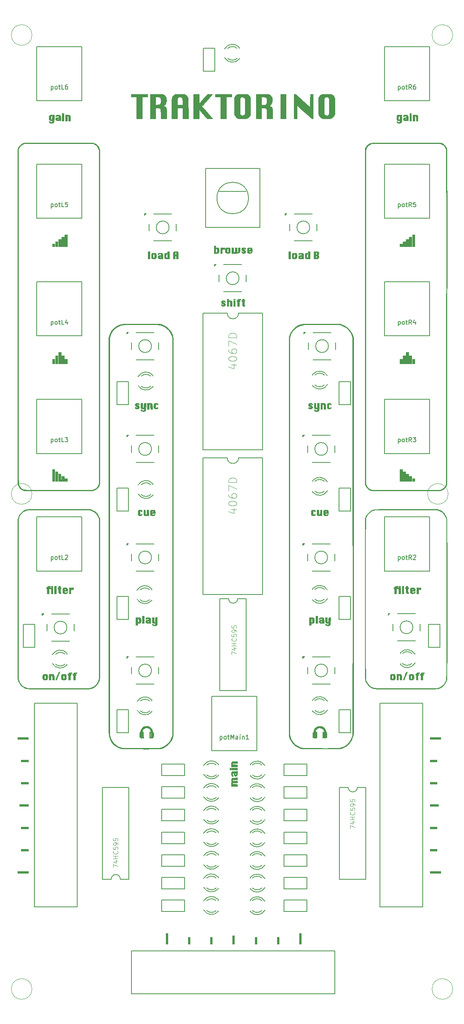
<source format=gbr>
G04 #@! TF.FileFunction,Legend,Top*
%FSLAX46Y46*%
G04 Gerber Fmt 4.6, Leading zero omitted, Abs format (unit mm)*
G04 Created by KiCad (PCBNEW 4.0.6) date Sunday, September 10, 2017 'PMt' 10:34:39 PM*
%MOMM*%
%LPD*%
G01*
G04 APERTURE LIST*
%ADD10C,0.100000*%
%ADD11C,0.120000*%
%ADD12C,0.203200*%
%ADD13C,0.150000*%
%ADD14C,0.152400*%
%ADD15C,0.010000*%
%ADD16C,0.050000*%
%ADD17C,0.088900*%
G04 APERTURE END LIST*
D10*
D11*
X60686000Y-99700000D02*
G75*
G03X60686000Y-99700000I-2286000J0D01*
G01*
X152886000Y-99700000D02*
G75*
G03X152886000Y-99700000I-2286000J0D01*
G01*
X60686000Y-209200000D02*
G75*
G03X60686000Y-209200000I-2286000J0D01*
G01*
X153886000Y-209200000D02*
G75*
G03X153886000Y-209200000I-2286000J0D01*
G01*
X153886000Y1800000D02*
G75*
G03X153886000Y1800000I-2286000J0D01*
G01*
D12*
X108150000Y-32750000D02*
X102150000Y-32750000D01*
X108650000Y-34250000D02*
G75*
G03X108650000Y-34250000I-3500000J0D01*
G01*
X111150000Y-40750000D02*
X99150000Y-40750000D01*
X99150000Y-40750000D02*
X99150000Y-27750000D01*
X99150000Y-27750000D02*
X111150000Y-27750000D01*
X111150000Y-27750000D02*
X111150000Y-40750000D01*
D13*
X138750000Y-52750000D02*
X138750000Y-64750000D01*
X148750000Y-52750000D02*
X138750000Y-52750000D01*
X148750000Y-64750000D02*
X148750000Y-52750000D01*
X148750000Y-52750000D02*
X148750000Y-64750000D01*
X138750000Y-64750000D02*
X148750000Y-64750000D01*
X63050000Y-126250000D02*
X63050000Y-126350000D01*
X62950000Y-126200000D02*
X63300000Y-126200000D01*
X63300000Y-126200000D02*
G75*
G03X62950000Y-126550000I700000J-1050000D01*
G01*
X62950000Y-126200000D02*
X62950000Y-126550000D01*
X68414214Y-129250000D02*
G75*
G03X68414214Y-129250000I-1414214J0D01*
G01*
X65000000Y-132250000D02*
X69000000Y-132250000D01*
X65000000Y-126250000D02*
X69000000Y-126250000D01*
X64000000Y-130000000D02*
X64000000Y-128500000D01*
X70000000Y-128500000D02*
X70000000Y-130000000D01*
D10*
X64000000Y-129250000D02*
X64000000Y-129250000D01*
X69000000Y-132250000D02*
X65000000Y-132250000D01*
X69000000Y-126250000D02*
X65000000Y-126250000D01*
X70000000Y-129250000D02*
X70000000Y-129250000D01*
X68414214Y-129250000D02*
G75*
G03X68414214Y-129250000I-1414214J0D01*
G01*
D13*
X81800000Y-135750000D02*
X81800000Y-135850000D01*
X81700000Y-135700000D02*
X82050000Y-135700000D01*
X82050000Y-135700000D02*
G75*
G03X81700000Y-136050000I700000J-1050000D01*
G01*
X81700000Y-135700000D02*
X81700000Y-136050000D01*
X87164214Y-138750000D02*
G75*
G03X87164214Y-138750000I-1414214J0D01*
G01*
X83750000Y-141750000D02*
X87750000Y-141750000D01*
X83750000Y-135750000D02*
X87750000Y-135750000D01*
X82750000Y-139500000D02*
X82750000Y-138000000D01*
X88750000Y-138000000D02*
X88750000Y-139500000D01*
D10*
X82750000Y-138750000D02*
X82750000Y-138750000D01*
X87750000Y-141750000D02*
X83750000Y-141750000D01*
X87750000Y-135750000D02*
X83750000Y-135750000D01*
X88750000Y-138750000D02*
X88750000Y-138750000D01*
X87164214Y-138750000D02*
G75*
G03X87164214Y-138750000I-1414214J0D01*
G01*
D13*
X81800000Y-110750000D02*
X81800000Y-110850000D01*
X81700000Y-110700000D02*
X82050000Y-110700000D01*
X82050000Y-110700000D02*
G75*
G03X81700000Y-111050000I700000J-1050000D01*
G01*
X81700000Y-110700000D02*
X81700000Y-111050000D01*
X87164214Y-113750000D02*
G75*
G03X87164214Y-113750000I-1414214J0D01*
G01*
X83750000Y-116750000D02*
X87750000Y-116750000D01*
X83750000Y-110750000D02*
X87750000Y-110750000D01*
X82750000Y-114500000D02*
X82750000Y-113000000D01*
X88750000Y-113000000D02*
X88750000Y-114500000D01*
D10*
X82750000Y-113750000D02*
X82750000Y-113750000D01*
X87750000Y-116750000D02*
X83750000Y-116750000D01*
X87750000Y-110750000D02*
X83750000Y-110750000D01*
X88750000Y-113750000D02*
X88750000Y-113750000D01*
X87164214Y-113750000D02*
G75*
G03X87164214Y-113750000I-1414214J0D01*
G01*
D13*
X81800000Y-86750000D02*
X81800000Y-86850000D01*
X81700000Y-86700000D02*
X82050000Y-86700000D01*
X82050000Y-86700000D02*
G75*
G03X81700000Y-87050000I700000J-1050000D01*
G01*
X81700000Y-86700000D02*
X81700000Y-87050000D01*
X87164214Y-89750000D02*
G75*
G03X87164214Y-89750000I-1414214J0D01*
G01*
X83750000Y-92750000D02*
X87750000Y-92750000D01*
X83750000Y-86750000D02*
X87750000Y-86750000D01*
X82750000Y-90500000D02*
X82750000Y-89000000D01*
X88750000Y-89000000D02*
X88750000Y-90500000D01*
D10*
X82750000Y-89750000D02*
X82750000Y-89750000D01*
X87750000Y-92750000D02*
X83750000Y-92750000D01*
X87750000Y-86750000D02*
X83750000Y-86750000D01*
X88750000Y-89750000D02*
X88750000Y-89750000D01*
X87164214Y-89750000D02*
G75*
G03X87164214Y-89750000I-1414214J0D01*
G01*
D13*
X81800000Y-64000000D02*
X81800000Y-64100000D01*
X81700000Y-63950000D02*
X82050000Y-63950000D01*
X82050000Y-63950000D02*
G75*
G03X81700000Y-64300000I700000J-1050000D01*
G01*
X81700000Y-63950000D02*
X81700000Y-64300000D01*
X87164214Y-67000000D02*
G75*
G03X87164214Y-67000000I-1414214J0D01*
G01*
X83750000Y-70000000D02*
X87750000Y-70000000D01*
X83750000Y-64000000D02*
X87750000Y-64000000D01*
X82750000Y-67750000D02*
X82750000Y-66250000D01*
X88750000Y-66250000D02*
X88750000Y-67750000D01*
D10*
X82750000Y-67000000D02*
X82750000Y-67000000D01*
X87750000Y-70000000D02*
X83750000Y-70000000D01*
X87750000Y-64000000D02*
X83750000Y-64000000D01*
X88750000Y-67000000D02*
X88750000Y-67000000D01*
X87164214Y-67000000D02*
G75*
G03X87164214Y-67000000I-1414214J0D01*
G01*
D13*
X85700000Y-37750000D02*
X85700000Y-37850000D01*
X85600000Y-37700000D02*
X85950000Y-37700000D01*
X85950000Y-37700000D02*
G75*
G03X85600000Y-38050000I700000J-1050000D01*
G01*
X85600000Y-37700000D02*
X85600000Y-38050000D01*
X91064214Y-40750000D02*
G75*
G03X91064214Y-40750000I-1414214J0D01*
G01*
X87650000Y-43750000D02*
X91650000Y-43750000D01*
X87650000Y-37750000D02*
X91650000Y-37750000D01*
X86650000Y-41500000D02*
X86650000Y-40000000D01*
X92650000Y-40000000D02*
X92650000Y-41500000D01*
D10*
X86650000Y-40750000D02*
X86650000Y-40750000D01*
X91650000Y-43750000D02*
X87650000Y-43750000D01*
X91650000Y-37750000D02*
X87650000Y-37750000D01*
X92650000Y-40750000D02*
X92650000Y-40750000D01*
X91064214Y-40750000D02*
G75*
G03X91064214Y-40750000I-1414214J0D01*
G01*
D13*
X139700000Y-126200000D02*
X139700000Y-126300000D01*
X139600000Y-126150000D02*
X139950000Y-126150000D01*
X139950000Y-126150000D02*
G75*
G03X139600000Y-126500000I700000J-1050000D01*
G01*
X139600000Y-126150000D02*
X139600000Y-126500000D01*
X145064214Y-129200000D02*
G75*
G03X145064214Y-129200000I-1414214J0D01*
G01*
X141650000Y-132200000D02*
X145650000Y-132200000D01*
X141650000Y-126200000D02*
X145650000Y-126200000D01*
X140650000Y-129950000D02*
X140650000Y-128450000D01*
X146650000Y-128450000D02*
X146650000Y-129950000D01*
D10*
X140650000Y-129200000D02*
X140650000Y-129200000D01*
X145650000Y-132200000D02*
X141650000Y-132200000D01*
X145650000Y-126200000D02*
X141650000Y-126200000D01*
X146650000Y-129200000D02*
X146650000Y-129200000D01*
X145064214Y-129200000D02*
G75*
G03X145064214Y-129200000I-1414214J0D01*
G01*
D13*
X120800000Y-135750000D02*
X120800000Y-135850000D01*
X120700000Y-135700000D02*
X121050000Y-135700000D01*
X121050000Y-135700000D02*
G75*
G03X120700000Y-136050000I700000J-1050000D01*
G01*
X120700000Y-135700000D02*
X120700000Y-136050000D01*
X126164214Y-138750000D02*
G75*
G03X126164214Y-138750000I-1414214J0D01*
G01*
X122750000Y-141750000D02*
X126750000Y-141750000D01*
X122750000Y-135750000D02*
X126750000Y-135750000D01*
X121750000Y-139500000D02*
X121750000Y-138000000D01*
X127750000Y-138000000D02*
X127750000Y-139500000D01*
D10*
X121750000Y-138750000D02*
X121750000Y-138750000D01*
X126750000Y-141750000D02*
X122750000Y-141750000D01*
X126750000Y-135750000D02*
X122750000Y-135750000D01*
X127750000Y-138750000D02*
X127750000Y-138750000D01*
X126164214Y-138750000D02*
G75*
G03X126164214Y-138750000I-1414214J0D01*
G01*
D13*
X120800000Y-110750000D02*
X120800000Y-110850000D01*
X120700000Y-110700000D02*
X121050000Y-110700000D01*
X121050000Y-110700000D02*
G75*
G03X120700000Y-111050000I700000J-1050000D01*
G01*
X120700000Y-110700000D02*
X120700000Y-111050000D01*
X126164214Y-113750000D02*
G75*
G03X126164214Y-113750000I-1414214J0D01*
G01*
X122750000Y-116750000D02*
X126750000Y-116750000D01*
X122750000Y-110750000D02*
X126750000Y-110750000D01*
X121750000Y-114500000D02*
X121750000Y-113000000D01*
X127750000Y-113000000D02*
X127750000Y-114500000D01*
D10*
X121750000Y-113750000D02*
X121750000Y-113750000D01*
X126750000Y-116750000D02*
X122750000Y-116750000D01*
X126750000Y-110750000D02*
X122750000Y-110750000D01*
X127750000Y-113750000D02*
X127750000Y-113750000D01*
X126164214Y-113750000D02*
G75*
G03X126164214Y-113750000I-1414214J0D01*
G01*
D13*
X120800000Y-86750000D02*
X120800000Y-86850000D01*
X120700000Y-86700000D02*
X121050000Y-86700000D01*
X121050000Y-86700000D02*
G75*
G03X120700000Y-87050000I700000J-1050000D01*
G01*
X120700000Y-86700000D02*
X120700000Y-87050000D01*
X126164214Y-89750000D02*
G75*
G03X126164214Y-89750000I-1414214J0D01*
G01*
X122750000Y-92750000D02*
X126750000Y-92750000D01*
X122750000Y-86750000D02*
X126750000Y-86750000D01*
X121750000Y-90500000D02*
X121750000Y-89000000D01*
X127750000Y-89000000D02*
X127750000Y-90500000D01*
D10*
X121750000Y-89750000D02*
X121750000Y-89750000D01*
X126750000Y-92750000D02*
X122750000Y-92750000D01*
X126750000Y-86750000D02*
X122750000Y-86750000D01*
X127750000Y-89750000D02*
X127750000Y-89750000D01*
X126164214Y-89750000D02*
G75*
G03X126164214Y-89750000I-1414214J0D01*
G01*
D13*
X121000000Y-64000000D02*
X121000000Y-64100000D01*
X120900000Y-63950000D02*
X121250000Y-63950000D01*
X121250000Y-63950000D02*
G75*
G03X120900000Y-64300000I700000J-1050000D01*
G01*
X120900000Y-63950000D02*
X120900000Y-64300000D01*
X126364214Y-67000000D02*
G75*
G03X126364214Y-67000000I-1414214J0D01*
G01*
X122950000Y-70000000D02*
X126950000Y-70000000D01*
X122950000Y-64000000D02*
X126950000Y-64000000D01*
X121950000Y-67750000D02*
X121950000Y-66250000D01*
X127950000Y-66250000D02*
X127950000Y-67750000D01*
D10*
X121950000Y-67000000D02*
X121950000Y-67000000D01*
X126950000Y-70000000D02*
X122950000Y-70000000D01*
X126950000Y-64000000D02*
X122950000Y-64000000D01*
X127950000Y-67000000D02*
X127950000Y-67000000D01*
X126364214Y-67000000D02*
G75*
G03X126364214Y-67000000I-1414214J0D01*
G01*
D13*
X116850000Y-37750000D02*
X116850000Y-37850000D01*
X116750000Y-37700000D02*
X117100000Y-37700000D01*
X117100000Y-37700000D02*
G75*
G03X116750000Y-38050000I700000J-1050000D01*
G01*
X116750000Y-37700000D02*
X116750000Y-38050000D01*
X122214214Y-40750000D02*
G75*
G03X122214214Y-40750000I-1414214J0D01*
G01*
X118800000Y-43750000D02*
X122800000Y-43750000D01*
X118800000Y-37750000D02*
X122800000Y-37750000D01*
X117800000Y-41500000D02*
X117800000Y-40000000D01*
X123800000Y-40000000D02*
X123800000Y-41500000D01*
D10*
X117800000Y-40750000D02*
X117800000Y-40750000D01*
X122800000Y-43750000D02*
X118800000Y-43750000D01*
X122800000Y-37750000D02*
X118800000Y-37750000D01*
X123800000Y-40750000D02*
X123800000Y-40750000D01*
X122214214Y-40750000D02*
G75*
G03X122214214Y-40750000I-1414214J0D01*
G01*
D13*
X101200000Y-49000000D02*
X101200000Y-49100000D01*
X101100000Y-48950000D02*
X101450000Y-48950000D01*
X101450000Y-48950000D02*
G75*
G03X101100000Y-49300000I700000J-1050000D01*
G01*
X101100000Y-48950000D02*
X101100000Y-49300000D01*
X106564214Y-52000000D02*
G75*
G03X106564214Y-52000000I-1414214J0D01*
G01*
X103150000Y-55000000D02*
X107150000Y-55000000D01*
X103150000Y-49000000D02*
X107150000Y-49000000D01*
X102150000Y-52750000D02*
X102150000Y-51250000D01*
X108150000Y-51250000D02*
X108150000Y-52750000D01*
D10*
X102150000Y-52000000D02*
X102150000Y-52000000D01*
X107150000Y-55000000D02*
X103150000Y-55000000D01*
X107150000Y-49000000D02*
X103150000Y-49000000D01*
X108150000Y-52000000D02*
X108150000Y-52000000D01*
X106564214Y-52000000D02*
G75*
G03X106564214Y-52000000I-1414214J0D01*
G01*
D13*
X68449000Y-134936000D02*
X68449000Y-135136000D01*
X68449000Y-137530000D02*
X68449000Y-137350000D01*
X65221256Y-137219643D02*
G75*
G03X68449000Y-137536000I1727744J1003643D01*
G01*
X65896994Y-137349068D02*
G75*
G03X68000000Y-137350000I1052006J1133068D01*
G01*
X68436220Y-134909274D02*
G75*
G03X65199000Y-135256000I-1497220J-1306726D01*
G01*
X67962889Y-135136747D02*
G75*
G03X65915000Y-135156000I-1013889J-1079253D01*
G01*
X87249000Y-145286000D02*
X87249000Y-145486000D01*
X87249000Y-147880000D02*
X87249000Y-147700000D01*
X84021256Y-147569643D02*
G75*
G03X87249000Y-147886000I1727744J1003643D01*
G01*
X84696994Y-147699068D02*
G75*
G03X86800000Y-147700000I1052006J1133068D01*
G01*
X87236220Y-145259274D02*
G75*
G03X83999000Y-145606000I-1497220J-1306726D01*
G01*
X86762889Y-145486747D02*
G75*
G03X84715000Y-145506000I-1013889J-1079253D01*
G01*
X87199000Y-120686000D02*
X87199000Y-120886000D01*
X87199000Y-123280000D02*
X87199000Y-123100000D01*
X83971256Y-122969643D02*
G75*
G03X87199000Y-123286000I1727744J1003643D01*
G01*
X84646994Y-123099068D02*
G75*
G03X86750000Y-123100000I1052006J1133068D01*
G01*
X87186220Y-120659274D02*
G75*
G03X83949000Y-121006000I-1497220J-1306726D01*
G01*
X86712889Y-120886747D02*
G75*
G03X84665000Y-120906000I-1013889J-1079253D01*
G01*
X87449000Y-97436000D02*
X87449000Y-97636000D01*
X87449000Y-100030000D02*
X87449000Y-99850000D01*
X84221256Y-99719643D02*
G75*
G03X87449000Y-100036000I1727744J1003643D01*
G01*
X84896994Y-99849068D02*
G75*
G03X87000000Y-99850000I1052006J1133068D01*
G01*
X87436220Y-97409274D02*
G75*
G03X84199000Y-97756000I-1497220J-1306726D01*
G01*
X86962889Y-97636747D02*
G75*
G03X84915000Y-97656000I-1013889J-1079253D01*
G01*
X87449000Y-73436000D02*
X87449000Y-73636000D01*
X87449000Y-76030000D02*
X87449000Y-75850000D01*
X84221256Y-75719643D02*
G75*
G03X87449000Y-76036000I1727744J1003643D01*
G01*
X84896994Y-75849068D02*
G75*
G03X87000000Y-75850000I1052006J1133068D01*
G01*
X87436220Y-73409274D02*
G75*
G03X84199000Y-73756000I-1497220J-1306726D01*
G01*
X86962889Y-73636747D02*
G75*
G03X84915000Y-73656000I-1013889J-1079253D01*
G01*
X106599000Y-936000D02*
X106599000Y-1136000D01*
X106599000Y-3530000D02*
X106599000Y-3350000D01*
X103371256Y-3219643D02*
G75*
G03X106599000Y-3536000I1727744J1003643D01*
G01*
X104046994Y-3349068D02*
G75*
G03X106150000Y-3350000I1052006J1133068D01*
G01*
X106586220Y-909274D02*
G75*
G03X103349000Y-1256000I-1497220J-1306726D01*
G01*
X106112889Y-1136747D02*
G75*
G03X104065000Y-1156000I-1013889J-1079253D01*
G01*
X142301000Y-137414000D02*
X142301000Y-137214000D01*
X142301000Y-134820000D02*
X142301000Y-135000000D01*
X145528744Y-135130357D02*
G75*
G03X142301000Y-134814000I-1727744J-1003643D01*
G01*
X144853006Y-135000932D02*
G75*
G03X142750000Y-135000000I-1052006J-1133068D01*
G01*
X142313780Y-137440726D02*
G75*
G03X145551000Y-137094000I1497220J1306726D01*
G01*
X142787111Y-137213253D02*
G75*
G03X144835000Y-137194000I1013889J1079253D01*
G01*
X122901000Y-147814000D02*
X122901000Y-147614000D01*
X122901000Y-145220000D02*
X122901000Y-145400000D01*
X126128744Y-145530357D02*
G75*
G03X122901000Y-145214000I-1727744J-1003643D01*
G01*
X125453006Y-145400932D02*
G75*
G03X123350000Y-145400000I-1052006J-1133068D01*
G01*
X122913780Y-147840726D02*
G75*
G03X126151000Y-147494000I1497220J1306726D01*
G01*
X123387111Y-147613253D02*
G75*
G03X125435000Y-147594000I1013889J1079253D01*
G01*
X122901000Y-123214000D02*
X122901000Y-123014000D01*
X122901000Y-120620000D02*
X122901000Y-120800000D01*
X126128744Y-120930357D02*
G75*
G03X122901000Y-120614000I-1727744J-1003643D01*
G01*
X125453006Y-120800932D02*
G75*
G03X123350000Y-120800000I-1052006J-1133068D01*
G01*
X122913780Y-123240726D02*
G75*
G03X126151000Y-122894000I1497220J1306726D01*
G01*
X123387111Y-123013253D02*
G75*
G03X125435000Y-122994000I1013889J1079253D01*
G01*
X122901000Y-99314000D02*
X122901000Y-99114000D01*
X122901000Y-96720000D02*
X122901000Y-96900000D01*
X126128744Y-97030357D02*
G75*
G03X122901000Y-96714000I-1727744J-1003643D01*
G01*
X125453006Y-96900932D02*
G75*
G03X123350000Y-96900000I-1052006J-1133068D01*
G01*
X122913780Y-99340726D02*
G75*
G03X126151000Y-98994000I1497220J1306726D01*
G01*
X123387111Y-99113253D02*
G75*
G03X125435000Y-99094000I1013889J1079253D01*
G01*
X122901000Y-75814000D02*
X122901000Y-75614000D01*
X122901000Y-73220000D02*
X122901000Y-73400000D01*
X126128744Y-73530357D02*
G75*
G03X122901000Y-73214000I-1727744J-1003643D01*
G01*
X125453006Y-73400932D02*
G75*
G03X123350000Y-73400000I-1052006J-1133068D01*
G01*
X122913780Y-75840726D02*
G75*
G03X126151000Y-75494000I1497220J1306726D01*
G01*
X123387111Y-75613253D02*
G75*
G03X125435000Y-75594000I1013889J1079253D01*
G01*
X61750000Y-104750000D02*
X61750000Y-116750000D01*
X71750000Y-104750000D02*
X61750000Y-104750000D01*
X71750000Y-116750000D02*
X71750000Y-104750000D01*
X71750000Y-104750000D02*
X71750000Y-116750000D01*
X61750000Y-116750000D02*
X71750000Y-116750000D01*
X61750000Y-78750000D02*
X61750000Y-90750000D01*
X71750000Y-78750000D02*
X61750000Y-78750000D01*
X71750000Y-90750000D02*
X71750000Y-78750000D01*
X71750000Y-78750000D02*
X71750000Y-90750000D01*
X61750000Y-90750000D02*
X71750000Y-90750000D01*
X61750000Y-52750000D02*
X61750000Y-64750000D01*
X71750000Y-52750000D02*
X61750000Y-52750000D01*
X71750000Y-64750000D02*
X71750000Y-52750000D01*
X71750000Y-52750000D02*
X71750000Y-64750000D01*
X61750000Y-64750000D02*
X71750000Y-64750000D01*
X61750000Y-26750000D02*
X61750000Y-38750000D01*
X71750000Y-26750000D02*
X61750000Y-26750000D01*
X71750000Y-38750000D02*
X71750000Y-26750000D01*
X71750000Y-26750000D02*
X71750000Y-38750000D01*
X61750000Y-38750000D02*
X71750000Y-38750000D01*
X61750000Y-750000D02*
X61750000Y-12750000D01*
X71750000Y-750000D02*
X61750000Y-750000D01*
X71750000Y-12750000D02*
X71750000Y-750000D01*
X71750000Y-750000D02*
X71750000Y-12750000D01*
X61750000Y-12750000D02*
X71750000Y-12750000D01*
X100500000Y-144500000D02*
X100500000Y-156500000D01*
X110500000Y-144500000D02*
X100500000Y-144500000D01*
X110500000Y-156500000D02*
X110500000Y-144500000D01*
X110500000Y-144500000D02*
X110500000Y-156500000D01*
X100500000Y-156500000D02*
X110500000Y-156500000D01*
X138750000Y-104750000D02*
X138750000Y-116750000D01*
X148750000Y-104750000D02*
X138750000Y-104750000D01*
X148750000Y-116750000D02*
X148750000Y-104750000D01*
X148750000Y-104750000D02*
X148750000Y-116750000D01*
X138750000Y-116750000D02*
X148750000Y-116750000D01*
X138750000Y-78750000D02*
X138750000Y-90750000D01*
X148750000Y-78750000D02*
X138750000Y-78750000D01*
X148750000Y-90750000D02*
X148750000Y-78750000D01*
X148750000Y-78750000D02*
X148750000Y-90750000D01*
X138750000Y-90750000D02*
X148750000Y-90750000D01*
X138750000Y-26750000D02*
X138750000Y-38750000D01*
X148750000Y-26750000D02*
X138750000Y-26750000D01*
X148750000Y-38750000D02*
X148750000Y-26750000D01*
X148750000Y-26750000D02*
X148750000Y-38750000D01*
X138750000Y-38750000D02*
X148750000Y-38750000D01*
X138750000Y-750000D02*
X138750000Y-12750000D01*
X148750000Y-750000D02*
X138750000Y-750000D01*
X148750000Y-12750000D02*
X148750000Y-750000D01*
X148750000Y-750000D02*
X148750000Y-12750000D01*
X138750000Y-12750000D02*
X148750000Y-12750000D01*
X61270000Y-128520000D02*
X61270000Y-133600000D01*
X61270000Y-133600000D02*
X58730000Y-133600000D01*
X58730000Y-133600000D02*
X58730000Y-128520000D01*
X58730000Y-128520000D02*
X61270000Y-128520000D01*
X79480000Y-152480000D02*
X79480000Y-147400000D01*
X79480000Y-147400000D02*
X82020000Y-147400000D01*
X82020000Y-147400000D02*
X82020000Y-152480000D01*
X82020000Y-152480000D02*
X79480000Y-152480000D01*
X79480000Y-127480000D02*
X79480000Y-122400000D01*
X79480000Y-122400000D02*
X82020000Y-122400000D01*
X82020000Y-122400000D02*
X82020000Y-127480000D01*
X82020000Y-127480000D02*
X79480000Y-127480000D01*
X79480000Y-103480000D02*
X79480000Y-98400000D01*
X79480000Y-98400000D02*
X82020000Y-98400000D01*
X82020000Y-98400000D02*
X82020000Y-103480000D01*
X82020000Y-103480000D02*
X79480000Y-103480000D01*
X79480000Y-79980000D02*
X79480000Y-74900000D01*
X79480000Y-74900000D02*
X82020000Y-74900000D01*
X82020000Y-74900000D02*
X82020000Y-79980000D01*
X82020000Y-79980000D02*
X79480000Y-79980000D01*
X98630000Y-6230000D02*
X98630000Y-1150000D01*
X98630000Y-1150000D02*
X101170000Y-1150000D01*
X101170000Y-1150000D02*
X101170000Y-6230000D01*
X101170000Y-6230000D02*
X98630000Y-6230000D01*
X151020000Y-128520000D02*
X151020000Y-133600000D01*
X151020000Y-133600000D02*
X148480000Y-133600000D01*
X148480000Y-133600000D02*
X148480000Y-128520000D01*
X148480000Y-128520000D02*
X151020000Y-128520000D01*
X128680000Y-152480000D02*
X128680000Y-147400000D01*
X128680000Y-147400000D02*
X131220000Y-147400000D01*
X131220000Y-147400000D02*
X131220000Y-152480000D01*
X131220000Y-152480000D02*
X128680000Y-152480000D01*
X128680000Y-127480000D02*
X128680000Y-122400000D01*
X128680000Y-122400000D02*
X131220000Y-122400000D01*
X131220000Y-122400000D02*
X131220000Y-127480000D01*
X131220000Y-127480000D02*
X128680000Y-127480000D01*
X128680000Y-103480000D02*
X128680000Y-98400000D01*
X128680000Y-98400000D02*
X131220000Y-98400000D01*
X131220000Y-98400000D02*
X131220000Y-103480000D01*
X131220000Y-103480000D02*
X128680000Y-103480000D01*
X128680000Y-79980000D02*
X128680000Y-74900000D01*
X128680000Y-74900000D02*
X131220000Y-74900000D01*
X131220000Y-74900000D02*
X131220000Y-79980000D01*
X131220000Y-79980000D02*
X128680000Y-79980000D01*
X94480000Y-192020000D02*
X89400000Y-192020000D01*
X89400000Y-192020000D02*
X89400000Y-189480000D01*
X89400000Y-189480000D02*
X94480000Y-189480000D01*
X94480000Y-189480000D02*
X94480000Y-192020000D01*
X94480000Y-187020000D02*
X89400000Y-187020000D01*
X89400000Y-187020000D02*
X89400000Y-184480000D01*
X89400000Y-184480000D02*
X94480000Y-184480000D01*
X94480000Y-184480000D02*
X94480000Y-187020000D01*
X94480000Y-182020000D02*
X89400000Y-182020000D01*
X89400000Y-182020000D02*
X89400000Y-179480000D01*
X89400000Y-179480000D02*
X94480000Y-179480000D01*
X94480000Y-179480000D02*
X94480000Y-182020000D01*
X94480000Y-177020000D02*
X89400000Y-177020000D01*
X89400000Y-177020000D02*
X89400000Y-174480000D01*
X89400000Y-174480000D02*
X94480000Y-174480000D01*
X94480000Y-174480000D02*
X94480000Y-177020000D01*
X94480000Y-172020000D02*
X89400000Y-172020000D01*
X89400000Y-172020000D02*
X89400000Y-169480000D01*
X89400000Y-169480000D02*
X94480000Y-169480000D01*
X94480000Y-169480000D02*
X94480000Y-172020000D01*
X94480000Y-167020000D02*
X89400000Y-167020000D01*
X89400000Y-167020000D02*
X89400000Y-164480000D01*
X89400000Y-164480000D02*
X94480000Y-164480000D01*
X94480000Y-164480000D02*
X94480000Y-167020000D01*
X94480000Y-162020000D02*
X89400000Y-162020000D01*
X89400000Y-162020000D02*
X89400000Y-159480000D01*
X89400000Y-159480000D02*
X94480000Y-159480000D01*
X94480000Y-159480000D02*
X94480000Y-162020000D01*
X116520000Y-189480000D02*
X121600000Y-189480000D01*
X121600000Y-189480000D02*
X121600000Y-192020000D01*
X121600000Y-192020000D02*
X116520000Y-192020000D01*
X116520000Y-192020000D02*
X116520000Y-189480000D01*
X116520000Y-184480000D02*
X121600000Y-184480000D01*
X121600000Y-184480000D02*
X121600000Y-187020000D01*
X121600000Y-187020000D02*
X116520000Y-187020000D01*
X116520000Y-187020000D02*
X116520000Y-184480000D01*
X116520000Y-179480000D02*
X121600000Y-179480000D01*
X121600000Y-179480000D02*
X121600000Y-182020000D01*
X121600000Y-182020000D02*
X116520000Y-182020000D01*
X116520000Y-182020000D02*
X116520000Y-179480000D01*
X116520000Y-174480000D02*
X121600000Y-174480000D01*
X121600000Y-174480000D02*
X121600000Y-177020000D01*
X121600000Y-177020000D02*
X116520000Y-177020000D01*
X116520000Y-177020000D02*
X116520000Y-174480000D01*
X116520000Y-169480000D02*
X121600000Y-169480000D01*
X121600000Y-169480000D02*
X121600000Y-172020000D01*
X121600000Y-172020000D02*
X116520000Y-172020000D01*
X116520000Y-172020000D02*
X116520000Y-169480000D01*
X116520000Y-164480000D02*
X121600000Y-164480000D01*
X121600000Y-164480000D02*
X121600000Y-167020000D01*
X121600000Y-167020000D02*
X116520000Y-167020000D01*
X116520000Y-167020000D02*
X116520000Y-164480000D01*
X116520000Y-159480000D02*
X121600000Y-159480000D01*
X121600000Y-159480000D02*
X121600000Y-162020000D01*
X121600000Y-162020000D02*
X116520000Y-162020000D01*
X116520000Y-162020000D02*
X116520000Y-159480000D01*
X101949000Y-189436000D02*
X101949000Y-189636000D01*
X101949000Y-192030000D02*
X101949000Y-191850000D01*
X98721256Y-191719643D02*
G75*
G03X101949000Y-192036000I1727744J1003643D01*
G01*
X99396994Y-191849068D02*
G75*
G03X101500000Y-191850000I1052006J1133068D01*
G01*
X101936220Y-189409274D02*
G75*
G03X98699000Y-189756000I-1497220J-1306726D01*
G01*
X101462889Y-189636747D02*
G75*
G03X99415000Y-189656000I-1013889J-1079253D01*
G01*
X101949000Y-184436000D02*
X101949000Y-184636000D01*
X101949000Y-187030000D02*
X101949000Y-186850000D01*
X98721256Y-186719643D02*
G75*
G03X101949000Y-187036000I1727744J1003643D01*
G01*
X99396994Y-186849068D02*
G75*
G03X101500000Y-186850000I1052006J1133068D01*
G01*
X101936220Y-184409274D02*
G75*
G03X98699000Y-184756000I-1497220J-1306726D01*
G01*
X101462889Y-184636747D02*
G75*
G03X99415000Y-184656000I-1013889J-1079253D01*
G01*
X101949000Y-179436000D02*
X101949000Y-179636000D01*
X101949000Y-182030000D02*
X101949000Y-181850000D01*
X98721256Y-181719643D02*
G75*
G03X101949000Y-182036000I1727744J1003643D01*
G01*
X99396994Y-181849068D02*
G75*
G03X101500000Y-181850000I1052006J1133068D01*
G01*
X101936220Y-179409274D02*
G75*
G03X98699000Y-179756000I-1497220J-1306726D01*
G01*
X101462889Y-179636747D02*
G75*
G03X99415000Y-179656000I-1013889J-1079253D01*
G01*
X101949000Y-174436000D02*
X101949000Y-174636000D01*
X101949000Y-177030000D02*
X101949000Y-176850000D01*
X98721256Y-176719643D02*
G75*
G03X101949000Y-177036000I1727744J1003643D01*
G01*
X99396994Y-176849068D02*
G75*
G03X101500000Y-176850000I1052006J1133068D01*
G01*
X101936220Y-174409274D02*
G75*
G03X98699000Y-174756000I-1497220J-1306726D01*
G01*
X101462889Y-174636747D02*
G75*
G03X99415000Y-174656000I-1013889J-1079253D01*
G01*
X101949000Y-169436000D02*
X101949000Y-169636000D01*
X101949000Y-172030000D02*
X101949000Y-171850000D01*
X98721256Y-171719643D02*
G75*
G03X101949000Y-172036000I1727744J1003643D01*
G01*
X99396994Y-171849068D02*
G75*
G03X101500000Y-171850000I1052006J1133068D01*
G01*
X101936220Y-169409274D02*
G75*
G03X98699000Y-169756000I-1497220J-1306726D01*
G01*
X101462889Y-169636747D02*
G75*
G03X99415000Y-169656000I-1013889J-1079253D01*
G01*
X101949000Y-164436000D02*
X101949000Y-164636000D01*
X101949000Y-167030000D02*
X101949000Y-166850000D01*
X98721256Y-166719643D02*
G75*
G03X101949000Y-167036000I1727744J1003643D01*
G01*
X99396994Y-166849068D02*
G75*
G03X101500000Y-166850000I1052006J1133068D01*
G01*
X101936220Y-164409274D02*
G75*
G03X98699000Y-164756000I-1497220J-1306726D01*
G01*
X101462889Y-164636747D02*
G75*
G03X99415000Y-164656000I-1013889J-1079253D01*
G01*
X101949000Y-159436000D02*
X101949000Y-159636000D01*
X101949000Y-162030000D02*
X101949000Y-161850000D01*
X98721256Y-161719643D02*
G75*
G03X101949000Y-162036000I1727744J1003643D01*
G01*
X99396994Y-161849068D02*
G75*
G03X101500000Y-161850000I1052006J1133068D01*
G01*
X101936220Y-159409274D02*
G75*
G03X98699000Y-159756000I-1497220J-1306726D01*
G01*
X101462889Y-159636747D02*
G75*
G03X99415000Y-159656000I-1013889J-1079253D01*
G01*
X109051000Y-192064000D02*
X109051000Y-191864000D01*
X109051000Y-189470000D02*
X109051000Y-189650000D01*
X112278744Y-189780357D02*
G75*
G03X109051000Y-189464000I-1727744J-1003643D01*
G01*
X111603006Y-189650932D02*
G75*
G03X109500000Y-189650000I-1052006J-1133068D01*
G01*
X109063780Y-192090726D02*
G75*
G03X112301000Y-191744000I1497220J1306726D01*
G01*
X109537111Y-191863253D02*
G75*
G03X111585000Y-191844000I1013889J1079253D01*
G01*
X109051000Y-187064000D02*
X109051000Y-186864000D01*
X109051000Y-184470000D02*
X109051000Y-184650000D01*
X112278744Y-184780357D02*
G75*
G03X109051000Y-184464000I-1727744J-1003643D01*
G01*
X111603006Y-184650932D02*
G75*
G03X109500000Y-184650000I-1052006J-1133068D01*
G01*
X109063780Y-187090726D02*
G75*
G03X112301000Y-186744000I1497220J1306726D01*
G01*
X109537111Y-186863253D02*
G75*
G03X111585000Y-186844000I1013889J1079253D01*
G01*
X109051000Y-182064000D02*
X109051000Y-181864000D01*
X109051000Y-179470000D02*
X109051000Y-179650000D01*
X112278744Y-179780357D02*
G75*
G03X109051000Y-179464000I-1727744J-1003643D01*
G01*
X111603006Y-179650932D02*
G75*
G03X109500000Y-179650000I-1052006J-1133068D01*
G01*
X109063780Y-182090726D02*
G75*
G03X112301000Y-181744000I1497220J1306726D01*
G01*
X109537111Y-181863253D02*
G75*
G03X111585000Y-181844000I1013889J1079253D01*
G01*
X109051000Y-177064000D02*
X109051000Y-176864000D01*
X109051000Y-174470000D02*
X109051000Y-174650000D01*
X112278744Y-174780357D02*
G75*
G03X109051000Y-174464000I-1727744J-1003643D01*
G01*
X111603006Y-174650932D02*
G75*
G03X109500000Y-174650000I-1052006J-1133068D01*
G01*
X109063780Y-177090726D02*
G75*
G03X112301000Y-176744000I1497220J1306726D01*
G01*
X109537111Y-176863253D02*
G75*
G03X111585000Y-176844000I1013889J1079253D01*
G01*
X109051000Y-172064000D02*
X109051000Y-171864000D01*
X109051000Y-169470000D02*
X109051000Y-169650000D01*
X112278744Y-169780357D02*
G75*
G03X109051000Y-169464000I-1727744J-1003643D01*
G01*
X111603006Y-169650932D02*
G75*
G03X109500000Y-169650000I-1052006J-1133068D01*
G01*
X109063780Y-172090726D02*
G75*
G03X112301000Y-171744000I1497220J1306726D01*
G01*
X109537111Y-171863253D02*
G75*
G03X111585000Y-171844000I1013889J1079253D01*
G01*
X109051000Y-167064000D02*
X109051000Y-166864000D01*
X109051000Y-164470000D02*
X109051000Y-164650000D01*
X112278744Y-164780357D02*
G75*
G03X109051000Y-164464000I-1727744J-1003643D01*
G01*
X111603006Y-164650932D02*
G75*
G03X109500000Y-164650000I-1052006J-1133068D01*
G01*
X109063780Y-167090726D02*
G75*
G03X112301000Y-166744000I1497220J1306726D01*
G01*
X109537111Y-166863253D02*
G75*
G03X111585000Y-166844000I1013889J1079253D01*
G01*
X109051000Y-162064000D02*
X109051000Y-161864000D01*
X109051000Y-159470000D02*
X109051000Y-159650000D01*
X112278744Y-159780357D02*
G75*
G03X109051000Y-159464000I-1727744J-1003643D01*
G01*
X111603006Y-159650932D02*
G75*
G03X109500000Y-159650000I-1052006J-1133068D01*
G01*
X109063780Y-162090726D02*
G75*
G03X112301000Y-161744000I1497220J1306726D01*
G01*
X109537111Y-161863253D02*
G75*
G03X111585000Y-161844000I1013889J1079253D01*
G01*
D14*
X108171000Y-143160000D02*
X108171000Y-122840000D01*
X102329000Y-122840000D02*
X102329000Y-143160000D01*
X108171000Y-143160000D02*
X102329000Y-143160000D01*
X108171000Y-122840000D02*
X106266000Y-122840000D01*
X102329000Y-122840000D02*
X104234000Y-122840000D01*
X106266000Y-122840000D02*
G75*
G02X104234000Y-122840000I-1016000J0D01*
G01*
X76329000Y-164590000D02*
X76329000Y-184910000D01*
X82171000Y-184910000D02*
X82171000Y-164590000D01*
X76329000Y-164590000D02*
X82171000Y-164590000D01*
X76329000Y-184910000D02*
X78234000Y-184910000D01*
X82171000Y-184910000D02*
X80266000Y-184910000D01*
X78234000Y-184910000D02*
G75*
G02X80266000Y-184910000I1016000J0D01*
G01*
X134671000Y-184910000D02*
X134671000Y-164590000D01*
X128829000Y-164590000D02*
X128829000Y-184910000D01*
X134671000Y-184910000D02*
X128829000Y-184910000D01*
X134671000Y-164590000D02*
X132766000Y-164590000D01*
X128829000Y-164590000D02*
X130734000Y-164590000D01*
X132766000Y-164590000D02*
G75*
G02X130734000Y-164590000I-1016000J0D01*
G01*
D11*
X60686000Y1800000D02*
G75*
G03X60686000Y1800000I-2286000J0D01*
G01*
D13*
X147250000Y-146000000D02*
X137750000Y-146000000D01*
X137750000Y-146000000D02*
X137750000Y-191000000D01*
X147250000Y-191000000D02*
X147250000Y-146000000D01*
X147250000Y-191000000D02*
X137750000Y-191000000D01*
X70750000Y-146000000D02*
X61250000Y-146000000D01*
X61250000Y-146000000D02*
X61250000Y-191000000D01*
X70750000Y-191000000D02*
X70750000Y-146000000D01*
X70750000Y-191000000D02*
X61250000Y-191000000D01*
X127750000Y-210250000D02*
X127750000Y-200750000D01*
X127750000Y-200750000D02*
X82750000Y-200750000D01*
X82750000Y-210250000D02*
X127750000Y-210250000D01*
X82750000Y-210250000D02*
X82750000Y-200750000D01*
D14*
X103930000Y-91687000D02*
X98596000Y-91687000D01*
X98596000Y-121913000D02*
X111804000Y-121913000D01*
X111804000Y-91687000D02*
X106470000Y-91687000D01*
X111804000Y-91687000D02*
X111804000Y-121913000D01*
X98596000Y-91687000D02*
X98596000Y-121913000D01*
X103930000Y-91687000D02*
G75*
G03X106470000Y-91687000I1270000J0D01*
G01*
X103930000Y-59687000D02*
X98596000Y-59687000D01*
X98596000Y-89913000D02*
X111804000Y-89913000D01*
X111804000Y-59687000D02*
X106470000Y-59687000D01*
X111804000Y-59687000D02*
X111804000Y-89913000D01*
X98596000Y-59687000D02*
X98596000Y-89913000D01*
X103930000Y-59687000D02*
G75*
G03X106470000Y-59687000I1270000J0D01*
G01*
D15*
G36*
X90741334Y-199247333D02*
X90318000Y-199247333D01*
X90318000Y-196876666D01*
X90741334Y-196876666D01*
X90741334Y-199247333D01*
X90741334Y-199247333D01*
G37*
X90741334Y-199247333D02*
X90318000Y-199247333D01*
X90318000Y-196876666D01*
X90741334Y-196876666D01*
X90741334Y-199247333D01*
G36*
X95652000Y-199247333D02*
X95228667Y-199247333D01*
X95228667Y-197723333D01*
X95652000Y-197723333D01*
X95652000Y-199247333D01*
X95652000Y-199247333D01*
G37*
X95652000Y-199247333D02*
X95228667Y-199247333D01*
X95228667Y-197723333D01*
X95652000Y-197723333D01*
X95652000Y-199247333D01*
G36*
X100605000Y-199247333D02*
X100181667Y-199247333D01*
X100181667Y-197723333D01*
X100605000Y-197723333D01*
X100605000Y-199247333D01*
X100605000Y-199247333D01*
G37*
X100605000Y-199247333D02*
X100181667Y-199247333D01*
X100181667Y-197723333D01*
X100605000Y-197723333D01*
X100605000Y-199247333D01*
G36*
X105515667Y-199247333D02*
X105092334Y-199247333D01*
X105092334Y-197342333D01*
X105515667Y-197342333D01*
X105515667Y-199247333D01*
X105515667Y-199247333D01*
G37*
X105515667Y-199247333D02*
X105092334Y-199247333D01*
X105092334Y-197342333D01*
X105515667Y-197342333D01*
X105515667Y-199247333D01*
G36*
X110468667Y-199247333D02*
X110045334Y-199247333D01*
X110045334Y-197723333D01*
X110468667Y-197723333D01*
X110468667Y-199247333D01*
X110468667Y-199247333D01*
G37*
X110468667Y-199247333D02*
X110045334Y-199247333D01*
X110045334Y-197723333D01*
X110468667Y-197723333D01*
X110468667Y-199247333D01*
G36*
X115379334Y-199247333D02*
X114956000Y-199247333D01*
X114956000Y-197723333D01*
X115379334Y-197723333D01*
X115379334Y-199247333D01*
X115379334Y-199247333D01*
G37*
X115379334Y-199247333D02*
X114956000Y-199247333D01*
X114956000Y-197723333D01*
X115379334Y-197723333D01*
X115379334Y-199247333D01*
G36*
X120332334Y-199247333D02*
X119909000Y-199247333D01*
X119909000Y-196876666D01*
X120332334Y-196876666D01*
X120332334Y-199247333D01*
X120332334Y-199247333D01*
G37*
X120332334Y-199247333D02*
X119909000Y-199247333D01*
X119909000Y-196876666D01*
X120332334Y-196876666D01*
X120332334Y-199247333D01*
G36*
X59838000Y-183584000D02*
X57467334Y-183584000D01*
X57467334Y-183160666D01*
X59838000Y-183160666D01*
X59838000Y-183584000D01*
X59838000Y-183584000D01*
G37*
X59838000Y-183584000D02*
X57467334Y-183584000D01*
X57467334Y-183160666D01*
X59838000Y-183160666D01*
X59838000Y-183584000D01*
G36*
X151193334Y-183584000D02*
X148822667Y-183584000D01*
X148822667Y-183160666D01*
X151193334Y-183160666D01*
X151193334Y-183584000D01*
X151193334Y-183584000D01*
G37*
X151193334Y-183584000D02*
X148822667Y-183584000D01*
X148822667Y-183160666D01*
X151193334Y-183160666D01*
X151193334Y-183584000D01*
G36*
X59044250Y-178217295D02*
X59816834Y-178228833D01*
X59829736Y-178429916D01*
X59842639Y-178631000D01*
X58271667Y-178631000D01*
X58271667Y-178205756D01*
X59044250Y-178217295D01*
X59044250Y-178217295D01*
G37*
X59044250Y-178217295D02*
X59816834Y-178228833D01*
X59829736Y-178429916D01*
X59842639Y-178631000D01*
X58271667Y-178631000D01*
X58271667Y-178205756D01*
X59044250Y-178217295D01*
G36*
X150346667Y-178631000D02*
X148822667Y-178631000D01*
X148822667Y-178207666D01*
X150346667Y-178207666D01*
X150346667Y-178631000D01*
X150346667Y-178631000D01*
G37*
X150346667Y-178631000D02*
X148822667Y-178631000D01*
X148822667Y-178207666D01*
X150346667Y-178207666D01*
X150346667Y-178631000D01*
G36*
X59838000Y-173720333D02*
X58271667Y-173720333D01*
X58271667Y-173297000D01*
X59838000Y-173297000D01*
X59838000Y-173720333D01*
X59838000Y-173720333D01*
G37*
X59838000Y-173720333D02*
X58271667Y-173720333D01*
X58271667Y-173297000D01*
X59838000Y-173297000D01*
X59838000Y-173720333D01*
G36*
X150346667Y-173720333D02*
X148822667Y-173720333D01*
X148822667Y-173297000D01*
X150346667Y-173297000D01*
X150346667Y-173720333D01*
X150346667Y-173720333D01*
G37*
X150346667Y-173720333D02*
X148822667Y-173720333D01*
X148822667Y-173297000D01*
X150346667Y-173297000D01*
X150346667Y-173720333D01*
G36*
X59838000Y-168767333D02*
X57890667Y-168767333D01*
X57890667Y-168344000D01*
X59838000Y-168344000D01*
X59838000Y-168767333D01*
X59838000Y-168767333D01*
G37*
X59838000Y-168767333D02*
X57890667Y-168767333D01*
X57890667Y-168344000D01*
X59838000Y-168344000D01*
X59838000Y-168767333D01*
G36*
X150727667Y-168767333D02*
X148822667Y-168767333D01*
X148822667Y-168344000D01*
X150727667Y-168344000D01*
X150727667Y-168767333D01*
X150727667Y-168767333D01*
G37*
X150727667Y-168767333D02*
X148822667Y-168767333D01*
X148822667Y-168344000D01*
X150727667Y-168344000D01*
X150727667Y-168767333D01*
G36*
X106150667Y-162880394D02*
X105632084Y-162892280D01*
X105113500Y-162904166D01*
X105113500Y-163158166D01*
X105632084Y-163170052D01*
X106150667Y-163181939D01*
X106150667Y-163600060D01*
X105632084Y-163611947D01*
X105113500Y-163623833D01*
X105113500Y-163877833D01*
X105632084Y-163889719D01*
X106150667Y-163901605D01*
X106150667Y-164322333D01*
X104836768Y-164322333D01*
X104856930Y-163846083D01*
X104864741Y-163643093D01*
X104870274Y-163462349D01*
X104872932Y-163326097D01*
X104872582Y-163264000D01*
X104864126Y-163026877D01*
X104863622Y-162858392D01*
X104872985Y-162742733D01*
X104894131Y-162664086D01*
X104928978Y-162606640D01*
X104955806Y-162577219D01*
X105001933Y-162537292D01*
X105057325Y-162509507D01*
X105138130Y-162491103D01*
X105260493Y-162479321D01*
X105440563Y-162471401D01*
X105601389Y-162466885D01*
X106150667Y-162452938D01*
X106150667Y-162880394D01*
X106150667Y-162880394D01*
G37*
X106150667Y-162880394D02*
X105632084Y-162892280D01*
X105113500Y-162904166D01*
X105113500Y-163158166D01*
X105632084Y-163170052D01*
X106150667Y-163181939D01*
X106150667Y-163600060D01*
X105632084Y-163611947D01*
X105113500Y-163623833D01*
X105113500Y-163877833D01*
X105632084Y-163889719D01*
X106150667Y-163901605D01*
X106150667Y-164322333D01*
X104836768Y-164322333D01*
X104856930Y-163846083D01*
X104864741Y-163643093D01*
X104870274Y-163462349D01*
X104872932Y-163326097D01*
X104872582Y-163264000D01*
X104864126Y-163026877D01*
X104863622Y-162858392D01*
X104872985Y-162742733D01*
X104894131Y-162664086D01*
X104928978Y-162606640D01*
X104955806Y-162577219D01*
X105001933Y-162537292D01*
X105057325Y-162509507D01*
X105138130Y-162491103D01*
X105260493Y-162479321D01*
X105440563Y-162471401D01*
X105601389Y-162466885D01*
X106150667Y-162452938D01*
X106150667Y-162880394D01*
G36*
X59838000Y-163856666D02*
X58271667Y-163856666D01*
X58271667Y-163433333D01*
X59838000Y-163433333D01*
X59838000Y-163856666D01*
X59838000Y-163856666D01*
G37*
X59838000Y-163856666D02*
X58271667Y-163856666D01*
X58271667Y-163433333D01*
X59838000Y-163433333D01*
X59838000Y-163856666D01*
G36*
X150346667Y-163856666D02*
X148822667Y-163856666D01*
X148822667Y-163433333D01*
X150346667Y-163433333D01*
X150346667Y-163856666D01*
X150346667Y-163856666D01*
G37*
X150346667Y-163856666D02*
X148822667Y-163856666D01*
X148822667Y-163433333D01*
X150346667Y-163433333D01*
X150346667Y-163856666D01*
G36*
X106147139Y-161461194D02*
X106145555Y-161664854D01*
X106138517Y-161803278D01*
X106122594Y-161895873D01*
X106094355Y-161962045D01*
X106050369Y-162021201D01*
X106047563Y-162024477D01*
X105956329Y-162105017D01*
X105845285Y-162137052D01*
X105769667Y-162140242D01*
X105594511Y-162108493D01*
X105473360Y-162012552D01*
X105405364Y-161851378D01*
X105388667Y-161674139D01*
X105386499Y-161541889D01*
X105386321Y-161541033D01*
X105600334Y-161541033D01*
X105629031Y-161651053D01*
X105699141Y-161721035D01*
X105786691Y-161740587D01*
X105867708Y-161699318D01*
X105890974Y-161667009D01*
X105910211Y-161565321D01*
X105859374Y-161484738D01*
X105753045Y-161444983D01*
X105725844Y-161443666D01*
X105635151Y-161455968D01*
X105602584Y-161505569D01*
X105600334Y-161541033D01*
X105386321Y-161541033D01*
X105372237Y-161473358D01*
X105334242Y-161447599D01*
X105260878Y-161443666D01*
X105260619Y-161443666D01*
X105157042Y-161463010D01*
X105098028Y-161536281D01*
X105088938Y-161558430D01*
X105063565Y-161696514D01*
X105088551Y-161815498D01*
X105157016Y-161889459D01*
X105178928Y-161897571D01*
X105244799Y-161948167D01*
X105261667Y-162041270D01*
X105247423Y-162129565D01*
X105194905Y-162157443D01*
X105089437Y-162130884D01*
X105065113Y-162121356D01*
X104952850Y-162048871D01*
X104881470Y-161931306D01*
X104845458Y-161755614D01*
X104838334Y-161584774D01*
X104842470Y-161414692D01*
X104859188Y-161302170D01*
X104894953Y-161220320D01*
X104940400Y-161160277D01*
X104984795Y-161111821D01*
X105030703Y-161078323D01*
X105094205Y-161056522D01*
X105191383Y-161043157D01*
X105338319Y-161034968D01*
X105551096Y-161028694D01*
X105594803Y-161027587D01*
X106147139Y-161013675D01*
X106147139Y-161461194D01*
X106147139Y-161461194D01*
G37*
X106147139Y-161461194D02*
X106145555Y-161664854D01*
X106138517Y-161803278D01*
X106122594Y-161895873D01*
X106094355Y-161962045D01*
X106050369Y-162021201D01*
X106047563Y-162024477D01*
X105956329Y-162105017D01*
X105845285Y-162137052D01*
X105769667Y-162140242D01*
X105594511Y-162108493D01*
X105473360Y-162012552D01*
X105405364Y-161851378D01*
X105388667Y-161674139D01*
X105386499Y-161541889D01*
X105386321Y-161541033D01*
X105600334Y-161541033D01*
X105629031Y-161651053D01*
X105699141Y-161721035D01*
X105786691Y-161740587D01*
X105867708Y-161699318D01*
X105890974Y-161667009D01*
X105910211Y-161565321D01*
X105859374Y-161484738D01*
X105753045Y-161444983D01*
X105725844Y-161443666D01*
X105635151Y-161455968D01*
X105602584Y-161505569D01*
X105600334Y-161541033D01*
X105386321Y-161541033D01*
X105372237Y-161473358D01*
X105334242Y-161447599D01*
X105260878Y-161443666D01*
X105260619Y-161443666D01*
X105157042Y-161463010D01*
X105098028Y-161536281D01*
X105088938Y-161558430D01*
X105063565Y-161696514D01*
X105088551Y-161815498D01*
X105157016Y-161889459D01*
X105178928Y-161897571D01*
X105244799Y-161948167D01*
X105261667Y-162041270D01*
X105247423Y-162129565D01*
X105194905Y-162157443D01*
X105089437Y-162130884D01*
X105065113Y-162121356D01*
X104952850Y-162048871D01*
X104881470Y-161931306D01*
X104845458Y-161755614D01*
X104838334Y-161584774D01*
X104842470Y-161414692D01*
X104859188Y-161302170D01*
X104894953Y-161220320D01*
X104940400Y-161160277D01*
X104984795Y-161111821D01*
X105030703Y-161078323D01*
X105094205Y-161056522D01*
X105191383Y-161043157D01*
X105338319Y-161034968D01*
X105551096Y-161028694D01*
X105594803Y-161027587D01*
X106147139Y-161013675D01*
X106147139Y-161461194D01*
G36*
X104668311Y-160307529D02*
X104699646Y-160342551D01*
X104710331Y-160427386D01*
X104711334Y-160512333D01*
X104707902Y-160637955D01*
X104690391Y-160700625D01*
X104647974Y-160721994D01*
X104605500Y-160724000D01*
X104542689Y-160717137D01*
X104511354Y-160682114D01*
X104500669Y-160597280D01*
X104499667Y-160512333D01*
X104503098Y-160386711D01*
X104520609Y-160324041D01*
X104563027Y-160302671D01*
X104605500Y-160300666D01*
X104668311Y-160307529D01*
X104668311Y-160307529D01*
G37*
X104668311Y-160307529D02*
X104699646Y-160342551D01*
X104710331Y-160427386D01*
X104711334Y-160512333D01*
X104707902Y-160637955D01*
X104690391Y-160700625D01*
X104647974Y-160721994D01*
X104605500Y-160724000D01*
X104542689Y-160717137D01*
X104511354Y-160682114D01*
X104500669Y-160597280D01*
X104499667Y-160512333D01*
X104503098Y-160386711D01*
X104520609Y-160324041D01*
X104563027Y-160302671D01*
X104605500Y-160300666D01*
X104668311Y-160307529D01*
G36*
X106150667Y-160724000D02*
X104838334Y-160724000D01*
X104838334Y-160300666D01*
X106150667Y-160300666D01*
X106150667Y-160724000D01*
X106150667Y-160724000D01*
G37*
X106150667Y-160724000D02*
X104838334Y-160724000D01*
X104838334Y-160300666D01*
X106150667Y-160300666D01*
X106150667Y-160724000D01*
G36*
X106150667Y-159282060D02*
X105632084Y-159293947D01*
X105113500Y-159305833D01*
X105113500Y-159559833D01*
X105632084Y-159571719D01*
X106150667Y-159583605D01*
X106150667Y-160004333D01*
X104841861Y-160004333D01*
X104841861Y-159554813D01*
X104842832Y-159354129D01*
X104848485Y-159218864D01*
X104862926Y-159129768D01*
X104890264Y-159067595D01*
X104934608Y-159013098D01*
X104963841Y-158983313D01*
X105016737Y-158932890D01*
X105067528Y-158898721D01*
X105133179Y-158877644D01*
X105230655Y-158866495D01*
X105376921Y-158862112D01*
X105588942Y-158861334D01*
X105618244Y-158861333D01*
X106150667Y-158861333D01*
X106150667Y-159282060D01*
X106150667Y-159282060D01*
G37*
X106150667Y-159282060D02*
X105632084Y-159293947D01*
X105113500Y-159305833D01*
X105113500Y-159559833D01*
X105632084Y-159571719D01*
X106150667Y-159583605D01*
X106150667Y-160004333D01*
X104841861Y-160004333D01*
X104841861Y-159554813D01*
X104842832Y-159354129D01*
X104848485Y-159218864D01*
X104862926Y-159129768D01*
X104890264Y-159067595D01*
X104934608Y-159013098D01*
X104963841Y-158983313D01*
X105016737Y-158932890D01*
X105067528Y-158898721D01*
X105133179Y-158877644D01*
X105230655Y-158866495D01*
X105376921Y-158862112D01*
X105588942Y-158861334D01*
X105618244Y-158861333D01*
X106150667Y-158861333D01*
X106150667Y-159282060D01*
G36*
X59838000Y-158903666D02*
X58271667Y-158903666D01*
X58271667Y-158480333D01*
X59838000Y-158480333D01*
X59838000Y-158903666D01*
X59838000Y-158903666D01*
G37*
X59838000Y-158903666D02*
X58271667Y-158903666D01*
X58271667Y-158480333D01*
X59838000Y-158480333D01*
X59838000Y-158903666D01*
G36*
X150346667Y-158903666D02*
X148822667Y-158903666D01*
X148822667Y-158480333D01*
X150346667Y-158480333D01*
X150346667Y-158903666D01*
X150346667Y-158903666D01*
G37*
X150346667Y-158903666D02*
X148822667Y-158903666D01*
X148822667Y-158480333D01*
X150346667Y-158480333D01*
X150346667Y-158903666D01*
G36*
X83264265Y-62092942D02*
X83811349Y-62093960D01*
X84433488Y-62095583D01*
X84984000Y-62097257D01*
X89026834Y-62110099D01*
X89342697Y-62207177D01*
X89840257Y-62400595D01*
X90313255Y-62663526D01*
X90745301Y-62985033D01*
X91120004Y-63354182D01*
X91195071Y-63443101D01*
X91398269Y-63730429D01*
X91590494Y-64071938D01*
X91756550Y-64437247D01*
X91881244Y-64795976D01*
X91893208Y-64839000D01*
X91990167Y-65198833D01*
X91990167Y-109077333D01*
X91990163Y-111399182D01*
X91990148Y-113637888D01*
X91990122Y-115794976D01*
X91990079Y-117871971D01*
X91990020Y-119870395D01*
X91989939Y-121791774D01*
X91989836Y-123637632D01*
X91989707Y-125409493D01*
X91989550Y-127108882D01*
X91989363Y-128737321D01*
X91989142Y-130296337D01*
X91988885Y-131787453D01*
X91988589Y-133212193D01*
X91988253Y-134572081D01*
X91987873Y-135868642D01*
X91987447Y-137103400D01*
X91986972Y-138277880D01*
X91986445Y-139393605D01*
X91985865Y-140452099D01*
X91985228Y-141454888D01*
X91984532Y-142403495D01*
X91983774Y-143299444D01*
X91982952Y-144144260D01*
X91982063Y-144939467D01*
X91981105Y-145686590D01*
X91980074Y-146387151D01*
X91978969Y-147042677D01*
X91977787Y-147654690D01*
X91976524Y-148224716D01*
X91975180Y-148754277D01*
X91973750Y-149244900D01*
X91972233Y-149698108D01*
X91970626Y-150115424D01*
X91968926Y-150498374D01*
X91967131Y-150848482D01*
X91965238Y-151167272D01*
X91963244Y-151456267D01*
X91961148Y-151716994D01*
X91958946Y-151950974D01*
X91956635Y-152159734D01*
X91954214Y-152344797D01*
X91951679Y-152507687D01*
X91949029Y-152649929D01*
X91946260Y-152773046D01*
X91943369Y-152878564D01*
X91940355Y-152968006D01*
X91937215Y-153042897D01*
X91933946Y-153104760D01*
X91930546Y-153155121D01*
X91927011Y-153195503D01*
X91923340Y-153227430D01*
X91919529Y-153252427D01*
X91915577Y-153272019D01*
X91915270Y-153273333D01*
X91749693Y-153797962D01*
X91512625Y-154284995D01*
X91210462Y-154728182D01*
X90849596Y-155121274D01*
X90436423Y-155458022D01*
X89977337Y-155732178D01*
X89478731Y-155937491D01*
X89081535Y-156042776D01*
X89017412Y-156054237D01*
X88940291Y-156064313D01*
X88844813Y-156073083D01*
X88725620Y-156080625D01*
X88577356Y-156087017D01*
X88394661Y-156092337D01*
X88172178Y-156096663D01*
X87904550Y-156100074D01*
X87586418Y-156102647D01*
X87212424Y-156104460D01*
X86777212Y-156105592D01*
X86275422Y-156106121D01*
X85701697Y-156106125D01*
X85050679Y-156105682D01*
X84784702Y-156105415D01*
X84079819Y-156104425D01*
X83454974Y-156103008D01*
X82905539Y-156101099D01*
X82426886Y-156098632D01*
X82014386Y-156095539D01*
X81663412Y-156091756D01*
X81369335Y-156087217D01*
X81127528Y-156081854D01*
X80933362Y-156075603D01*
X80782209Y-156068397D01*
X80669441Y-156060170D01*
X80590431Y-156050855D01*
X80558993Y-156045093D01*
X80034461Y-155888268D01*
X79546560Y-155659823D01*
X79101397Y-155366299D01*
X78705077Y-155014235D01*
X78363705Y-154610169D01*
X78083388Y-154160641D01*
X77870231Y-153672190D01*
X77730340Y-153151354D01*
X77703112Y-152986522D01*
X77700454Y-152940175D01*
X77697899Y-152838954D01*
X77695449Y-152682024D01*
X77693102Y-152468553D01*
X77690858Y-152197707D01*
X77688715Y-151868652D01*
X77686674Y-151480557D01*
X77684734Y-151032587D01*
X77682893Y-150523909D01*
X77681153Y-149953690D01*
X77679510Y-149321096D01*
X77677966Y-148625295D01*
X77676520Y-147865454D01*
X77675170Y-147040738D01*
X77673916Y-146150314D01*
X77672758Y-145193351D01*
X77671695Y-144169013D01*
X77670727Y-143076468D01*
X77669852Y-141914882D01*
X77669069Y-140683423D01*
X77668380Y-139381258D01*
X77667782Y-138007552D01*
X77667275Y-136561472D01*
X77666858Y-135042186D01*
X77666531Y-133448860D01*
X77666294Y-131780661D01*
X77666145Y-130036755D01*
X77666084Y-128216310D01*
X77666110Y-126318492D01*
X77666222Y-124342467D01*
X77666421Y-122287403D01*
X77666705Y-120152467D01*
X77667074Y-117936824D01*
X77667526Y-115639643D01*
X77668062Y-113260088D01*
X77668681Y-110797328D01*
X77669201Y-108886833D01*
X77669648Y-107294309D01*
X77872289Y-107294309D01*
X77872297Y-109106856D01*
X77872314Y-111423932D01*
X77872337Y-113657872D01*
X77872367Y-115810208D01*
X77872407Y-117882470D01*
X77872461Y-119876189D01*
X77872531Y-121792896D01*
X77872620Y-123634123D01*
X77872731Y-125401401D01*
X77872867Y-127096259D01*
X77873031Y-128720230D01*
X77873225Y-130274845D01*
X77873452Y-131761633D01*
X77873715Y-133182128D01*
X77874017Y-134537858D01*
X77874361Y-135830356D01*
X77874749Y-137061152D01*
X77875185Y-138231778D01*
X77875672Y-139343764D01*
X77876211Y-140398641D01*
X77876807Y-141397941D01*
X77877461Y-142343194D01*
X77878177Y-143235932D01*
X77878957Y-144077685D01*
X77879805Y-144869985D01*
X77880722Y-145614362D01*
X77881713Y-146312347D01*
X77882780Y-146965472D01*
X77883925Y-147575267D01*
X77885152Y-148143264D01*
X77886464Y-148670993D01*
X77887862Y-149159985D01*
X77889351Y-149611772D01*
X77890932Y-150027884D01*
X77892610Y-150409853D01*
X77894385Y-150759210D01*
X77896263Y-151077484D01*
X77898244Y-151366209D01*
X77900333Y-151626913D01*
X77902531Y-151861129D01*
X77904842Y-152070388D01*
X77907269Y-152256220D01*
X77909814Y-152420157D01*
X77912481Y-152563729D01*
X77915272Y-152688468D01*
X77918189Y-152795904D01*
X77921237Y-152887568D01*
X77924417Y-152964992D01*
X77927733Y-153029707D01*
X77931187Y-153083243D01*
X77934782Y-153127131D01*
X77938521Y-153162903D01*
X77942407Y-153192090D01*
X77946442Y-153216222D01*
X77950631Y-153236831D01*
X77954179Y-153252166D01*
X78104771Y-153734899D01*
X78316218Y-154171728D01*
X78597310Y-154578537D01*
X78841327Y-154855098D01*
X79250651Y-155221918D01*
X79701856Y-155515227D01*
X80193660Y-155734348D01*
X80724778Y-155878609D01*
X80820929Y-155895983D01*
X80903077Y-155902569D01*
X81062328Y-155908536D01*
X81291121Y-155913886D01*
X81581895Y-155918619D01*
X81927088Y-155922734D01*
X82319140Y-155926231D01*
X82750488Y-155929110D01*
X83213572Y-155931371D01*
X83700831Y-155933015D01*
X84204703Y-155934041D01*
X84717628Y-155934449D01*
X85232043Y-155934239D01*
X85740388Y-155933412D01*
X86235101Y-155931966D01*
X86708622Y-155929903D01*
X87153388Y-155927221D01*
X87561840Y-155923922D01*
X87926415Y-155920004D01*
X88239552Y-155915469D01*
X88493690Y-155910315D01*
X88681268Y-155904544D01*
X88794724Y-155898154D01*
X88813941Y-155896008D01*
X89329895Y-155779855D01*
X89816494Y-155588193D01*
X90266754Y-155327170D01*
X90673690Y-155002934D01*
X91030316Y-154621635D01*
X91329648Y-154189419D01*
X91564701Y-153712437D01*
X91682809Y-153370665D01*
X91778500Y-153040500D01*
X91778500Y-65156500D01*
X91682809Y-64826334D01*
X91493952Y-64320562D01*
X91234948Y-63854001D01*
X90912442Y-63433904D01*
X90533074Y-63067522D01*
X90103488Y-62762107D01*
X89630326Y-62524912D01*
X89543616Y-62490987D01*
X89438371Y-62452016D01*
X89338980Y-62417558D01*
X89239818Y-62387354D01*
X89135257Y-62361145D01*
X89019672Y-62338672D01*
X88887434Y-62319678D01*
X88732918Y-62303903D01*
X88550497Y-62291088D01*
X88334544Y-62280976D01*
X88079433Y-62273307D01*
X87779537Y-62267823D01*
X87429228Y-62264265D01*
X87022882Y-62262374D01*
X86554870Y-62261893D01*
X86019566Y-62262562D01*
X85411344Y-62264122D01*
X84724577Y-62266316D01*
X84660335Y-62266530D01*
X84002817Y-62268748D01*
X83424386Y-62270829D01*
X82919460Y-62272917D01*
X82482459Y-62275157D01*
X82107803Y-62277693D01*
X81789911Y-62280670D01*
X81523203Y-62284232D01*
X81302098Y-62288523D01*
X81121017Y-62293688D01*
X80974378Y-62299872D01*
X80856602Y-62307218D01*
X80762108Y-62315871D01*
X80685316Y-62325976D01*
X80620645Y-62337677D01*
X80562515Y-62351118D01*
X80505345Y-62366443D01*
X80475500Y-62374823D01*
X79952992Y-62563420D01*
X79476317Y-62819206D01*
X79050584Y-63136888D01*
X78680903Y-63511176D01*
X78372383Y-63936779D01*
X78130132Y-64408404D01*
X77959259Y-64920761D01*
X77940114Y-65000741D01*
X77936495Y-65021208D01*
X77933005Y-65051216D01*
X77929643Y-65092276D01*
X77926406Y-65145895D01*
X77923291Y-65213584D01*
X77920296Y-65296852D01*
X77917419Y-65397207D01*
X77914658Y-65516160D01*
X77912009Y-65655219D01*
X77909472Y-65815894D01*
X77907044Y-65999694D01*
X77904721Y-66208129D01*
X77902503Y-66442707D01*
X77900386Y-66704938D01*
X77898369Y-66996331D01*
X77896448Y-67318395D01*
X77894622Y-67672640D01*
X77892889Y-68060575D01*
X77891245Y-68483710D01*
X77889690Y-68943552D01*
X77888219Y-69441613D01*
X77886832Y-69979401D01*
X77885525Y-70558425D01*
X77884297Y-71180195D01*
X77883145Y-71846219D01*
X77882067Y-72558008D01*
X77881060Y-73317070D01*
X77880122Y-74124915D01*
X77879252Y-74983052D01*
X77878445Y-75892991D01*
X77877701Y-76856240D01*
X77877017Y-77874308D01*
X77876390Y-78948706D01*
X77875818Y-80080942D01*
X77875300Y-81272526D01*
X77874832Y-82524967D01*
X77874412Y-83839774D01*
X77874038Y-85218456D01*
X77873707Y-86662523D01*
X77873418Y-88173484D01*
X77873168Y-89752849D01*
X77872955Y-91402126D01*
X77872776Y-93122825D01*
X77872629Y-94916455D01*
X77872512Y-96784525D01*
X77872421Y-98728546D01*
X77872357Y-100750025D01*
X77872314Y-102850472D01*
X77872292Y-105031397D01*
X77872289Y-107294309D01*
X77669648Y-107294309D01*
X77681500Y-65114166D01*
X77798303Y-64741777D01*
X78008867Y-64199771D01*
X78282083Y-63710753D01*
X78614055Y-63278322D01*
X79000885Y-62906073D01*
X79438675Y-62597606D01*
X79923529Y-62356516D01*
X80451549Y-62186403D01*
X80603165Y-62152672D01*
X80667532Y-62141131D01*
X80742655Y-62131009D01*
X80833891Y-62122239D01*
X80946599Y-62114753D01*
X81086138Y-62108482D01*
X81257865Y-62103360D01*
X81467140Y-62099318D01*
X81719320Y-62096289D01*
X82019764Y-62094204D01*
X82373831Y-62092997D01*
X82786878Y-62092599D01*
X83264265Y-62092942D01*
X83264265Y-62092942D01*
G37*
X83264265Y-62092942D02*
X83811349Y-62093960D01*
X84433488Y-62095583D01*
X84984000Y-62097257D01*
X89026834Y-62110099D01*
X89342697Y-62207177D01*
X89840257Y-62400595D01*
X90313255Y-62663526D01*
X90745301Y-62985033D01*
X91120004Y-63354182D01*
X91195071Y-63443101D01*
X91398269Y-63730429D01*
X91590494Y-64071938D01*
X91756550Y-64437247D01*
X91881244Y-64795976D01*
X91893208Y-64839000D01*
X91990167Y-65198833D01*
X91990167Y-109077333D01*
X91990163Y-111399182D01*
X91990148Y-113637888D01*
X91990122Y-115794976D01*
X91990079Y-117871971D01*
X91990020Y-119870395D01*
X91989939Y-121791774D01*
X91989836Y-123637632D01*
X91989707Y-125409493D01*
X91989550Y-127108882D01*
X91989363Y-128737321D01*
X91989142Y-130296337D01*
X91988885Y-131787453D01*
X91988589Y-133212193D01*
X91988253Y-134572081D01*
X91987873Y-135868642D01*
X91987447Y-137103400D01*
X91986972Y-138277880D01*
X91986445Y-139393605D01*
X91985865Y-140452099D01*
X91985228Y-141454888D01*
X91984532Y-142403495D01*
X91983774Y-143299444D01*
X91982952Y-144144260D01*
X91982063Y-144939467D01*
X91981105Y-145686590D01*
X91980074Y-146387151D01*
X91978969Y-147042677D01*
X91977787Y-147654690D01*
X91976524Y-148224716D01*
X91975180Y-148754277D01*
X91973750Y-149244900D01*
X91972233Y-149698108D01*
X91970626Y-150115424D01*
X91968926Y-150498374D01*
X91967131Y-150848482D01*
X91965238Y-151167272D01*
X91963244Y-151456267D01*
X91961148Y-151716994D01*
X91958946Y-151950974D01*
X91956635Y-152159734D01*
X91954214Y-152344797D01*
X91951679Y-152507687D01*
X91949029Y-152649929D01*
X91946260Y-152773046D01*
X91943369Y-152878564D01*
X91940355Y-152968006D01*
X91937215Y-153042897D01*
X91933946Y-153104760D01*
X91930546Y-153155121D01*
X91927011Y-153195503D01*
X91923340Y-153227430D01*
X91919529Y-153252427D01*
X91915577Y-153272019D01*
X91915270Y-153273333D01*
X91749693Y-153797962D01*
X91512625Y-154284995D01*
X91210462Y-154728182D01*
X90849596Y-155121274D01*
X90436423Y-155458022D01*
X89977337Y-155732178D01*
X89478731Y-155937491D01*
X89081535Y-156042776D01*
X89017412Y-156054237D01*
X88940291Y-156064313D01*
X88844813Y-156073083D01*
X88725620Y-156080625D01*
X88577356Y-156087017D01*
X88394661Y-156092337D01*
X88172178Y-156096663D01*
X87904550Y-156100074D01*
X87586418Y-156102647D01*
X87212424Y-156104460D01*
X86777212Y-156105592D01*
X86275422Y-156106121D01*
X85701697Y-156106125D01*
X85050679Y-156105682D01*
X84784702Y-156105415D01*
X84079819Y-156104425D01*
X83454974Y-156103008D01*
X82905539Y-156101099D01*
X82426886Y-156098632D01*
X82014386Y-156095539D01*
X81663412Y-156091756D01*
X81369335Y-156087217D01*
X81127528Y-156081854D01*
X80933362Y-156075603D01*
X80782209Y-156068397D01*
X80669441Y-156060170D01*
X80590431Y-156050855D01*
X80558993Y-156045093D01*
X80034461Y-155888268D01*
X79546560Y-155659823D01*
X79101397Y-155366299D01*
X78705077Y-155014235D01*
X78363705Y-154610169D01*
X78083388Y-154160641D01*
X77870231Y-153672190D01*
X77730340Y-153151354D01*
X77703112Y-152986522D01*
X77700454Y-152940175D01*
X77697899Y-152838954D01*
X77695449Y-152682024D01*
X77693102Y-152468553D01*
X77690858Y-152197707D01*
X77688715Y-151868652D01*
X77686674Y-151480557D01*
X77684734Y-151032587D01*
X77682893Y-150523909D01*
X77681153Y-149953690D01*
X77679510Y-149321096D01*
X77677966Y-148625295D01*
X77676520Y-147865454D01*
X77675170Y-147040738D01*
X77673916Y-146150314D01*
X77672758Y-145193351D01*
X77671695Y-144169013D01*
X77670727Y-143076468D01*
X77669852Y-141914882D01*
X77669069Y-140683423D01*
X77668380Y-139381258D01*
X77667782Y-138007552D01*
X77667275Y-136561472D01*
X77666858Y-135042186D01*
X77666531Y-133448860D01*
X77666294Y-131780661D01*
X77666145Y-130036755D01*
X77666084Y-128216310D01*
X77666110Y-126318492D01*
X77666222Y-124342467D01*
X77666421Y-122287403D01*
X77666705Y-120152467D01*
X77667074Y-117936824D01*
X77667526Y-115639643D01*
X77668062Y-113260088D01*
X77668681Y-110797328D01*
X77669201Y-108886833D01*
X77669648Y-107294309D01*
X77872289Y-107294309D01*
X77872297Y-109106856D01*
X77872314Y-111423932D01*
X77872337Y-113657872D01*
X77872367Y-115810208D01*
X77872407Y-117882470D01*
X77872461Y-119876189D01*
X77872531Y-121792896D01*
X77872620Y-123634123D01*
X77872731Y-125401401D01*
X77872867Y-127096259D01*
X77873031Y-128720230D01*
X77873225Y-130274845D01*
X77873452Y-131761633D01*
X77873715Y-133182128D01*
X77874017Y-134537858D01*
X77874361Y-135830356D01*
X77874749Y-137061152D01*
X77875185Y-138231778D01*
X77875672Y-139343764D01*
X77876211Y-140398641D01*
X77876807Y-141397941D01*
X77877461Y-142343194D01*
X77878177Y-143235932D01*
X77878957Y-144077685D01*
X77879805Y-144869985D01*
X77880722Y-145614362D01*
X77881713Y-146312347D01*
X77882780Y-146965472D01*
X77883925Y-147575267D01*
X77885152Y-148143264D01*
X77886464Y-148670993D01*
X77887862Y-149159985D01*
X77889351Y-149611772D01*
X77890932Y-150027884D01*
X77892610Y-150409853D01*
X77894385Y-150759210D01*
X77896263Y-151077484D01*
X77898244Y-151366209D01*
X77900333Y-151626913D01*
X77902531Y-151861129D01*
X77904842Y-152070388D01*
X77907269Y-152256220D01*
X77909814Y-152420157D01*
X77912481Y-152563729D01*
X77915272Y-152688468D01*
X77918189Y-152795904D01*
X77921237Y-152887568D01*
X77924417Y-152964992D01*
X77927733Y-153029707D01*
X77931187Y-153083243D01*
X77934782Y-153127131D01*
X77938521Y-153162903D01*
X77942407Y-153192090D01*
X77946442Y-153216222D01*
X77950631Y-153236831D01*
X77954179Y-153252166D01*
X78104771Y-153734899D01*
X78316218Y-154171728D01*
X78597310Y-154578537D01*
X78841327Y-154855098D01*
X79250651Y-155221918D01*
X79701856Y-155515227D01*
X80193660Y-155734348D01*
X80724778Y-155878609D01*
X80820929Y-155895983D01*
X80903077Y-155902569D01*
X81062328Y-155908536D01*
X81291121Y-155913886D01*
X81581895Y-155918619D01*
X81927088Y-155922734D01*
X82319140Y-155926231D01*
X82750488Y-155929110D01*
X83213572Y-155931371D01*
X83700831Y-155933015D01*
X84204703Y-155934041D01*
X84717628Y-155934449D01*
X85232043Y-155934239D01*
X85740388Y-155933412D01*
X86235101Y-155931966D01*
X86708622Y-155929903D01*
X87153388Y-155927221D01*
X87561840Y-155923922D01*
X87926415Y-155920004D01*
X88239552Y-155915469D01*
X88493690Y-155910315D01*
X88681268Y-155904544D01*
X88794724Y-155898154D01*
X88813941Y-155896008D01*
X89329895Y-155779855D01*
X89816494Y-155588193D01*
X90266754Y-155327170D01*
X90673690Y-155002934D01*
X91030316Y-154621635D01*
X91329648Y-154189419D01*
X91564701Y-153712437D01*
X91682809Y-153370665D01*
X91778500Y-153040500D01*
X91778500Y-65156500D01*
X91682809Y-64826334D01*
X91493952Y-64320562D01*
X91234948Y-63854001D01*
X90912442Y-63433904D01*
X90533074Y-63067522D01*
X90103488Y-62762107D01*
X89630326Y-62524912D01*
X89543616Y-62490987D01*
X89438371Y-62452016D01*
X89338980Y-62417558D01*
X89239818Y-62387354D01*
X89135257Y-62361145D01*
X89019672Y-62338672D01*
X88887434Y-62319678D01*
X88732918Y-62303903D01*
X88550497Y-62291088D01*
X88334544Y-62280976D01*
X88079433Y-62273307D01*
X87779537Y-62267823D01*
X87429228Y-62264265D01*
X87022882Y-62262374D01*
X86554870Y-62261893D01*
X86019566Y-62262562D01*
X85411344Y-62264122D01*
X84724577Y-62266316D01*
X84660335Y-62266530D01*
X84002817Y-62268748D01*
X83424386Y-62270829D01*
X82919460Y-62272917D01*
X82482459Y-62275157D01*
X82107803Y-62277693D01*
X81789911Y-62280670D01*
X81523203Y-62284232D01*
X81302098Y-62288523D01*
X81121017Y-62293688D01*
X80974378Y-62299872D01*
X80856602Y-62307218D01*
X80762108Y-62315871D01*
X80685316Y-62325976D01*
X80620645Y-62337677D01*
X80562515Y-62351118D01*
X80505345Y-62366443D01*
X80475500Y-62374823D01*
X79952992Y-62563420D01*
X79476317Y-62819206D01*
X79050584Y-63136888D01*
X78680903Y-63511176D01*
X78372383Y-63936779D01*
X78130132Y-64408404D01*
X77959259Y-64920761D01*
X77940114Y-65000741D01*
X77936495Y-65021208D01*
X77933005Y-65051216D01*
X77929643Y-65092276D01*
X77926406Y-65145895D01*
X77923291Y-65213584D01*
X77920296Y-65296852D01*
X77917419Y-65397207D01*
X77914658Y-65516160D01*
X77912009Y-65655219D01*
X77909472Y-65815894D01*
X77907044Y-65999694D01*
X77904721Y-66208129D01*
X77902503Y-66442707D01*
X77900386Y-66704938D01*
X77898369Y-66996331D01*
X77896448Y-67318395D01*
X77894622Y-67672640D01*
X77892889Y-68060575D01*
X77891245Y-68483710D01*
X77889690Y-68943552D01*
X77888219Y-69441613D01*
X77886832Y-69979401D01*
X77885525Y-70558425D01*
X77884297Y-71180195D01*
X77883145Y-71846219D01*
X77882067Y-72558008D01*
X77881060Y-73317070D01*
X77880122Y-74124915D01*
X77879252Y-74983052D01*
X77878445Y-75892991D01*
X77877701Y-76856240D01*
X77877017Y-77874308D01*
X77876390Y-78948706D01*
X77875818Y-80080942D01*
X77875300Y-81272526D01*
X77874832Y-82524967D01*
X77874412Y-83839774D01*
X77874038Y-85218456D01*
X77873707Y-86662523D01*
X77873418Y-88173484D01*
X77873168Y-89752849D01*
X77872955Y-91402126D01*
X77872776Y-93122825D01*
X77872629Y-94916455D01*
X77872512Y-96784525D01*
X77872421Y-98728546D01*
X77872357Y-100750025D01*
X77872314Y-102850472D01*
X77872292Y-105031397D01*
X77872289Y-107294309D01*
X77669648Y-107294309D01*
X77681500Y-65114166D01*
X77798303Y-64741777D01*
X78008867Y-64199771D01*
X78282083Y-63710753D01*
X78614055Y-63278322D01*
X79000885Y-62906073D01*
X79438675Y-62597606D01*
X79923529Y-62356516D01*
X80451549Y-62186403D01*
X80603165Y-62152672D01*
X80667532Y-62141131D01*
X80742655Y-62131009D01*
X80833891Y-62122239D01*
X80946599Y-62114753D01*
X81086138Y-62108482D01*
X81257865Y-62103360D01*
X81467140Y-62099318D01*
X81719320Y-62096289D01*
X82019764Y-62094204D01*
X82373831Y-62092997D01*
X82786878Y-62092599D01*
X83264265Y-62092942D01*
G36*
X123672182Y-62092204D02*
X124365990Y-62093550D01*
X124946667Y-62095259D01*
X128947167Y-62108500D01*
X129307000Y-62228650D01*
X129837958Y-62447152D01*
X130318888Y-62729131D01*
X130745183Y-63069692D01*
X131112237Y-63463940D01*
X131415443Y-63906977D01*
X131650194Y-64393907D01*
X131802915Y-64881333D01*
X131888740Y-65241166D01*
X131889037Y-109103655D01*
X131889334Y-152966143D01*
X131787940Y-153365846D01*
X131612352Y-153890493D01*
X131364180Y-154375316D01*
X131048461Y-154814148D01*
X130670233Y-155200817D01*
X130234536Y-155529152D01*
X129842662Y-155748247D01*
X129731603Y-155802710D01*
X129634040Y-155850987D01*
X129544462Y-155893459D01*
X129457357Y-155930508D01*
X129367215Y-155962516D01*
X129268525Y-155989864D01*
X129155774Y-156012935D01*
X129023453Y-156032110D01*
X128866049Y-156047771D01*
X128678051Y-156060300D01*
X128453948Y-156070079D01*
X128188230Y-156077490D01*
X127875384Y-156082914D01*
X127509899Y-156086733D01*
X127086265Y-156089329D01*
X126598970Y-156091085D01*
X126042502Y-156092381D01*
X125411351Y-156093600D01*
X124840834Y-156094795D01*
X124135140Y-156096217D01*
X123509233Y-156097040D01*
X122958235Y-156097210D01*
X122477268Y-156096671D01*
X122061452Y-156095369D01*
X121705911Y-156093249D01*
X121405765Y-156090255D01*
X121156138Y-156086334D01*
X120952150Y-156081429D01*
X120788923Y-156075487D01*
X120661580Y-156068453D01*
X120565241Y-156060271D01*
X120495030Y-156050887D01*
X120467667Y-156045610D01*
X119933392Y-155886322D01*
X119435907Y-155653406D01*
X118981794Y-155351956D01*
X118577636Y-154987063D01*
X118230015Y-154563819D01*
X117951296Y-154098833D01*
X117886554Y-153956303D01*
X117810768Y-153768481D01*
X117738120Y-153570896D01*
X117723185Y-153527333D01*
X117601834Y-153167500D01*
X117601834Y-91345218D01*
X117756414Y-91345218D01*
X117756458Y-93362122D01*
X117756596Y-95459779D01*
X117756826Y-97638761D01*
X117757148Y-99899641D01*
X117757562Y-102242993D01*
X117758068Y-104669389D01*
X117758664Y-107179402D01*
X117759229Y-109331333D01*
X117759865Y-111645803D01*
X117760486Y-113877136D01*
X117761096Y-116026860D01*
X117761697Y-118096506D01*
X117762292Y-120087603D01*
X117762886Y-122001680D01*
X117763480Y-123840266D01*
X117764079Y-125604891D01*
X117764684Y-127297083D01*
X117765300Y-128918373D01*
X117765929Y-130470290D01*
X117766574Y-131954363D01*
X117767240Y-133372121D01*
X117767928Y-134725094D01*
X117768641Y-136014810D01*
X117769384Y-137242800D01*
X117770159Y-138410593D01*
X117770970Y-139519718D01*
X117771818Y-140571704D01*
X117772708Y-141568081D01*
X117773643Y-142510377D01*
X117774625Y-143400123D01*
X117775659Y-144238848D01*
X117776746Y-145028081D01*
X117777890Y-145769351D01*
X117779095Y-146464187D01*
X117780363Y-147114120D01*
X117781697Y-147720678D01*
X117783101Y-148285391D01*
X117784578Y-148809787D01*
X117786130Y-149295397D01*
X117787762Y-149743750D01*
X117789475Y-150156374D01*
X117791274Y-150534800D01*
X117793161Y-150880557D01*
X117795140Y-151195174D01*
X117797213Y-151480179D01*
X117799384Y-151737104D01*
X117801655Y-151967477D01*
X117804031Y-152172826D01*
X117806514Y-152354683D01*
X117809107Y-152514575D01*
X117811813Y-152654033D01*
X117814635Y-152774586D01*
X117817578Y-152877762D01*
X117820643Y-152965092D01*
X117823833Y-153038105D01*
X117827153Y-153098329D01*
X117830604Y-153147295D01*
X117834191Y-153186531D01*
X117837916Y-153217568D01*
X117841783Y-153241933D01*
X117845794Y-153261158D01*
X117848959Y-153273333D01*
X117937698Y-153532310D01*
X118062038Y-153821410D01*
X118208627Y-154114443D01*
X118364113Y-154385221D01*
X118515144Y-154607554D01*
X118554412Y-154657072D01*
X118897425Y-155011195D01*
X119299630Y-155324149D01*
X119739832Y-155581341D01*
X120141834Y-155749964D01*
X120233494Y-155780577D01*
X120322217Y-155807570D01*
X120413710Y-155831178D01*
X120513678Y-155851632D01*
X120627830Y-155869168D01*
X120761871Y-155884019D01*
X120921510Y-155896418D01*
X121112453Y-155906599D01*
X121340407Y-155914797D01*
X121611079Y-155921244D01*
X121930176Y-155926174D01*
X122303406Y-155929821D01*
X122736474Y-155932419D01*
X123235088Y-155934201D01*
X123804954Y-155935401D01*
X124451781Y-155936253D01*
X124697705Y-155936512D01*
X125364738Y-155937018D01*
X125952650Y-155937037D01*
X126466983Y-155936488D01*
X126913283Y-155935287D01*
X127297092Y-155933354D01*
X127623954Y-155930605D01*
X127899414Y-155926959D01*
X128129015Y-155922333D01*
X128318301Y-155916646D01*
X128472815Y-155909814D01*
X128598103Y-155901756D01*
X128699707Y-155892389D01*
X128783171Y-155881632D01*
X128821836Y-155875358D01*
X129335216Y-155744218D01*
X129815873Y-155539275D01*
X130257229Y-155267254D01*
X130652709Y-154934882D01*
X130995737Y-154548882D01*
X131279735Y-154115980D01*
X131498128Y-153642901D01*
X131644339Y-153136371D01*
X131676728Y-152955833D01*
X131679359Y-152907163D01*
X131681887Y-152796048D01*
X131684312Y-152621842D01*
X131686635Y-152383897D01*
X131688856Y-152081569D01*
X131690975Y-151714210D01*
X131692993Y-151281173D01*
X131694911Y-150781812D01*
X131696729Y-150215480D01*
X131698448Y-149581531D01*
X131700068Y-148879318D01*
X131701589Y-148108195D01*
X131703012Y-147267516D01*
X131704338Y-146356632D01*
X131705567Y-145374899D01*
X131706699Y-144321669D01*
X131707735Y-143196297D01*
X131708676Y-141998134D01*
X131709522Y-140726535D01*
X131710273Y-139380854D01*
X131710930Y-137960443D01*
X131711494Y-136464657D01*
X131711965Y-134892848D01*
X131712343Y-133244369D01*
X131712629Y-131518576D01*
X131712823Y-129714820D01*
X131712927Y-127832456D01*
X131712940Y-125870836D01*
X131712862Y-123829315D01*
X131712696Y-121707245D01*
X131712440Y-119503981D01*
X131712095Y-117218875D01*
X131711663Y-114851281D01*
X131711142Y-112400552D01*
X131710535Y-109866043D01*
X131710288Y-108908000D01*
X131698834Y-65156500D01*
X131601564Y-64842830D01*
X131395595Y-64312763D01*
X131123878Y-63832711D01*
X130790589Y-63406817D01*
X130399904Y-63039224D01*
X129956000Y-62734073D01*
X129463052Y-62495508D01*
X129116036Y-62377453D01*
X128777834Y-62280107D01*
X124967834Y-62266249D01*
X124172081Y-62263912D01*
X123460733Y-62262996D01*
X122833537Y-62263505D01*
X122290241Y-62265440D01*
X121830596Y-62268802D01*
X121454349Y-62273594D01*
X121161249Y-62279818D01*
X120951046Y-62287476D01*
X120823487Y-62296569D01*
X120813149Y-62297832D01*
X120288894Y-62407944D01*
X119796918Y-62592203D01*
X119343433Y-62844395D01*
X118934654Y-63158302D01*
X118576796Y-63527711D01*
X118276072Y-63946404D01*
X118038697Y-64408166D01*
X117870883Y-64906782D01*
X117791948Y-65319815D01*
X117789319Y-65372965D01*
X117786794Y-65491398D01*
X117784374Y-65675688D01*
X117782057Y-65926407D01*
X117779843Y-66244129D01*
X117777733Y-66629426D01*
X117775725Y-67082871D01*
X117773818Y-67605038D01*
X117772014Y-68196499D01*
X117770310Y-68857827D01*
X117768707Y-69589594D01*
X117767205Y-70392375D01*
X117765802Y-71266742D01*
X117764499Y-72213267D01*
X117763295Y-73232524D01*
X117762189Y-74325085D01*
X117761182Y-75491524D01*
X117760272Y-76732413D01*
X117759460Y-78048326D01*
X117758745Y-79439835D01*
X117758126Y-80907513D01*
X117757603Y-82451933D01*
X117757175Y-84073668D01*
X117756843Y-85773292D01*
X117756606Y-87551376D01*
X117756463Y-89408493D01*
X117756414Y-91345218D01*
X117601834Y-91345218D01*
X117601834Y-65029500D01*
X117723224Y-64669666D01*
X117865838Y-64291102D01*
X118022769Y-63968047D01*
X118208707Y-63671347D01*
X118267124Y-63590166D01*
X118634666Y-63159527D01*
X119049020Y-62797434D01*
X119505916Y-62506519D01*
X120001082Y-62289413D01*
X120530249Y-62148747D01*
X120636147Y-62130587D01*
X120724557Y-62121536D01*
X120868151Y-62113740D01*
X121069948Y-62107173D01*
X121332970Y-62101811D01*
X121660238Y-62097629D01*
X122054772Y-62094602D01*
X122519594Y-62092705D01*
X123057723Y-62091914D01*
X123672182Y-62092204D01*
X123672182Y-62092204D01*
G37*
X123672182Y-62092204D02*
X124365990Y-62093550D01*
X124946667Y-62095259D01*
X128947167Y-62108500D01*
X129307000Y-62228650D01*
X129837958Y-62447152D01*
X130318888Y-62729131D01*
X130745183Y-63069692D01*
X131112237Y-63463940D01*
X131415443Y-63906977D01*
X131650194Y-64393907D01*
X131802915Y-64881333D01*
X131888740Y-65241166D01*
X131889037Y-109103655D01*
X131889334Y-152966143D01*
X131787940Y-153365846D01*
X131612352Y-153890493D01*
X131364180Y-154375316D01*
X131048461Y-154814148D01*
X130670233Y-155200817D01*
X130234536Y-155529152D01*
X129842662Y-155748247D01*
X129731603Y-155802710D01*
X129634040Y-155850987D01*
X129544462Y-155893459D01*
X129457357Y-155930508D01*
X129367215Y-155962516D01*
X129268525Y-155989864D01*
X129155774Y-156012935D01*
X129023453Y-156032110D01*
X128866049Y-156047771D01*
X128678051Y-156060300D01*
X128453948Y-156070079D01*
X128188230Y-156077490D01*
X127875384Y-156082914D01*
X127509899Y-156086733D01*
X127086265Y-156089329D01*
X126598970Y-156091085D01*
X126042502Y-156092381D01*
X125411351Y-156093600D01*
X124840834Y-156094795D01*
X124135140Y-156096217D01*
X123509233Y-156097040D01*
X122958235Y-156097210D01*
X122477268Y-156096671D01*
X122061452Y-156095369D01*
X121705911Y-156093249D01*
X121405765Y-156090255D01*
X121156138Y-156086334D01*
X120952150Y-156081429D01*
X120788923Y-156075487D01*
X120661580Y-156068453D01*
X120565241Y-156060271D01*
X120495030Y-156050887D01*
X120467667Y-156045610D01*
X119933392Y-155886322D01*
X119435907Y-155653406D01*
X118981794Y-155351956D01*
X118577636Y-154987063D01*
X118230015Y-154563819D01*
X117951296Y-154098833D01*
X117886554Y-153956303D01*
X117810768Y-153768481D01*
X117738120Y-153570896D01*
X117723185Y-153527333D01*
X117601834Y-153167500D01*
X117601834Y-91345218D01*
X117756414Y-91345218D01*
X117756458Y-93362122D01*
X117756596Y-95459779D01*
X117756826Y-97638761D01*
X117757148Y-99899641D01*
X117757562Y-102242993D01*
X117758068Y-104669389D01*
X117758664Y-107179402D01*
X117759229Y-109331333D01*
X117759865Y-111645803D01*
X117760486Y-113877136D01*
X117761096Y-116026860D01*
X117761697Y-118096506D01*
X117762292Y-120087603D01*
X117762886Y-122001680D01*
X117763480Y-123840266D01*
X117764079Y-125604891D01*
X117764684Y-127297083D01*
X117765300Y-128918373D01*
X117765929Y-130470290D01*
X117766574Y-131954363D01*
X117767240Y-133372121D01*
X117767928Y-134725094D01*
X117768641Y-136014810D01*
X117769384Y-137242800D01*
X117770159Y-138410593D01*
X117770970Y-139519718D01*
X117771818Y-140571704D01*
X117772708Y-141568081D01*
X117773643Y-142510377D01*
X117774625Y-143400123D01*
X117775659Y-144238848D01*
X117776746Y-145028081D01*
X117777890Y-145769351D01*
X117779095Y-146464187D01*
X117780363Y-147114120D01*
X117781697Y-147720678D01*
X117783101Y-148285391D01*
X117784578Y-148809787D01*
X117786130Y-149295397D01*
X117787762Y-149743750D01*
X117789475Y-150156374D01*
X117791274Y-150534800D01*
X117793161Y-150880557D01*
X117795140Y-151195174D01*
X117797213Y-151480179D01*
X117799384Y-151737104D01*
X117801655Y-151967477D01*
X117804031Y-152172826D01*
X117806514Y-152354683D01*
X117809107Y-152514575D01*
X117811813Y-152654033D01*
X117814635Y-152774586D01*
X117817578Y-152877762D01*
X117820643Y-152965092D01*
X117823833Y-153038105D01*
X117827153Y-153098329D01*
X117830604Y-153147295D01*
X117834191Y-153186531D01*
X117837916Y-153217568D01*
X117841783Y-153241933D01*
X117845794Y-153261158D01*
X117848959Y-153273333D01*
X117937698Y-153532310D01*
X118062038Y-153821410D01*
X118208627Y-154114443D01*
X118364113Y-154385221D01*
X118515144Y-154607554D01*
X118554412Y-154657072D01*
X118897425Y-155011195D01*
X119299630Y-155324149D01*
X119739832Y-155581341D01*
X120141834Y-155749964D01*
X120233494Y-155780577D01*
X120322217Y-155807570D01*
X120413710Y-155831178D01*
X120513678Y-155851632D01*
X120627830Y-155869168D01*
X120761871Y-155884019D01*
X120921510Y-155896418D01*
X121112453Y-155906599D01*
X121340407Y-155914797D01*
X121611079Y-155921244D01*
X121930176Y-155926174D01*
X122303406Y-155929821D01*
X122736474Y-155932419D01*
X123235088Y-155934201D01*
X123804954Y-155935401D01*
X124451781Y-155936253D01*
X124697705Y-155936512D01*
X125364738Y-155937018D01*
X125952650Y-155937037D01*
X126466983Y-155936488D01*
X126913283Y-155935287D01*
X127297092Y-155933354D01*
X127623954Y-155930605D01*
X127899414Y-155926959D01*
X128129015Y-155922333D01*
X128318301Y-155916646D01*
X128472815Y-155909814D01*
X128598103Y-155901756D01*
X128699707Y-155892389D01*
X128783171Y-155881632D01*
X128821836Y-155875358D01*
X129335216Y-155744218D01*
X129815873Y-155539275D01*
X130257229Y-155267254D01*
X130652709Y-154934882D01*
X130995737Y-154548882D01*
X131279735Y-154115980D01*
X131498128Y-153642901D01*
X131644339Y-153136371D01*
X131676728Y-152955833D01*
X131679359Y-152907163D01*
X131681887Y-152796048D01*
X131684312Y-152621842D01*
X131686635Y-152383897D01*
X131688856Y-152081569D01*
X131690975Y-151714210D01*
X131692993Y-151281173D01*
X131694911Y-150781812D01*
X131696729Y-150215480D01*
X131698448Y-149581531D01*
X131700068Y-148879318D01*
X131701589Y-148108195D01*
X131703012Y-147267516D01*
X131704338Y-146356632D01*
X131705567Y-145374899D01*
X131706699Y-144321669D01*
X131707735Y-143196297D01*
X131708676Y-141998134D01*
X131709522Y-140726535D01*
X131710273Y-139380854D01*
X131710930Y-137960443D01*
X131711494Y-136464657D01*
X131711965Y-134892848D01*
X131712343Y-133244369D01*
X131712629Y-131518576D01*
X131712823Y-129714820D01*
X131712927Y-127832456D01*
X131712940Y-125870836D01*
X131712862Y-123829315D01*
X131712696Y-121707245D01*
X131712440Y-119503981D01*
X131712095Y-117218875D01*
X131711663Y-114851281D01*
X131711142Y-112400552D01*
X131710535Y-109866043D01*
X131710288Y-108908000D01*
X131698834Y-65156500D01*
X131601564Y-64842830D01*
X131395595Y-64312763D01*
X131123878Y-63832711D01*
X130790589Y-63406817D01*
X130399904Y-63039224D01*
X129956000Y-62734073D01*
X129463052Y-62495508D01*
X129116036Y-62377453D01*
X128777834Y-62280107D01*
X124967834Y-62266249D01*
X124172081Y-62263912D01*
X123460733Y-62262996D01*
X122833537Y-62263505D01*
X122290241Y-62265440D01*
X121830596Y-62268802D01*
X121454349Y-62273594D01*
X121161249Y-62279818D01*
X120951046Y-62287476D01*
X120823487Y-62296569D01*
X120813149Y-62297832D01*
X120288894Y-62407944D01*
X119796918Y-62592203D01*
X119343433Y-62844395D01*
X118934654Y-63158302D01*
X118576796Y-63527711D01*
X118276072Y-63946404D01*
X118038697Y-64408166D01*
X117870883Y-64906782D01*
X117791948Y-65319815D01*
X117789319Y-65372965D01*
X117786794Y-65491398D01*
X117784374Y-65675688D01*
X117782057Y-65926407D01*
X117779843Y-66244129D01*
X117777733Y-66629426D01*
X117775725Y-67082871D01*
X117773818Y-67605038D01*
X117772014Y-68196499D01*
X117770310Y-68857827D01*
X117768707Y-69589594D01*
X117767205Y-70392375D01*
X117765802Y-71266742D01*
X117764499Y-72213267D01*
X117763295Y-73232524D01*
X117762189Y-74325085D01*
X117761182Y-75491524D01*
X117760272Y-76732413D01*
X117759460Y-78048326D01*
X117758745Y-79439835D01*
X117758126Y-80907513D01*
X117757603Y-82451933D01*
X117757175Y-84073668D01*
X117756843Y-85773292D01*
X117756606Y-87551376D01*
X117756463Y-89408493D01*
X117756414Y-91345218D01*
X117601834Y-91345218D01*
X117601834Y-65029500D01*
X117723224Y-64669666D01*
X117865838Y-64291102D01*
X118022769Y-63968047D01*
X118208707Y-63671347D01*
X118267124Y-63590166D01*
X118634666Y-63159527D01*
X119049020Y-62797434D01*
X119505916Y-62506519D01*
X120001082Y-62289413D01*
X120530249Y-62148747D01*
X120636147Y-62130587D01*
X120724557Y-62121536D01*
X120868151Y-62113740D01*
X121069948Y-62107173D01*
X121332970Y-62101811D01*
X121660238Y-62097629D01*
X122054772Y-62094602D01*
X122519594Y-62092705D01*
X123057723Y-62091914D01*
X123672182Y-62092204D01*
G36*
X59816834Y-153548500D02*
X59829736Y-153749583D01*
X59842639Y-153950666D01*
X57467334Y-153950666D01*
X57467334Y-153525994D01*
X59816834Y-153548500D01*
X59816834Y-153548500D01*
G37*
X59816834Y-153548500D02*
X59829736Y-153749583D01*
X59842639Y-153950666D01*
X57467334Y-153950666D01*
X57467334Y-153525994D01*
X59816834Y-153548500D01*
G36*
X151193334Y-153950666D02*
X148822667Y-153950666D01*
X148822667Y-153527333D01*
X151193334Y-153527333D01*
X151193334Y-153950666D01*
X151193334Y-153950666D01*
G37*
X151193334Y-153950666D02*
X148822667Y-153950666D01*
X148822667Y-153527333D01*
X151193334Y-153527333D01*
X151193334Y-153950666D01*
G36*
X63977496Y-103072243D02*
X64694784Y-103072924D01*
X65487372Y-103073934D01*
X66359168Y-103075244D01*
X66726970Y-103075839D01*
X73617500Y-103087166D01*
X73902893Y-103198199D01*
X74356748Y-103416727D01*
X74752373Y-103695366D01*
X75087119Y-104031371D01*
X75358338Y-104421998D01*
X75563380Y-104864502D01*
X75593183Y-104949833D01*
X75691834Y-105246166D01*
X75702709Y-122856833D01*
X75703601Y-124311067D01*
X75704423Y-125683074D01*
X75705164Y-126975295D01*
X75705816Y-128190170D01*
X75706368Y-129330138D01*
X75706812Y-130397641D01*
X75707137Y-131395117D01*
X75707335Y-132325007D01*
X75707395Y-133189751D01*
X75707308Y-133991789D01*
X75707065Y-134733561D01*
X75706655Y-135417508D01*
X75706069Y-136046069D01*
X75705299Y-136621685D01*
X75704333Y-137146795D01*
X75703163Y-137623840D01*
X75701779Y-138055260D01*
X75700171Y-138443495D01*
X75698330Y-138790984D01*
X75696247Y-139100169D01*
X75693911Y-139373489D01*
X75691313Y-139613384D01*
X75688444Y-139822294D01*
X75685294Y-140002660D01*
X75681853Y-140156921D01*
X75678112Y-140287517D01*
X75674062Y-140396890D01*
X75669692Y-140487478D01*
X75664993Y-140561722D01*
X75659956Y-140622062D01*
X75654571Y-140670938D01*
X75648829Y-140710790D01*
X75642719Y-140744058D01*
X75636232Y-140773182D01*
X75632392Y-140788749D01*
X75521789Y-141149047D01*
X75379434Y-141458165D01*
X75190207Y-141742665D01*
X74938988Y-142029112D01*
X74908762Y-142060015D01*
X74584818Y-142350440D01*
X74253777Y-142566898D01*
X73897946Y-142719422D01*
X73609650Y-142796737D01*
X73526136Y-142805361D01*
X73363641Y-142813374D01*
X73127793Y-142820775D01*
X72824218Y-142827567D01*
X72458542Y-142833751D01*
X72036392Y-142839328D01*
X71563394Y-142844299D01*
X71045173Y-142848665D01*
X70487357Y-142852429D01*
X69895572Y-142855590D01*
X69275444Y-142858151D01*
X68632600Y-142860112D01*
X67972665Y-142861475D01*
X67301267Y-142862241D01*
X66624030Y-142862412D01*
X65946583Y-142861988D01*
X65274551Y-142860971D01*
X64613560Y-142859362D01*
X63969237Y-142857163D01*
X63347208Y-142854374D01*
X62753100Y-142850997D01*
X62192538Y-142847034D01*
X61671149Y-142842485D01*
X61194560Y-142837351D01*
X60768396Y-142831635D01*
X60398285Y-142825337D01*
X60089852Y-142818458D01*
X59848723Y-142811000D01*
X59680526Y-142802965D01*
X59590886Y-142794352D01*
X59587049Y-142793589D01*
X59146991Y-142656128D01*
X58743413Y-142445724D01*
X58382651Y-142168550D01*
X58071043Y-141830784D01*
X57814927Y-141438601D01*
X57620640Y-140998176D01*
X57565550Y-140823724D01*
X57559179Y-140799017D01*
X57553168Y-140769483D01*
X57547508Y-140732690D01*
X57542187Y-140686208D01*
X57537195Y-140627606D01*
X57532522Y-140554453D01*
X57528158Y-140464319D01*
X57524091Y-140354772D01*
X57520311Y-140223381D01*
X57516808Y-140067717D01*
X57513572Y-139885348D01*
X57510591Y-139673843D01*
X57507855Y-139430772D01*
X57505354Y-139153704D01*
X57503078Y-138840207D01*
X57501015Y-138487852D01*
X57499156Y-138094207D01*
X57497490Y-137656842D01*
X57496006Y-137173326D01*
X57494694Y-136641228D01*
X57493543Y-136058118D01*
X57492543Y-135421563D01*
X57491684Y-134729135D01*
X57490954Y-133978401D01*
X57490344Y-133166932D01*
X57489843Y-132292296D01*
X57489441Y-131352062D01*
X57489126Y-130343800D01*
X57488889Y-129265080D01*
X57488719Y-128113469D01*
X57488606Y-126886538D01*
X57488539Y-125581855D01*
X57488507Y-124196991D01*
X57488500Y-122962666D01*
X57636667Y-122962666D01*
X57636671Y-124410557D01*
X57636692Y-125776233D01*
X57636741Y-127062146D01*
X57636830Y-128270747D01*
X57636970Y-129404487D01*
X57637172Y-130465819D01*
X57637448Y-131457194D01*
X57637810Y-132381063D01*
X57638270Y-133239879D01*
X57638838Y-134036092D01*
X57639526Y-134772154D01*
X57640346Y-135450518D01*
X57641309Y-136073634D01*
X57642427Y-136643955D01*
X57643711Y-137163931D01*
X57645173Y-137636015D01*
X57646825Y-138062657D01*
X57648677Y-138446310D01*
X57650741Y-138789426D01*
X57653030Y-139094455D01*
X57655554Y-139363850D01*
X57658325Y-139600061D01*
X57661354Y-139805542D01*
X57664653Y-139982742D01*
X57668234Y-140134115D01*
X57672108Y-140262110D01*
X57676286Y-140369181D01*
X57680781Y-140457779D01*
X57685603Y-140530354D01*
X57690764Y-140589360D01*
X57696275Y-140637247D01*
X57702149Y-140676467D01*
X57708397Y-140709472D01*
X57715029Y-140738713D01*
X57720294Y-140759768D01*
X57873008Y-141195116D01*
X58094519Y-141590334D01*
X58377346Y-141937772D01*
X58714011Y-142229778D01*
X59097033Y-142458700D01*
X59518933Y-142616886D01*
X59541667Y-142623000D01*
X59582105Y-142631171D01*
X59641161Y-142638615D01*
X59722633Y-142645367D01*
X59830317Y-142651460D01*
X59968010Y-142656929D01*
X60139510Y-142661810D01*
X60348612Y-142666137D01*
X60599115Y-142669944D01*
X60894816Y-142673266D01*
X61239510Y-142676137D01*
X61636996Y-142678593D01*
X62091070Y-142680667D01*
X62605529Y-142682396D01*
X63184171Y-142683812D01*
X63830791Y-142684951D01*
X64549188Y-142685847D01*
X65343158Y-142686535D01*
X66216499Y-142687050D01*
X66584056Y-142687213D01*
X67481450Y-142687518D01*
X68298107Y-142687637D01*
X69037959Y-142687537D01*
X69704936Y-142687182D01*
X70302967Y-142686534D01*
X70835985Y-142685560D01*
X71307918Y-142684223D01*
X71722698Y-142682487D01*
X72084255Y-142680316D01*
X72396519Y-142677675D01*
X72663421Y-142674529D01*
X72888891Y-142670840D01*
X73076860Y-142666574D01*
X73231258Y-142661695D01*
X73356016Y-142656166D01*
X73455063Y-142649953D01*
X73532331Y-142643019D01*
X73591749Y-142635329D01*
X73637249Y-142626847D01*
X73653723Y-142622893D01*
X74073084Y-142472065D01*
X74455858Y-142248734D01*
X74795220Y-141959664D01*
X75084345Y-141611614D01*
X75316408Y-141211348D01*
X75466130Y-140827333D01*
X75564834Y-140509833D01*
X75564834Y-122983833D01*
X75564797Y-121500032D01*
X75564684Y-120098654D01*
X75564486Y-118777455D01*
X75564196Y-117534193D01*
X75563807Y-116366623D01*
X75563312Y-115272502D01*
X75562703Y-114249586D01*
X75561974Y-113295633D01*
X75561116Y-112408398D01*
X75560124Y-111585637D01*
X75558989Y-110825108D01*
X75557704Y-110124567D01*
X75556263Y-109481770D01*
X75554657Y-108894473D01*
X75552881Y-108360434D01*
X75550925Y-107877409D01*
X75548784Y-107443153D01*
X75546450Y-107055424D01*
X75543915Y-106711978D01*
X75541173Y-106410572D01*
X75538216Y-106148962D01*
X75535038Y-105924904D01*
X75531630Y-105736155D01*
X75527985Y-105580471D01*
X75524097Y-105455609D01*
X75519958Y-105359325D01*
X75515561Y-105289377D01*
X75510899Y-105243519D01*
X75507585Y-105225000D01*
X75357078Y-104782824D01*
X75135880Y-104378122D01*
X74851537Y-104019206D01*
X74511594Y-103714385D01*
X74123596Y-103471971D01*
X73786834Y-103329634D01*
X73448167Y-103214166D01*
X66632500Y-103214166D01*
X65740795Y-103214204D01*
X64929757Y-103214347D01*
X64195389Y-103214637D01*
X63533690Y-103215118D01*
X62940663Y-103215831D01*
X62412307Y-103216821D01*
X61944626Y-103218129D01*
X61533619Y-103219798D01*
X61175287Y-103221871D01*
X60865633Y-103224391D01*
X60600656Y-103227401D01*
X60376359Y-103230943D01*
X60188742Y-103235060D01*
X60033806Y-103239796D01*
X59907553Y-103245191D01*
X59805983Y-103251291D01*
X59725098Y-103258136D01*
X59660900Y-103265771D01*
X59609388Y-103274238D01*
X59566564Y-103283578D01*
X59541997Y-103290000D01*
X59109269Y-103451817D01*
X58719556Y-103683407D01*
X58379187Y-103978239D01*
X58094488Y-104329781D01*
X57871785Y-104731504D01*
X57718563Y-105172330D01*
X57711775Y-105200121D01*
X57705372Y-105230500D01*
X57699344Y-105265920D01*
X57693678Y-105308829D01*
X57688365Y-105361680D01*
X57683393Y-105426920D01*
X57678749Y-105507002D01*
X57674424Y-105604375D01*
X57670406Y-105721490D01*
X57666683Y-105860796D01*
X57663245Y-106024744D01*
X57660079Y-106215785D01*
X57657175Y-106436368D01*
X57654522Y-106688945D01*
X57652107Y-106975964D01*
X57649921Y-107299877D01*
X57647951Y-107663133D01*
X57646186Y-108068184D01*
X57644616Y-108517479D01*
X57643228Y-109013468D01*
X57642012Y-109558603D01*
X57640955Y-110155332D01*
X57640048Y-110806107D01*
X57639278Y-111513377D01*
X57638635Y-112279594D01*
X57638106Y-113107207D01*
X57637682Y-113998666D01*
X57637350Y-114956422D01*
X57637099Y-115982925D01*
X57636918Y-117080625D01*
X57636796Y-118251973D01*
X57636721Y-119499419D01*
X57636682Y-120825413D01*
X57636668Y-122232405D01*
X57636667Y-122962666D01*
X57488500Y-122962666D01*
X57488511Y-121507605D01*
X57488551Y-120134781D01*
X57488631Y-118841765D01*
X57488760Y-117626128D01*
X57488949Y-116485441D01*
X57489208Y-115417275D01*
X57489548Y-114419199D01*
X57489978Y-113488785D01*
X57490510Y-112623604D01*
X57491153Y-111821226D01*
X57491918Y-111079223D01*
X57492815Y-110395164D01*
X57493854Y-109766621D01*
X57495046Y-109191164D01*
X57496401Y-108666365D01*
X57497930Y-108189793D01*
X57499642Y-107759020D01*
X57501547Y-107371616D01*
X57503658Y-107025152D01*
X57505982Y-106717199D01*
X57508532Y-106445328D01*
X57511316Y-106207109D01*
X57514346Y-106000113D01*
X57517632Y-105821911D01*
X57521184Y-105670074D01*
X57525012Y-105542172D01*
X57529127Y-105435776D01*
X57533538Y-105348456D01*
X57538257Y-105277785D01*
X57543294Y-105221331D01*
X57548658Y-105176667D01*
X57554361Y-105141363D01*
X57560412Y-105112989D01*
X57564292Y-105098000D01*
X57728487Y-104649181D01*
X57958859Y-104241813D01*
X58248086Y-103883145D01*
X58588846Y-103580428D01*
X58973817Y-103340909D01*
X59395677Y-103171840D01*
X59551470Y-103130470D01*
X59595660Y-103121829D01*
X59652597Y-103113993D01*
X59726190Y-103106933D01*
X59820350Y-103100620D01*
X59938985Y-103095023D01*
X60086006Y-103090114D01*
X60265321Y-103085861D01*
X60480840Y-103082235D01*
X60736474Y-103079208D01*
X61036130Y-103076747D01*
X61383720Y-103074825D01*
X61783152Y-103073411D01*
X62238336Y-103072476D01*
X62753182Y-103071989D01*
X63331599Y-103071921D01*
X63977496Y-103072243D01*
X63977496Y-103072243D01*
G37*
X63977496Y-103072243D02*
X64694784Y-103072924D01*
X65487372Y-103073934D01*
X66359168Y-103075244D01*
X66726970Y-103075839D01*
X73617500Y-103087166D01*
X73902893Y-103198199D01*
X74356748Y-103416727D01*
X74752373Y-103695366D01*
X75087119Y-104031371D01*
X75358338Y-104421998D01*
X75563380Y-104864502D01*
X75593183Y-104949833D01*
X75691834Y-105246166D01*
X75702709Y-122856833D01*
X75703601Y-124311067D01*
X75704423Y-125683074D01*
X75705164Y-126975295D01*
X75705816Y-128190170D01*
X75706368Y-129330138D01*
X75706812Y-130397641D01*
X75707137Y-131395117D01*
X75707335Y-132325007D01*
X75707395Y-133189751D01*
X75707308Y-133991789D01*
X75707065Y-134733561D01*
X75706655Y-135417508D01*
X75706069Y-136046069D01*
X75705299Y-136621685D01*
X75704333Y-137146795D01*
X75703163Y-137623840D01*
X75701779Y-138055260D01*
X75700171Y-138443495D01*
X75698330Y-138790984D01*
X75696247Y-139100169D01*
X75693911Y-139373489D01*
X75691313Y-139613384D01*
X75688444Y-139822294D01*
X75685294Y-140002660D01*
X75681853Y-140156921D01*
X75678112Y-140287517D01*
X75674062Y-140396890D01*
X75669692Y-140487478D01*
X75664993Y-140561722D01*
X75659956Y-140622062D01*
X75654571Y-140670938D01*
X75648829Y-140710790D01*
X75642719Y-140744058D01*
X75636232Y-140773182D01*
X75632392Y-140788749D01*
X75521789Y-141149047D01*
X75379434Y-141458165D01*
X75190207Y-141742665D01*
X74938988Y-142029112D01*
X74908762Y-142060015D01*
X74584818Y-142350440D01*
X74253777Y-142566898D01*
X73897946Y-142719422D01*
X73609650Y-142796737D01*
X73526136Y-142805361D01*
X73363641Y-142813374D01*
X73127793Y-142820775D01*
X72824218Y-142827567D01*
X72458542Y-142833751D01*
X72036392Y-142839328D01*
X71563394Y-142844299D01*
X71045173Y-142848665D01*
X70487357Y-142852429D01*
X69895572Y-142855590D01*
X69275444Y-142858151D01*
X68632600Y-142860112D01*
X67972665Y-142861475D01*
X67301267Y-142862241D01*
X66624030Y-142862412D01*
X65946583Y-142861988D01*
X65274551Y-142860971D01*
X64613560Y-142859362D01*
X63969237Y-142857163D01*
X63347208Y-142854374D01*
X62753100Y-142850997D01*
X62192538Y-142847034D01*
X61671149Y-142842485D01*
X61194560Y-142837351D01*
X60768396Y-142831635D01*
X60398285Y-142825337D01*
X60089852Y-142818458D01*
X59848723Y-142811000D01*
X59680526Y-142802965D01*
X59590886Y-142794352D01*
X59587049Y-142793589D01*
X59146991Y-142656128D01*
X58743413Y-142445724D01*
X58382651Y-142168550D01*
X58071043Y-141830784D01*
X57814927Y-141438601D01*
X57620640Y-140998176D01*
X57565550Y-140823724D01*
X57559179Y-140799017D01*
X57553168Y-140769483D01*
X57547508Y-140732690D01*
X57542187Y-140686208D01*
X57537195Y-140627606D01*
X57532522Y-140554453D01*
X57528158Y-140464319D01*
X57524091Y-140354772D01*
X57520311Y-140223381D01*
X57516808Y-140067717D01*
X57513572Y-139885348D01*
X57510591Y-139673843D01*
X57507855Y-139430772D01*
X57505354Y-139153704D01*
X57503078Y-138840207D01*
X57501015Y-138487852D01*
X57499156Y-138094207D01*
X57497490Y-137656842D01*
X57496006Y-137173326D01*
X57494694Y-136641228D01*
X57493543Y-136058118D01*
X57492543Y-135421563D01*
X57491684Y-134729135D01*
X57490954Y-133978401D01*
X57490344Y-133166932D01*
X57489843Y-132292296D01*
X57489441Y-131352062D01*
X57489126Y-130343800D01*
X57488889Y-129265080D01*
X57488719Y-128113469D01*
X57488606Y-126886538D01*
X57488539Y-125581855D01*
X57488507Y-124196991D01*
X57488500Y-122962666D01*
X57636667Y-122962666D01*
X57636671Y-124410557D01*
X57636692Y-125776233D01*
X57636741Y-127062146D01*
X57636830Y-128270747D01*
X57636970Y-129404487D01*
X57637172Y-130465819D01*
X57637448Y-131457194D01*
X57637810Y-132381063D01*
X57638270Y-133239879D01*
X57638838Y-134036092D01*
X57639526Y-134772154D01*
X57640346Y-135450518D01*
X57641309Y-136073634D01*
X57642427Y-136643955D01*
X57643711Y-137163931D01*
X57645173Y-137636015D01*
X57646825Y-138062657D01*
X57648677Y-138446310D01*
X57650741Y-138789426D01*
X57653030Y-139094455D01*
X57655554Y-139363850D01*
X57658325Y-139600061D01*
X57661354Y-139805542D01*
X57664653Y-139982742D01*
X57668234Y-140134115D01*
X57672108Y-140262110D01*
X57676286Y-140369181D01*
X57680781Y-140457779D01*
X57685603Y-140530354D01*
X57690764Y-140589360D01*
X57696275Y-140637247D01*
X57702149Y-140676467D01*
X57708397Y-140709472D01*
X57715029Y-140738713D01*
X57720294Y-140759768D01*
X57873008Y-141195116D01*
X58094519Y-141590334D01*
X58377346Y-141937772D01*
X58714011Y-142229778D01*
X59097033Y-142458700D01*
X59518933Y-142616886D01*
X59541667Y-142623000D01*
X59582105Y-142631171D01*
X59641161Y-142638615D01*
X59722633Y-142645367D01*
X59830317Y-142651460D01*
X59968010Y-142656929D01*
X60139510Y-142661810D01*
X60348612Y-142666137D01*
X60599115Y-142669944D01*
X60894816Y-142673266D01*
X61239510Y-142676137D01*
X61636996Y-142678593D01*
X62091070Y-142680667D01*
X62605529Y-142682396D01*
X63184171Y-142683812D01*
X63830791Y-142684951D01*
X64549188Y-142685847D01*
X65343158Y-142686535D01*
X66216499Y-142687050D01*
X66584056Y-142687213D01*
X67481450Y-142687518D01*
X68298107Y-142687637D01*
X69037959Y-142687537D01*
X69704936Y-142687182D01*
X70302967Y-142686534D01*
X70835985Y-142685560D01*
X71307918Y-142684223D01*
X71722698Y-142682487D01*
X72084255Y-142680316D01*
X72396519Y-142677675D01*
X72663421Y-142674529D01*
X72888891Y-142670840D01*
X73076860Y-142666574D01*
X73231258Y-142661695D01*
X73356016Y-142656166D01*
X73455063Y-142649953D01*
X73532331Y-142643019D01*
X73591749Y-142635329D01*
X73637249Y-142626847D01*
X73653723Y-142622893D01*
X74073084Y-142472065D01*
X74455858Y-142248734D01*
X74795220Y-141959664D01*
X75084345Y-141611614D01*
X75316408Y-141211348D01*
X75466130Y-140827333D01*
X75564834Y-140509833D01*
X75564834Y-122983833D01*
X75564797Y-121500032D01*
X75564684Y-120098654D01*
X75564486Y-118777455D01*
X75564196Y-117534193D01*
X75563807Y-116366623D01*
X75563312Y-115272502D01*
X75562703Y-114249586D01*
X75561974Y-113295633D01*
X75561116Y-112408398D01*
X75560124Y-111585637D01*
X75558989Y-110825108D01*
X75557704Y-110124567D01*
X75556263Y-109481770D01*
X75554657Y-108894473D01*
X75552881Y-108360434D01*
X75550925Y-107877409D01*
X75548784Y-107443153D01*
X75546450Y-107055424D01*
X75543915Y-106711978D01*
X75541173Y-106410572D01*
X75538216Y-106148962D01*
X75535038Y-105924904D01*
X75531630Y-105736155D01*
X75527985Y-105580471D01*
X75524097Y-105455609D01*
X75519958Y-105359325D01*
X75515561Y-105289377D01*
X75510899Y-105243519D01*
X75507585Y-105225000D01*
X75357078Y-104782824D01*
X75135880Y-104378122D01*
X74851537Y-104019206D01*
X74511594Y-103714385D01*
X74123596Y-103471971D01*
X73786834Y-103329634D01*
X73448167Y-103214166D01*
X66632500Y-103214166D01*
X65740795Y-103214204D01*
X64929757Y-103214347D01*
X64195389Y-103214637D01*
X63533690Y-103215118D01*
X62940663Y-103215831D01*
X62412307Y-103216821D01*
X61944626Y-103218129D01*
X61533619Y-103219798D01*
X61175287Y-103221871D01*
X60865633Y-103224391D01*
X60600656Y-103227401D01*
X60376359Y-103230943D01*
X60188742Y-103235060D01*
X60033806Y-103239796D01*
X59907553Y-103245191D01*
X59805983Y-103251291D01*
X59725098Y-103258136D01*
X59660900Y-103265771D01*
X59609388Y-103274238D01*
X59566564Y-103283578D01*
X59541997Y-103290000D01*
X59109269Y-103451817D01*
X58719556Y-103683407D01*
X58379187Y-103978239D01*
X58094488Y-104329781D01*
X57871785Y-104731504D01*
X57718563Y-105172330D01*
X57711775Y-105200121D01*
X57705372Y-105230500D01*
X57699344Y-105265920D01*
X57693678Y-105308829D01*
X57688365Y-105361680D01*
X57683393Y-105426920D01*
X57678749Y-105507002D01*
X57674424Y-105604375D01*
X57670406Y-105721490D01*
X57666683Y-105860796D01*
X57663245Y-106024744D01*
X57660079Y-106215785D01*
X57657175Y-106436368D01*
X57654522Y-106688945D01*
X57652107Y-106975964D01*
X57649921Y-107299877D01*
X57647951Y-107663133D01*
X57646186Y-108068184D01*
X57644616Y-108517479D01*
X57643228Y-109013468D01*
X57642012Y-109558603D01*
X57640955Y-110155332D01*
X57640048Y-110806107D01*
X57639278Y-111513377D01*
X57638635Y-112279594D01*
X57638106Y-113107207D01*
X57637682Y-113998666D01*
X57637350Y-114956422D01*
X57637099Y-115982925D01*
X57636918Y-117080625D01*
X57636796Y-118251973D01*
X57636721Y-119499419D01*
X57636682Y-120825413D01*
X57636668Y-122232405D01*
X57636667Y-122962666D01*
X57488500Y-122962666D01*
X57488511Y-121507605D01*
X57488551Y-120134781D01*
X57488631Y-118841765D01*
X57488760Y-117626128D01*
X57488949Y-116485441D01*
X57489208Y-115417275D01*
X57489548Y-114419199D01*
X57489978Y-113488785D01*
X57490510Y-112623604D01*
X57491153Y-111821226D01*
X57491918Y-111079223D01*
X57492815Y-110395164D01*
X57493854Y-109766621D01*
X57495046Y-109191164D01*
X57496401Y-108666365D01*
X57497930Y-108189793D01*
X57499642Y-107759020D01*
X57501547Y-107371616D01*
X57503658Y-107025152D01*
X57505982Y-106717199D01*
X57508532Y-106445328D01*
X57511316Y-106207109D01*
X57514346Y-106000113D01*
X57517632Y-105821911D01*
X57521184Y-105670074D01*
X57525012Y-105542172D01*
X57529127Y-105435776D01*
X57533538Y-105348456D01*
X57538257Y-105277785D01*
X57543294Y-105221331D01*
X57548658Y-105176667D01*
X57554361Y-105141363D01*
X57560412Y-105112989D01*
X57564292Y-105098000D01*
X57728487Y-104649181D01*
X57958859Y-104241813D01*
X58248086Y-103883145D01*
X58588846Y-103580428D01*
X58973817Y-103340909D01*
X59395677Y-103171840D01*
X59551470Y-103130470D01*
X59595660Y-103121829D01*
X59652597Y-103113993D01*
X59726190Y-103106933D01*
X59820350Y-103100620D01*
X59938985Y-103095023D01*
X60086006Y-103090114D01*
X60265321Y-103085861D01*
X60480840Y-103082235D01*
X60736474Y-103079208D01*
X61036130Y-103076747D01*
X61383720Y-103074825D01*
X61783152Y-103073411D01*
X62238336Y-103072476D01*
X62753182Y-103071989D01*
X63331599Y-103071921D01*
X63977496Y-103072243D01*
G36*
X141624010Y-103086868D02*
X142434671Y-103087036D01*
X143325027Y-103087160D01*
X143552167Y-103087166D01*
X150494834Y-103087166D01*
X150810206Y-103190444D01*
X151135132Y-103328476D01*
X151463706Y-103524294D01*
X151765808Y-103758043D01*
X151956972Y-103946391D01*
X152107205Y-104142259D01*
X152259139Y-104388843D01*
X152398529Y-104658372D01*
X152511129Y-104923074D01*
X152582694Y-105155177D01*
X152586768Y-105174167D01*
X152590955Y-105224554D01*
X152594921Y-105334479D01*
X152598670Y-105505099D01*
X152602205Y-105737572D01*
X152605529Y-106033053D01*
X152608645Y-106392701D01*
X152611556Y-106817672D01*
X152614264Y-107309123D01*
X152616774Y-107868212D01*
X152619087Y-108496095D01*
X152621207Y-109193930D01*
X152623136Y-109962873D01*
X152624879Y-110804082D01*
X152626437Y-111718714D01*
X152627814Y-112707926D01*
X152629013Y-113772874D01*
X152630036Y-114914717D01*
X152630887Y-116134610D01*
X152631568Y-117433712D01*
X152632083Y-118813178D01*
X152632435Y-120274167D01*
X152632627Y-121817835D01*
X152632667Y-122977022D01*
X152632644Y-124441745D01*
X152632569Y-125824178D01*
X152632433Y-127126697D01*
X152632229Y-128351681D01*
X152631946Y-129501506D01*
X152631577Y-130578548D01*
X152631112Y-131585184D01*
X152630544Y-132523792D01*
X152629862Y-133396748D01*
X152629060Y-134206430D01*
X152628127Y-134955213D01*
X152627056Y-135645475D01*
X152625838Y-136279592D01*
X152624463Y-136859942D01*
X152622923Y-137388901D01*
X152621211Y-137868847D01*
X152619316Y-138302156D01*
X152617230Y-138691204D01*
X152614945Y-139038369D01*
X152612451Y-139346028D01*
X152609741Y-139616558D01*
X152606805Y-139852334D01*
X152603635Y-140055735D01*
X152600222Y-140229137D01*
X152596558Y-140374917D01*
X152592633Y-140495452D01*
X152588440Y-140593118D01*
X152583968Y-140670293D01*
X152579211Y-140729353D01*
X152574158Y-140772676D01*
X152568802Y-140802637D01*
X152567535Y-140807855D01*
X152410254Y-141258871D01*
X152185680Y-141667190D01*
X151900620Y-142026152D01*
X151561882Y-142329096D01*
X151176274Y-142569362D01*
X150750605Y-142740290D01*
X150535952Y-142795349D01*
X150452029Y-142804061D01*
X150289134Y-142812166D01*
X150052894Y-142819665D01*
X149748937Y-142826558D01*
X149382890Y-142832846D01*
X148960380Y-142838529D01*
X148487035Y-142843608D01*
X147968483Y-142848083D01*
X147410350Y-142851955D01*
X146818265Y-142855225D01*
X146197854Y-142857891D01*
X145554746Y-142859957D01*
X144894567Y-142861421D01*
X144222945Y-142862284D01*
X143545507Y-142862547D01*
X142867881Y-142862210D01*
X142195695Y-142861274D01*
X141534575Y-142859739D01*
X140890149Y-142857606D01*
X140268045Y-142854875D01*
X139673890Y-142851547D01*
X139113312Y-142847623D01*
X138591937Y-142843102D01*
X138115394Y-142837985D01*
X137689309Y-142832273D01*
X137319311Y-142825967D01*
X137011026Y-142819066D01*
X136770082Y-142811571D01*
X136602106Y-142803483D01*
X136512727Y-142794803D01*
X136509206Y-142794097D01*
X136085596Y-142659986D01*
X135687864Y-142451458D01*
X135327278Y-142177491D01*
X135015104Y-141847063D01*
X134762609Y-141469154D01*
X134703788Y-141355330D01*
X134681228Y-141311641D01*
X134659924Y-141274622D01*
X134639843Y-141241855D01*
X134620949Y-141210921D01*
X134603210Y-141179402D01*
X134586589Y-141144879D01*
X134571052Y-141104934D01*
X134556565Y-141057147D01*
X134543094Y-140999101D01*
X134530604Y-140928376D01*
X134519059Y-140842554D01*
X134508427Y-140739217D01*
X134498672Y-140615946D01*
X134489760Y-140470322D01*
X134481656Y-140299927D01*
X134474325Y-140102342D01*
X134467734Y-139875149D01*
X134461848Y-139615928D01*
X134456631Y-139322262D01*
X134452051Y-138991732D01*
X134448071Y-138621919D01*
X134444658Y-138210405D01*
X134441778Y-137754771D01*
X134439394Y-137252598D01*
X134437474Y-136701468D01*
X134435983Y-136098962D01*
X134434885Y-135442662D01*
X134434147Y-134730149D01*
X134433734Y-133959005D01*
X134433612Y-133126811D01*
X134433745Y-132231148D01*
X134434100Y-131269597D01*
X134434642Y-130239741D01*
X134435336Y-129139160D01*
X134436148Y-127965437D01*
X134437043Y-126716152D01*
X134437987Y-125388886D01*
X134438946Y-123981222D01*
X134439594Y-122962666D01*
X134577500Y-122962666D01*
X134577509Y-124416804D01*
X134577543Y-125788705D01*
X134577613Y-127080798D01*
X134577729Y-128295512D01*
X134577902Y-129435278D01*
X134578143Y-130502524D01*
X134578462Y-131499681D01*
X134578869Y-132429176D01*
X134579376Y-133293441D01*
X134579992Y-134094904D01*
X134580730Y-134835994D01*
X134581598Y-135519142D01*
X134582608Y-136146776D01*
X134583771Y-136721326D01*
X134585096Y-137245222D01*
X134586595Y-137720893D01*
X134588278Y-138150768D01*
X134590156Y-138537277D01*
X134592239Y-138882849D01*
X134594538Y-139189914D01*
X134597064Y-139460901D01*
X134599827Y-139698240D01*
X134602838Y-139904359D01*
X134606107Y-140081689D01*
X134609645Y-140232659D01*
X134613463Y-140359698D01*
X134617571Y-140465236D01*
X134621979Y-140551702D01*
X134626699Y-140621526D01*
X134631741Y-140677137D01*
X134637116Y-140720964D01*
X134642834Y-140755438D01*
X134648906Y-140782987D01*
X134655342Y-140806040D01*
X134655380Y-140806166D01*
X134825035Y-141230786D01*
X135058875Y-141620375D01*
X135347207Y-141962852D01*
X135680335Y-142246134D01*
X135937406Y-142404009D01*
X136004115Y-142440003D01*
X136063201Y-142472790D01*
X136118690Y-142502520D01*
X136174606Y-142529343D01*
X136234977Y-142553410D01*
X136303826Y-142574872D01*
X136385181Y-142593878D01*
X136483066Y-142610581D01*
X136601508Y-142625129D01*
X136744531Y-142637674D01*
X136916162Y-142648366D01*
X137120427Y-142657356D01*
X137361350Y-142664794D01*
X137642959Y-142670831D01*
X137969277Y-142675617D01*
X138344331Y-142679302D01*
X138772147Y-142682039D01*
X139256750Y-142683975D01*
X139802166Y-142685264D01*
X140412421Y-142686054D01*
X141091540Y-142686496D01*
X141843548Y-142686741D01*
X142672473Y-142686940D01*
X143511523Y-142687213D01*
X144411397Y-142687512D01*
X145230503Y-142687616D01*
X145972736Y-142687490D01*
X146641994Y-142687101D01*
X147242174Y-142686413D01*
X147777173Y-142685392D01*
X148250889Y-142684003D01*
X148667218Y-142682213D01*
X149030058Y-142679986D01*
X149343306Y-142677288D01*
X149610859Y-142674085D01*
X149836614Y-142670342D01*
X150024469Y-142666025D01*
X150178320Y-142661098D01*
X150302064Y-142655529D01*
X150399600Y-142649281D01*
X150474823Y-142642322D01*
X150531632Y-142634615D01*
X150573922Y-142626127D01*
X150579728Y-142624662D01*
X150933702Y-142506410D01*
X151248575Y-142341174D01*
X151547419Y-142115345D01*
X151723682Y-141950054D01*
X151918489Y-141743662D01*
X152063268Y-141559397D01*
X152177593Y-141371178D01*
X152217989Y-141291404D01*
X152241789Y-141245046D01*
X152264261Y-141205482D01*
X152285442Y-141170286D01*
X152305368Y-141137034D01*
X152324077Y-141103299D01*
X152341604Y-141066657D01*
X152357986Y-141024682D01*
X152373259Y-140974949D01*
X152387461Y-140915033D01*
X152400626Y-140842507D01*
X152412792Y-140754948D01*
X152423996Y-140649930D01*
X152434273Y-140525027D01*
X152443661Y-140377813D01*
X152452195Y-140205865D01*
X152459912Y-140006756D01*
X152466849Y-139778060D01*
X152473041Y-139517354D01*
X152478527Y-139222211D01*
X152483341Y-138890206D01*
X152487520Y-138518914D01*
X152491102Y-138105909D01*
X152494122Y-137648766D01*
X152496616Y-137145060D01*
X152498622Y-136592366D01*
X152500175Y-135988258D01*
X152501313Y-135330310D01*
X152502071Y-134616098D01*
X152502487Y-133843196D01*
X152502596Y-133009180D01*
X152502435Y-132111622D01*
X152502040Y-131148099D01*
X152501449Y-130116185D01*
X152500697Y-129013455D01*
X152499820Y-127837482D01*
X152498856Y-126585843D01*
X152497841Y-125256111D01*
X152496812Y-123845862D01*
X152496091Y-122793333D01*
X152484500Y-105288500D01*
X152381731Y-104997988D01*
X152183373Y-104554816D01*
X151923873Y-104167350D01*
X151608140Y-103839612D01*
X151241082Y-103575627D01*
X150827609Y-103379420D01*
X150372628Y-103255013D01*
X150227787Y-103232164D01*
X150134421Y-103225749D01*
X149957272Y-103220032D01*
X149697220Y-103215017D01*
X149355145Y-103210707D01*
X148931927Y-103207107D01*
X148428448Y-103204220D01*
X147845587Y-103202050D01*
X147184226Y-103200600D01*
X146445243Y-103199874D01*
X145629520Y-103199876D01*
X144737937Y-103200609D01*
X143771375Y-103202078D01*
X143298167Y-103203009D01*
X142418395Y-103204910D01*
X141619278Y-103206777D01*
X140896803Y-103208659D01*
X140246958Y-103210606D01*
X139665730Y-103212668D01*
X139149107Y-103214895D01*
X138693077Y-103217336D01*
X138293628Y-103220043D01*
X137946747Y-103223064D01*
X137648421Y-103226450D01*
X137394639Y-103230250D01*
X137181388Y-103234515D01*
X137004657Y-103239294D01*
X136860432Y-103244638D01*
X136744701Y-103250595D01*
X136653452Y-103257217D01*
X136582673Y-103264554D01*
X136528352Y-103272654D01*
X136486476Y-103281568D01*
X136463253Y-103288061D01*
X136102191Y-103422752D01*
X135790038Y-103594862D01*
X135498392Y-103821702D01*
X135339153Y-103973329D01*
X135092542Y-104248177D01*
X134903867Y-104525324D01*
X134755679Y-104834063D01*
X134655154Y-105121537D01*
X134648734Y-105144427D01*
X134642677Y-105171910D01*
X134636974Y-105206414D01*
X134631612Y-105250369D01*
X134626583Y-105306204D01*
X134621874Y-105376346D01*
X134617477Y-105463226D01*
X134613379Y-105569271D01*
X134609570Y-105696911D01*
X134606041Y-105848575D01*
X134602779Y-106026691D01*
X134599776Y-106233688D01*
X134597019Y-106471995D01*
X134594499Y-106744040D01*
X134592205Y-107052254D01*
X134590127Y-107399064D01*
X134588253Y-107786899D01*
X134586574Y-108218188D01*
X134585078Y-108695360D01*
X134583756Y-109220845D01*
X134582596Y-109797069D01*
X134581588Y-110426463D01*
X134580721Y-111111456D01*
X134579986Y-111854476D01*
X134579370Y-112657951D01*
X134578865Y-113524311D01*
X134578458Y-114455985D01*
X134578140Y-115455402D01*
X134577900Y-116524989D01*
X134577728Y-117667177D01*
X134577612Y-118884394D01*
X134577542Y-120179068D01*
X134577509Y-121553629D01*
X134577500Y-122962666D01*
X134439594Y-122962666D01*
X134439667Y-122849160D01*
X134450500Y-105203833D01*
X134544629Y-104928666D01*
X134729059Y-104506622D01*
X134976992Y-104121448D01*
X135278319Y-103785175D01*
X135622929Y-103509835D01*
X135847500Y-103378252D01*
X135917981Y-103341111D01*
X135980060Y-103307255D01*
X136037740Y-103276532D01*
X136095028Y-103248791D01*
X136155926Y-103223880D01*
X136224439Y-103201649D01*
X136304573Y-103181946D01*
X136400331Y-103164619D01*
X136515718Y-103149517D01*
X136654738Y-103136490D01*
X136821396Y-103125385D01*
X137019696Y-103116052D01*
X137253643Y-103108339D01*
X137527242Y-103102095D01*
X137844496Y-103097168D01*
X138209410Y-103093408D01*
X138625989Y-103090663D01*
X139098237Y-103088782D01*
X139630159Y-103087613D01*
X140225758Y-103087005D01*
X140889041Y-103086807D01*
X141624010Y-103086868D01*
X141624010Y-103086868D01*
G37*
X141624010Y-103086868D02*
X142434671Y-103087036D01*
X143325027Y-103087160D01*
X143552167Y-103087166D01*
X150494834Y-103087166D01*
X150810206Y-103190444D01*
X151135132Y-103328476D01*
X151463706Y-103524294D01*
X151765808Y-103758043D01*
X151956972Y-103946391D01*
X152107205Y-104142259D01*
X152259139Y-104388843D01*
X152398529Y-104658372D01*
X152511129Y-104923074D01*
X152582694Y-105155177D01*
X152586768Y-105174167D01*
X152590955Y-105224554D01*
X152594921Y-105334479D01*
X152598670Y-105505099D01*
X152602205Y-105737572D01*
X152605529Y-106033053D01*
X152608645Y-106392701D01*
X152611556Y-106817672D01*
X152614264Y-107309123D01*
X152616774Y-107868212D01*
X152619087Y-108496095D01*
X152621207Y-109193930D01*
X152623136Y-109962873D01*
X152624879Y-110804082D01*
X152626437Y-111718714D01*
X152627814Y-112707926D01*
X152629013Y-113772874D01*
X152630036Y-114914717D01*
X152630887Y-116134610D01*
X152631568Y-117433712D01*
X152632083Y-118813178D01*
X152632435Y-120274167D01*
X152632627Y-121817835D01*
X152632667Y-122977022D01*
X152632644Y-124441745D01*
X152632569Y-125824178D01*
X152632433Y-127126697D01*
X152632229Y-128351681D01*
X152631946Y-129501506D01*
X152631577Y-130578548D01*
X152631112Y-131585184D01*
X152630544Y-132523792D01*
X152629862Y-133396748D01*
X152629060Y-134206430D01*
X152628127Y-134955213D01*
X152627056Y-135645475D01*
X152625838Y-136279592D01*
X152624463Y-136859942D01*
X152622923Y-137388901D01*
X152621211Y-137868847D01*
X152619316Y-138302156D01*
X152617230Y-138691204D01*
X152614945Y-139038369D01*
X152612451Y-139346028D01*
X152609741Y-139616558D01*
X152606805Y-139852334D01*
X152603635Y-140055735D01*
X152600222Y-140229137D01*
X152596558Y-140374917D01*
X152592633Y-140495452D01*
X152588440Y-140593118D01*
X152583968Y-140670293D01*
X152579211Y-140729353D01*
X152574158Y-140772676D01*
X152568802Y-140802637D01*
X152567535Y-140807855D01*
X152410254Y-141258871D01*
X152185680Y-141667190D01*
X151900620Y-142026152D01*
X151561882Y-142329096D01*
X151176274Y-142569362D01*
X150750605Y-142740290D01*
X150535952Y-142795349D01*
X150452029Y-142804061D01*
X150289134Y-142812166D01*
X150052894Y-142819665D01*
X149748937Y-142826558D01*
X149382890Y-142832846D01*
X148960380Y-142838529D01*
X148487035Y-142843608D01*
X147968483Y-142848083D01*
X147410350Y-142851955D01*
X146818265Y-142855225D01*
X146197854Y-142857891D01*
X145554746Y-142859957D01*
X144894567Y-142861421D01*
X144222945Y-142862284D01*
X143545507Y-142862547D01*
X142867881Y-142862210D01*
X142195695Y-142861274D01*
X141534575Y-142859739D01*
X140890149Y-142857606D01*
X140268045Y-142854875D01*
X139673890Y-142851547D01*
X139113312Y-142847623D01*
X138591937Y-142843102D01*
X138115394Y-142837985D01*
X137689309Y-142832273D01*
X137319311Y-142825967D01*
X137011026Y-142819066D01*
X136770082Y-142811571D01*
X136602106Y-142803483D01*
X136512727Y-142794803D01*
X136509206Y-142794097D01*
X136085596Y-142659986D01*
X135687864Y-142451458D01*
X135327278Y-142177491D01*
X135015104Y-141847063D01*
X134762609Y-141469154D01*
X134703788Y-141355330D01*
X134681228Y-141311641D01*
X134659924Y-141274622D01*
X134639843Y-141241855D01*
X134620949Y-141210921D01*
X134603210Y-141179402D01*
X134586589Y-141144879D01*
X134571052Y-141104934D01*
X134556565Y-141057147D01*
X134543094Y-140999101D01*
X134530604Y-140928376D01*
X134519059Y-140842554D01*
X134508427Y-140739217D01*
X134498672Y-140615946D01*
X134489760Y-140470322D01*
X134481656Y-140299927D01*
X134474325Y-140102342D01*
X134467734Y-139875149D01*
X134461848Y-139615928D01*
X134456631Y-139322262D01*
X134452051Y-138991732D01*
X134448071Y-138621919D01*
X134444658Y-138210405D01*
X134441778Y-137754771D01*
X134439394Y-137252598D01*
X134437474Y-136701468D01*
X134435983Y-136098962D01*
X134434885Y-135442662D01*
X134434147Y-134730149D01*
X134433734Y-133959005D01*
X134433612Y-133126811D01*
X134433745Y-132231148D01*
X134434100Y-131269597D01*
X134434642Y-130239741D01*
X134435336Y-129139160D01*
X134436148Y-127965437D01*
X134437043Y-126716152D01*
X134437987Y-125388886D01*
X134438946Y-123981222D01*
X134439594Y-122962666D01*
X134577500Y-122962666D01*
X134577509Y-124416804D01*
X134577543Y-125788705D01*
X134577613Y-127080798D01*
X134577729Y-128295512D01*
X134577902Y-129435278D01*
X134578143Y-130502524D01*
X134578462Y-131499681D01*
X134578869Y-132429176D01*
X134579376Y-133293441D01*
X134579992Y-134094904D01*
X134580730Y-134835994D01*
X134581598Y-135519142D01*
X134582608Y-136146776D01*
X134583771Y-136721326D01*
X134585096Y-137245222D01*
X134586595Y-137720893D01*
X134588278Y-138150768D01*
X134590156Y-138537277D01*
X134592239Y-138882849D01*
X134594538Y-139189914D01*
X134597064Y-139460901D01*
X134599827Y-139698240D01*
X134602838Y-139904359D01*
X134606107Y-140081689D01*
X134609645Y-140232659D01*
X134613463Y-140359698D01*
X134617571Y-140465236D01*
X134621979Y-140551702D01*
X134626699Y-140621526D01*
X134631741Y-140677137D01*
X134637116Y-140720964D01*
X134642834Y-140755438D01*
X134648906Y-140782987D01*
X134655342Y-140806040D01*
X134655380Y-140806166D01*
X134825035Y-141230786D01*
X135058875Y-141620375D01*
X135347207Y-141962852D01*
X135680335Y-142246134D01*
X135937406Y-142404009D01*
X136004115Y-142440003D01*
X136063201Y-142472790D01*
X136118690Y-142502520D01*
X136174606Y-142529343D01*
X136234977Y-142553410D01*
X136303826Y-142574872D01*
X136385181Y-142593878D01*
X136483066Y-142610581D01*
X136601508Y-142625129D01*
X136744531Y-142637674D01*
X136916162Y-142648366D01*
X137120427Y-142657356D01*
X137361350Y-142664794D01*
X137642959Y-142670831D01*
X137969277Y-142675617D01*
X138344331Y-142679302D01*
X138772147Y-142682039D01*
X139256750Y-142683975D01*
X139802166Y-142685264D01*
X140412421Y-142686054D01*
X141091540Y-142686496D01*
X141843548Y-142686741D01*
X142672473Y-142686940D01*
X143511523Y-142687213D01*
X144411397Y-142687512D01*
X145230503Y-142687616D01*
X145972736Y-142687490D01*
X146641994Y-142687101D01*
X147242174Y-142686413D01*
X147777173Y-142685392D01*
X148250889Y-142684003D01*
X148667218Y-142682213D01*
X149030058Y-142679986D01*
X149343306Y-142677288D01*
X149610859Y-142674085D01*
X149836614Y-142670342D01*
X150024469Y-142666025D01*
X150178320Y-142661098D01*
X150302064Y-142655529D01*
X150399600Y-142649281D01*
X150474823Y-142642322D01*
X150531632Y-142634615D01*
X150573922Y-142626127D01*
X150579728Y-142624662D01*
X150933702Y-142506410D01*
X151248575Y-142341174D01*
X151547419Y-142115345D01*
X151723682Y-141950054D01*
X151918489Y-141743662D01*
X152063268Y-141559397D01*
X152177593Y-141371178D01*
X152217989Y-141291404D01*
X152241789Y-141245046D01*
X152264261Y-141205482D01*
X152285442Y-141170286D01*
X152305368Y-141137034D01*
X152324077Y-141103299D01*
X152341604Y-141066657D01*
X152357986Y-141024682D01*
X152373259Y-140974949D01*
X152387461Y-140915033D01*
X152400626Y-140842507D01*
X152412792Y-140754948D01*
X152423996Y-140649930D01*
X152434273Y-140525027D01*
X152443661Y-140377813D01*
X152452195Y-140205865D01*
X152459912Y-140006756D01*
X152466849Y-139778060D01*
X152473041Y-139517354D01*
X152478527Y-139222211D01*
X152483341Y-138890206D01*
X152487520Y-138518914D01*
X152491102Y-138105909D01*
X152494122Y-137648766D01*
X152496616Y-137145060D01*
X152498622Y-136592366D01*
X152500175Y-135988258D01*
X152501313Y-135330310D01*
X152502071Y-134616098D01*
X152502487Y-133843196D01*
X152502596Y-133009180D01*
X152502435Y-132111622D01*
X152502040Y-131148099D01*
X152501449Y-130116185D01*
X152500697Y-129013455D01*
X152499820Y-127837482D01*
X152498856Y-126585843D01*
X152497841Y-125256111D01*
X152496812Y-123845862D01*
X152496091Y-122793333D01*
X152484500Y-105288500D01*
X152381731Y-104997988D01*
X152183373Y-104554816D01*
X151923873Y-104167350D01*
X151608140Y-103839612D01*
X151241082Y-103575627D01*
X150827609Y-103379420D01*
X150372628Y-103255013D01*
X150227787Y-103232164D01*
X150134421Y-103225749D01*
X149957272Y-103220032D01*
X149697220Y-103215017D01*
X149355145Y-103210707D01*
X148931927Y-103207107D01*
X148428448Y-103204220D01*
X147845587Y-103202050D01*
X147184226Y-103200600D01*
X146445243Y-103199874D01*
X145629520Y-103199876D01*
X144737937Y-103200609D01*
X143771375Y-103202078D01*
X143298167Y-103203009D01*
X142418395Y-103204910D01*
X141619278Y-103206777D01*
X140896803Y-103208659D01*
X140246958Y-103210606D01*
X139665730Y-103212668D01*
X139149107Y-103214895D01*
X138693077Y-103217336D01*
X138293628Y-103220043D01*
X137946747Y-103223064D01*
X137648421Y-103226450D01*
X137394639Y-103230250D01*
X137181388Y-103234515D01*
X137004657Y-103239294D01*
X136860432Y-103244638D01*
X136744701Y-103250595D01*
X136653452Y-103257217D01*
X136582673Y-103264554D01*
X136528352Y-103272654D01*
X136486476Y-103281568D01*
X136463253Y-103288061D01*
X136102191Y-103422752D01*
X135790038Y-103594862D01*
X135498392Y-103821702D01*
X135339153Y-103973329D01*
X135092542Y-104248177D01*
X134903867Y-104525324D01*
X134755679Y-104834063D01*
X134655154Y-105121537D01*
X134648734Y-105144427D01*
X134642677Y-105171910D01*
X134636974Y-105206414D01*
X134631612Y-105250369D01*
X134626583Y-105306204D01*
X134621874Y-105376346D01*
X134617477Y-105463226D01*
X134613379Y-105569271D01*
X134609570Y-105696911D01*
X134606041Y-105848575D01*
X134602779Y-106026691D01*
X134599776Y-106233688D01*
X134597019Y-106471995D01*
X134594499Y-106744040D01*
X134592205Y-107052254D01*
X134590127Y-107399064D01*
X134588253Y-107786899D01*
X134586574Y-108218188D01*
X134585078Y-108695360D01*
X134583756Y-109220845D01*
X134582596Y-109797069D01*
X134581588Y-110426463D01*
X134580721Y-111111456D01*
X134579986Y-111854476D01*
X134579370Y-112657951D01*
X134578865Y-113524311D01*
X134578458Y-114455985D01*
X134578140Y-115455402D01*
X134577900Y-116524989D01*
X134577728Y-117667177D01*
X134577612Y-118884394D01*
X134577542Y-120179068D01*
X134577509Y-121553629D01*
X134577500Y-122962666D01*
X134439594Y-122962666D01*
X134439667Y-122849160D01*
X134450500Y-105203833D01*
X134544629Y-104928666D01*
X134729059Y-104506622D01*
X134976992Y-104121448D01*
X135278319Y-103785175D01*
X135622929Y-103509835D01*
X135847500Y-103378252D01*
X135917981Y-103341111D01*
X135980060Y-103307255D01*
X136037740Y-103276532D01*
X136095028Y-103248791D01*
X136155926Y-103223880D01*
X136224439Y-103201649D01*
X136304573Y-103181946D01*
X136400331Y-103164619D01*
X136515718Y-103149517D01*
X136654738Y-103136490D01*
X136821396Y-103125385D01*
X137019696Y-103116052D01*
X137253643Y-103108339D01*
X137527242Y-103102095D01*
X137844496Y-103097168D01*
X138209410Y-103093408D01*
X138625989Y-103090663D01*
X139098237Y-103088782D01*
X139630159Y-103087613D01*
X140225758Y-103087005D01*
X140889041Y-103086807D01*
X141624010Y-103086868D01*
G36*
X66709537Y-21995465D02*
X67409662Y-21995881D01*
X68103726Y-21996673D01*
X68786403Y-21997837D01*
X69452369Y-21999373D01*
X70096297Y-22001280D01*
X70712862Y-22003556D01*
X71296738Y-22006199D01*
X71842599Y-22009208D01*
X72345119Y-22012582D01*
X72798974Y-22016320D01*
X73198836Y-22020419D01*
X73539382Y-22024879D01*
X73815284Y-22029699D01*
X74021218Y-22034876D01*
X74151857Y-22040409D01*
X74197500Y-22044850D01*
X74573731Y-22166681D01*
X74919131Y-22367247D01*
X75113630Y-22527421D01*
X75365301Y-22806575D01*
X75544525Y-23116569D01*
X75648107Y-23417313D01*
X75651871Y-23437683D01*
X75655488Y-23470409D01*
X75658962Y-23517122D01*
X75662295Y-23579449D01*
X75665490Y-23659021D01*
X75668550Y-23757466D01*
X75671478Y-23876414D01*
X75674277Y-24017492D01*
X75676950Y-24182332D01*
X75679499Y-24372560D01*
X75681927Y-24589808D01*
X75684237Y-24835703D01*
X75686433Y-25111875D01*
X75688516Y-25419953D01*
X75690489Y-25761565D01*
X75692357Y-26138342D01*
X75694120Y-26551912D01*
X75695783Y-27003903D01*
X75697348Y-27495947D01*
X75698818Y-28029670D01*
X75700196Y-28606703D01*
X75701484Y-29228674D01*
X75702686Y-29897213D01*
X75703804Y-30613948D01*
X75704841Y-31380509D01*
X75705801Y-32198525D01*
X75706685Y-33069624D01*
X75707496Y-33995437D01*
X75708239Y-34977591D01*
X75708915Y-36017717D01*
X75709527Y-37117443D01*
X75710078Y-38278398D01*
X75710571Y-39502211D01*
X75711009Y-40790511D01*
X75711395Y-42144928D01*
X75711731Y-43567091D01*
X75712020Y-45058628D01*
X75712266Y-46621168D01*
X75712471Y-48256342D01*
X75712637Y-49965777D01*
X75712769Y-51751103D01*
X75712868Y-53613949D01*
X75712937Y-55555944D01*
X75712980Y-57578718D01*
X75712999Y-59683898D01*
X75713000Y-60520999D01*
X75712990Y-62657645D01*
X75712958Y-64711255D01*
X75712900Y-66683462D01*
X75712814Y-68575897D01*
X75712698Y-70390191D01*
X75712548Y-72127978D01*
X75712361Y-73790887D01*
X75712135Y-75380552D01*
X75711866Y-76898603D01*
X75711552Y-78346671D01*
X75711190Y-79726390D01*
X75710777Y-81039390D01*
X75710311Y-82287303D01*
X75709787Y-83471760D01*
X75709204Y-84594394D01*
X75708559Y-85656835D01*
X75707848Y-86660716D01*
X75707069Y-87607668D01*
X75706219Y-88499323D01*
X75705294Y-89337313D01*
X75704294Y-90123268D01*
X75703213Y-90858821D01*
X75702050Y-91545604D01*
X75700802Y-92185247D01*
X75699465Y-92779383D01*
X75698037Y-93329644D01*
X75696515Y-93837660D01*
X75694896Y-94305063D01*
X75693177Y-94733486D01*
X75691356Y-95124560D01*
X75689429Y-95479916D01*
X75687394Y-95801186D01*
X75685247Y-96090001D01*
X75682987Y-96347994D01*
X75680609Y-96576796D01*
X75678112Y-96778039D01*
X75675491Y-96953354D01*
X75672746Y-97104372D01*
X75669871Y-97232727D01*
X75666865Y-97340048D01*
X75663726Y-97427968D01*
X75660449Y-97498119D01*
X75657032Y-97552131D01*
X75653472Y-97591637D01*
X75649766Y-97618269D01*
X75647708Y-97627855D01*
X75513832Y-97982101D01*
X75310579Y-98298083D01*
X75047869Y-98567212D01*
X74735621Y-98780900D01*
X74383752Y-98930558D01*
X74062000Y-99000870D01*
X73984769Y-99005332D01*
X73828288Y-99009505D01*
X73597973Y-99013390D01*
X73299240Y-99016984D01*
X72937505Y-99020290D01*
X72518184Y-99023304D01*
X72046694Y-99026029D01*
X71528450Y-99028462D01*
X70968869Y-99030604D01*
X70373366Y-99032454D01*
X69747359Y-99034011D01*
X69096262Y-99035277D01*
X68425492Y-99036249D01*
X67740465Y-99036927D01*
X67046597Y-99037312D01*
X66349304Y-99037403D01*
X65654003Y-99037199D01*
X64966109Y-99036700D01*
X64291038Y-99035905D01*
X63634207Y-99034815D01*
X63001032Y-99033428D01*
X62396928Y-99031745D01*
X61827313Y-99029765D01*
X61297601Y-99027487D01*
X60813209Y-99024912D01*
X60379554Y-99022038D01*
X60002050Y-99018865D01*
X59686115Y-99015394D01*
X59437164Y-99011623D01*
X59260614Y-99007552D01*
X59161881Y-99003181D01*
X59149506Y-99001980D01*
X58793805Y-98927492D01*
X58482207Y-98795650D01*
X58193680Y-98596038D01*
X58032401Y-98448856D01*
X57802667Y-98166394D01*
X57627808Y-97835876D01*
X57520963Y-97482914D01*
X57512583Y-97435666D01*
X57510048Y-97377875D01*
X57507584Y-97237777D01*
X57505189Y-97017731D01*
X57502864Y-96720095D01*
X57500610Y-96347231D01*
X57498426Y-95901496D01*
X57496312Y-95385250D01*
X57494268Y-94800853D01*
X57492295Y-94150663D01*
X57490392Y-93437040D01*
X57488559Y-92662343D01*
X57486797Y-91828932D01*
X57485105Y-90939166D01*
X57483484Y-89995403D01*
X57481934Y-89000004D01*
X57480454Y-87955328D01*
X57479045Y-86863733D01*
X57477707Y-85727580D01*
X57476439Y-84549227D01*
X57475243Y-83331034D01*
X57475121Y-83193887D01*
X57684021Y-83193887D01*
X57684093Y-84306869D01*
X57684239Y-85360204D01*
X57684465Y-86355561D01*
X57684773Y-87294606D01*
X57685166Y-88179010D01*
X57685647Y-89010438D01*
X57686221Y-89790560D01*
X57686890Y-90521043D01*
X57687658Y-91203556D01*
X57688527Y-91839766D01*
X57689502Y-92431341D01*
X57690586Y-92979950D01*
X57691781Y-93487261D01*
X57693092Y-93954940D01*
X57694521Y-94384657D01*
X57696072Y-94778079D01*
X57697749Y-95136875D01*
X57699553Y-95462712D01*
X57701490Y-95757259D01*
X57703562Y-96022183D01*
X57705772Y-96259152D01*
X57708124Y-96469835D01*
X57710621Y-96655899D01*
X57713267Y-96819013D01*
X57716064Y-96960844D01*
X57719016Y-97083060D01*
X57722127Y-97187330D01*
X57725399Y-97275322D01*
X57728836Y-97348702D01*
X57732442Y-97409140D01*
X57736219Y-97458304D01*
X57740171Y-97497861D01*
X57744302Y-97529479D01*
X57748614Y-97554827D01*
X57753110Y-97575572D01*
X57757796Y-97593383D01*
X57762672Y-97609927D01*
X57763048Y-97611170D01*
X57896916Y-97922120D01*
X58097026Y-98213070D01*
X58345739Y-98462702D01*
X58620076Y-98646942D01*
X58662556Y-98669195D01*
X58703046Y-98689537D01*
X58745346Y-98708054D01*
X58793254Y-98724833D01*
X58850571Y-98739962D01*
X58921095Y-98753527D01*
X59008626Y-98765615D01*
X59116964Y-98776314D01*
X59249907Y-98785709D01*
X59411255Y-98793889D01*
X59604807Y-98800939D01*
X59834363Y-98806948D01*
X60103721Y-98812002D01*
X60416682Y-98816188D01*
X60777045Y-98819592D01*
X61188608Y-98822303D01*
X61655171Y-98824407D01*
X62180534Y-98825990D01*
X62768496Y-98827140D01*
X63422856Y-98827944D01*
X64147413Y-98828489D01*
X64945968Y-98828861D01*
X65822318Y-98829148D01*
X66590167Y-98829378D01*
X67547853Y-98829574D01*
X68424310Y-98829532D01*
X69222975Y-98829226D01*
X69947285Y-98828632D01*
X70600677Y-98827726D01*
X71186588Y-98826482D01*
X71708456Y-98824877D01*
X72169717Y-98822887D01*
X72573809Y-98820485D01*
X72924170Y-98817649D01*
X73224235Y-98814354D01*
X73477442Y-98810575D01*
X73687229Y-98806287D01*
X73857032Y-98801467D01*
X73990289Y-98796090D01*
X74090436Y-98790131D01*
X74160912Y-98783565D01*
X74205152Y-98776369D01*
X74210167Y-98775120D01*
X74544582Y-98652384D01*
X74835029Y-98469305D01*
X75013781Y-98309451D01*
X75251556Y-98014634D01*
X75414294Y-97680924D01*
X75499672Y-97329833D01*
X75502103Y-97270633D01*
X75504465Y-97129136D01*
X75506757Y-96907707D01*
X75508980Y-96608709D01*
X75511134Y-96234506D01*
X75513219Y-95787464D01*
X75515234Y-95269945D01*
X75517181Y-94684314D01*
X75519058Y-94032935D01*
X75520866Y-93318172D01*
X75522606Y-92542389D01*
X75524276Y-91707951D01*
X75525877Y-90817221D01*
X75527409Y-89872564D01*
X75528871Y-88876344D01*
X75530265Y-87830925D01*
X75531590Y-86738670D01*
X75532846Y-85601945D01*
X75534032Y-84423113D01*
X75535150Y-83204539D01*
X75536199Y-81948586D01*
X75537178Y-80657619D01*
X75538089Y-79334001D01*
X75538931Y-77980097D01*
X75539703Y-76598272D01*
X75540407Y-75190888D01*
X75541042Y-73760311D01*
X75541608Y-72308904D01*
X75542105Y-70839032D01*
X75542533Y-69353058D01*
X75542892Y-67853347D01*
X75543183Y-66342263D01*
X75543404Y-64822170D01*
X75543557Y-63295432D01*
X75543640Y-61764413D01*
X75543655Y-60231478D01*
X75543601Y-58698990D01*
X75543478Y-57169313D01*
X75543287Y-55644813D01*
X75543026Y-54127852D01*
X75542697Y-52620796D01*
X75542299Y-51126007D01*
X75541832Y-49645851D01*
X75541297Y-48182691D01*
X75540692Y-46738891D01*
X75540019Y-45316816D01*
X75539277Y-43918830D01*
X75538467Y-42547297D01*
X75537588Y-41204580D01*
X75536640Y-39893045D01*
X75535623Y-38615055D01*
X75534538Y-37372974D01*
X75533384Y-36169167D01*
X75532161Y-35005998D01*
X75530870Y-33885830D01*
X75529510Y-32811028D01*
X75528081Y-31783956D01*
X75526584Y-30806978D01*
X75525018Y-29882458D01*
X75523383Y-29012760D01*
X75521680Y-28200249D01*
X75519909Y-27447289D01*
X75518068Y-26756243D01*
X75516160Y-26129476D01*
X75514182Y-25569352D01*
X75512136Y-25078235D01*
X75510022Y-24658490D01*
X75507839Y-24312479D01*
X75505587Y-24042568D01*
X75503267Y-23851121D01*
X75500879Y-23740501D01*
X75499354Y-23713480D01*
X75404689Y-23337626D01*
X75238108Y-22999336D01*
X75005906Y-22707362D01*
X74714380Y-22470457D01*
X74530785Y-22366683D01*
X74252500Y-22230500D01*
X58970167Y-22230500D01*
X58684808Y-22365675D01*
X58360069Y-22565290D01*
X58084762Y-22828841D01*
X57870899Y-23144315D01*
X57835343Y-23215141D01*
X57700167Y-23500500D01*
X57689086Y-60415166D01*
X57688450Y-62538341D01*
X57687842Y-64578517D01*
X57687267Y-66537362D01*
X57686727Y-68416545D01*
X57686227Y-70217733D01*
X57685768Y-71942595D01*
X57685356Y-73592798D01*
X57684992Y-75170010D01*
X57684680Y-76675899D01*
X57684424Y-78112134D01*
X57684227Y-79480383D01*
X57684092Y-80782312D01*
X57684022Y-82019591D01*
X57684021Y-83193887D01*
X57475121Y-83193887D01*
X57474117Y-82075360D01*
X57473062Y-80784565D01*
X57472078Y-79461006D01*
X57471165Y-78107045D01*
X57470323Y-76725040D01*
X57469552Y-75317351D01*
X57468853Y-73886336D01*
X57468224Y-72434355D01*
X57467667Y-70963768D01*
X57467182Y-69476933D01*
X57466768Y-67976210D01*
X57466425Y-66463958D01*
X57466153Y-64942536D01*
X57465953Y-63414305D01*
X57465824Y-61881622D01*
X57465767Y-60346848D01*
X57465781Y-58812341D01*
X57465867Y-57280461D01*
X57466025Y-55753567D01*
X57466255Y-54234019D01*
X57466556Y-52724176D01*
X57466929Y-51226396D01*
X57467373Y-49743040D01*
X57467890Y-48276466D01*
X57468479Y-46829034D01*
X57469140Y-45403104D01*
X57469873Y-44001033D01*
X57470679Y-42625183D01*
X57471556Y-41277911D01*
X57472505Y-39961578D01*
X57473527Y-38678542D01*
X57474621Y-37431163D01*
X57475788Y-36221801D01*
X57477027Y-35052813D01*
X57478338Y-33926561D01*
X57479721Y-32845402D01*
X57481178Y-31811697D01*
X57482707Y-30827804D01*
X57484308Y-29896083D01*
X57485982Y-29018893D01*
X57487729Y-28198594D01*
X57489548Y-27437544D01*
X57491441Y-26738103D01*
X57493406Y-26102630D01*
X57495444Y-25533485D01*
X57497555Y-25033027D01*
X57499739Y-24603615D01*
X57501996Y-24247608D01*
X57504326Y-23967366D01*
X57506729Y-23765248D01*
X57509206Y-23643613D01*
X57511155Y-23606333D01*
X57611152Y-23231815D01*
X57783326Y-22890495D01*
X58018617Y-22591717D01*
X58307966Y-22344825D01*
X58642313Y-22159163D01*
X59012599Y-22044072D01*
X59029045Y-22040876D01*
X59101848Y-22035110D01*
X59253801Y-22029741D01*
X59479579Y-22024767D01*
X59773856Y-22020188D01*
X60131306Y-22016001D01*
X60546603Y-22012205D01*
X61014422Y-22008800D01*
X61529437Y-22005783D01*
X62086323Y-22003153D01*
X62679753Y-22000908D01*
X63304402Y-21999048D01*
X63954945Y-21997571D01*
X64626056Y-21996476D01*
X65312408Y-21995761D01*
X66008677Y-21995424D01*
X66709537Y-21995465D01*
X66709537Y-21995465D01*
G37*
X66709537Y-21995465D02*
X67409662Y-21995881D01*
X68103726Y-21996673D01*
X68786403Y-21997837D01*
X69452369Y-21999373D01*
X70096297Y-22001280D01*
X70712862Y-22003556D01*
X71296738Y-22006199D01*
X71842599Y-22009208D01*
X72345119Y-22012582D01*
X72798974Y-22016320D01*
X73198836Y-22020419D01*
X73539382Y-22024879D01*
X73815284Y-22029699D01*
X74021218Y-22034876D01*
X74151857Y-22040409D01*
X74197500Y-22044850D01*
X74573731Y-22166681D01*
X74919131Y-22367247D01*
X75113630Y-22527421D01*
X75365301Y-22806575D01*
X75544525Y-23116569D01*
X75648107Y-23417313D01*
X75651871Y-23437683D01*
X75655488Y-23470409D01*
X75658962Y-23517122D01*
X75662295Y-23579449D01*
X75665490Y-23659021D01*
X75668550Y-23757466D01*
X75671478Y-23876414D01*
X75674277Y-24017492D01*
X75676950Y-24182332D01*
X75679499Y-24372560D01*
X75681927Y-24589808D01*
X75684237Y-24835703D01*
X75686433Y-25111875D01*
X75688516Y-25419953D01*
X75690489Y-25761565D01*
X75692357Y-26138342D01*
X75694120Y-26551912D01*
X75695783Y-27003903D01*
X75697348Y-27495947D01*
X75698818Y-28029670D01*
X75700196Y-28606703D01*
X75701484Y-29228674D01*
X75702686Y-29897213D01*
X75703804Y-30613948D01*
X75704841Y-31380509D01*
X75705801Y-32198525D01*
X75706685Y-33069624D01*
X75707496Y-33995437D01*
X75708239Y-34977591D01*
X75708915Y-36017717D01*
X75709527Y-37117443D01*
X75710078Y-38278398D01*
X75710571Y-39502211D01*
X75711009Y-40790511D01*
X75711395Y-42144928D01*
X75711731Y-43567091D01*
X75712020Y-45058628D01*
X75712266Y-46621168D01*
X75712471Y-48256342D01*
X75712637Y-49965777D01*
X75712769Y-51751103D01*
X75712868Y-53613949D01*
X75712937Y-55555944D01*
X75712980Y-57578718D01*
X75712999Y-59683898D01*
X75713000Y-60520999D01*
X75712990Y-62657645D01*
X75712958Y-64711255D01*
X75712900Y-66683462D01*
X75712814Y-68575897D01*
X75712698Y-70390191D01*
X75712548Y-72127978D01*
X75712361Y-73790887D01*
X75712135Y-75380552D01*
X75711866Y-76898603D01*
X75711552Y-78346671D01*
X75711190Y-79726390D01*
X75710777Y-81039390D01*
X75710311Y-82287303D01*
X75709787Y-83471760D01*
X75709204Y-84594394D01*
X75708559Y-85656835D01*
X75707848Y-86660716D01*
X75707069Y-87607668D01*
X75706219Y-88499323D01*
X75705294Y-89337313D01*
X75704294Y-90123268D01*
X75703213Y-90858821D01*
X75702050Y-91545604D01*
X75700802Y-92185247D01*
X75699465Y-92779383D01*
X75698037Y-93329644D01*
X75696515Y-93837660D01*
X75694896Y-94305063D01*
X75693177Y-94733486D01*
X75691356Y-95124560D01*
X75689429Y-95479916D01*
X75687394Y-95801186D01*
X75685247Y-96090001D01*
X75682987Y-96347994D01*
X75680609Y-96576796D01*
X75678112Y-96778039D01*
X75675491Y-96953354D01*
X75672746Y-97104372D01*
X75669871Y-97232727D01*
X75666865Y-97340048D01*
X75663726Y-97427968D01*
X75660449Y-97498119D01*
X75657032Y-97552131D01*
X75653472Y-97591637D01*
X75649766Y-97618269D01*
X75647708Y-97627855D01*
X75513832Y-97982101D01*
X75310579Y-98298083D01*
X75047869Y-98567212D01*
X74735621Y-98780900D01*
X74383752Y-98930558D01*
X74062000Y-99000870D01*
X73984769Y-99005332D01*
X73828288Y-99009505D01*
X73597973Y-99013390D01*
X73299240Y-99016984D01*
X72937505Y-99020290D01*
X72518184Y-99023304D01*
X72046694Y-99026029D01*
X71528450Y-99028462D01*
X70968869Y-99030604D01*
X70373366Y-99032454D01*
X69747359Y-99034011D01*
X69096262Y-99035277D01*
X68425492Y-99036249D01*
X67740465Y-99036927D01*
X67046597Y-99037312D01*
X66349304Y-99037403D01*
X65654003Y-99037199D01*
X64966109Y-99036700D01*
X64291038Y-99035905D01*
X63634207Y-99034815D01*
X63001032Y-99033428D01*
X62396928Y-99031745D01*
X61827313Y-99029765D01*
X61297601Y-99027487D01*
X60813209Y-99024912D01*
X60379554Y-99022038D01*
X60002050Y-99018865D01*
X59686115Y-99015394D01*
X59437164Y-99011623D01*
X59260614Y-99007552D01*
X59161881Y-99003181D01*
X59149506Y-99001980D01*
X58793805Y-98927492D01*
X58482207Y-98795650D01*
X58193680Y-98596038D01*
X58032401Y-98448856D01*
X57802667Y-98166394D01*
X57627808Y-97835876D01*
X57520963Y-97482914D01*
X57512583Y-97435666D01*
X57510048Y-97377875D01*
X57507584Y-97237777D01*
X57505189Y-97017731D01*
X57502864Y-96720095D01*
X57500610Y-96347231D01*
X57498426Y-95901496D01*
X57496312Y-95385250D01*
X57494268Y-94800853D01*
X57492295Y-94150663D01*
X57490392Y-93437040D01*
X57488559Y-92662343D01*
X57486797Y-91828932D01*
X57485105Y-90939166D01*
X57483484Y-89995403D01*
X57481934Y-89000004D01*
X57480454Y-87955328D01*
X57479045Y-86863733D01*
X57477707Y-85727580D01*
X57476439Y-84549227D01*
X57475243Y-83331034D01*
X57475121Y-83193887D01*
X57684021Y-83193887D01*
X57684093Y-84306869D01*
X57684239Y-85360204D01*
X57684465Y-86355561D01*
X57684773Y-87294606D01*
X57685166Y-88179010D01*
X57685647Y-89010438D01*
X57686221Y-89790560D01*
X57686890Y-90521043D01*
X57687658Y-91203556D01*
X57688527Y-91839766D01*
X57689502Y-92431341D01*
X57690586Y-92979950D01*
X57691781Y-93487261D01*
X57693092Y-93954940D01*
X57694521Y-94384657D01*
X57696072Y-94778079D01*
X57697749Y-95136875D01*
X57699553Y-95462712D01*
X57701490Y-95757259D01*
X57703562Y-96022183D01*
X57705772Y-96259152D01*
X57708124Y-96469835D01*
X57710621Y-96655899D01*
X57713267Y-96819013D01*
X57716064Y-96960844D01*
X57719016Y-97083060D01*
X57722127Y-97187330D01*
X57725399Y-97275322D01*
X57728836Y-97348702D01*
X57732442Y-97409140D01*
X57736219Y-97458304D01*
X57740171Y-97497861D01*
X57744302Y-97529479D01*
X57748614Y-97554827D01*
X57753110Y-97575572D01*
X57757796Y-97593383D01*
X57762672Y-97609927D01*
X57763048Y-97611170D01*
X57896916Y-97922120D01*
X58097026Y-98213070D01*
X58345739Y-98462702D01*
X58620076Y-98646942D01*
X58662556Y-98669195D01*
X58703046Y-98689537D01*
X58745346Y-98708054D01*
X58793254Y-98724833D01*
X58850571Y-98739962D01*
X58921095Y-98753527D01*
X59008626Y-98765615D01*
X59116964Y-98776314D01*
X59249907Y-98785709D01*
X59411255Y-98793889D01*
X59604807Y-98800939D01*
X59834363Y-98806948D01*
X60103721Y-98812002D01*
X60416682Y-98816188D01*
X60777045Y-98819592D01*
X61188608Y-98822303D01*
X61655171Y-98824407D01*
X62180534Y-98825990D01*
X62768496Y-98827140D01*
X63422856Y-98827944D01*
X64147413Y-98828489D01*
X64945968Y-98828861D01*
X65822318Y-98829148D01*
X66590167Y-98829378D01*
X67547853Y-98829574D01*
X68424310Y-98829532D01*
X69222975Y-98829226D01*
X69947285Y-98828632D01*
X70600677Y-98827726D01*
X71186588Y-98826482D01*
X71708456Y-98824877D01*
X72169717Y-98822887D01*
X72573809Y-98820485D01*
X72924170Y-98817649D01*
X73224235Y-98814354D01*
X73477442Y-98810575D01*
X73687229Y-98806287D01*
X73857032Y-98801467D01*
X73990289Y-98796090D01*
X74090436Y-98790131D01*
X74160912Y-98783565D01*
X74205152Y-98776369D01*
X74210167Y-98775120D01*
X74544582Y-98652384D01*
X74835029Y-98469305D01*
X75013781Y-98309451D01*
X75251556Y-98014634D01*
X75414294Y-97680924D01*
X75499672Y-97329833D01*
X75502103Y-97270633D01*
X75504465Y-97129136D01*
X75506757Y-96907707D01*
X75508980Y-96608709D01*
X75511134Y-96234506D01*
X75513219Y-95787464D01*
X75515234Y-95269945D01*
X75517181Y-94684314D01*
X75519058Y-94032935D01*
X75520866Y-93318172D01*
X75522606Y-92542389D01*
X75524276Y-91707951D01*
X75525877Y-90817221D01*
X75527409Y-89872564D01*
X75528871Y-88876344D01*
X75530265Y-87830925D01*
X75531590Y-86738670D01*
X75532846Y-85601945D01*
X75534032Y-84423113D01*
X75535150Y-83204539D01*
X75536199Y-81948586D01*
X75537178Y-80657619D01*
X75538089Y-79334001D01*
X75538931Y-77980097D01*
X75539703Y-76598272D01*
X75540407Y-75190888D01*
X75541042Y-73760311D01*
X75541608Y-72308904D01*
X75542105Y-70839032D01*
X75542533Y-69353058D01*
X75542892Y-67853347D01*
X75543183Y-66342263D01*
X75543404Y-64822170D01*
X75543557Y-63295432D01*
X75543640Y-61764413D01*
X75543655Y-60231478D01*
X75543601Y-58698990D01*
X75543478Y-57169313D01*
X75543287Y-55644813D01*
X75543026Y-54127852D01*
X75542697Y-52620796D01*
X75542299Y-51126007D01*
X75541832Y-49645851D01*
X75541297Y-48182691D01*
X75540692Y-46738891D01*
X75540019Y-45316816D01*
X75539277Y-43918830D01*
X75538467Y-42547297D01*
X75537588Y-41204580D01*
X75536640Y-39893045D01*
X75535623Y-38615055D01*
X75534538Y-37372974D01*
X75533384Y-36169167D01*
X75532161Y-35005998D01*
X75530870Y-33885830D01*
X75529510Y-32811028D01*
X75528081Y-31783956D01*
X75526584Y-30806978D01*
X75525018Y-29882458D01*
X75523383Y-29012760D01*
X75521680Y-28200249D01*
X75519909Y-27447289D01*
X75518068Y-26756243D01*
X75516160Y-26129476D01*
X75514182Y-25569352D01*
X75512136Y-25078235D01*
X75510022Y-24658490D01*
X75507839Y-24312479D01*
X75505587Y-24042568D01*
X75503267Y-23851121D01*
X75500879Y-23740501D01*
X75499354Y-23713480D01*
X75404689Y-23337626D01*
X75238108Y-22999336D01*
X75005906Y-22707362D01*
X74714380Y-22470457D01*
X74530785Y-22366683D01*
X74252500Y-22230500D01*
X58970167Y-22230500D01*
X58684808Y-22365675D01*
X58360069Y-22565290D01*
X58084762Y-22828841D01*
X57870899Y-23144315D01*
X57835343Y-23215141D01*
X57700167Y-23500500D01*
X57689086Y-60415166D01*
X57688450Y-62538341D01*
X57687842Y-64578517D01*
X57687267Y-66537362D01*
X57686727Y-68416545D01*
X57686227Y-70217733D01*
X57685768Y-71942595D01*
X57685356Y-73592798D01*
X57684992Y-75170010D01*
X57684680Y-76675899D01*
X57684424Y-78112134D01*
X57684227Y-79480383D01*
X57684092Y-80782312D01*
X57684022Y-82019591D01*
X57684021Y-83193887D01*
X57475121Y-83193887D01*
X57474117Y-82075360D01*
X57473062Y-80784565D01*
X57472078Y-79461006D01*
X57471165Y-78107045D01*
X57470323Y-76725040D01*
X57469552Y-75317351D01*
X57468853Y-73886336D01*
X57468224Y-72434355D01*
X57467667Y-70963768D01*
X57467182Y-69476933D01*
X57466768Y-67976210D01*
X57466425Y-66463958D01*
X57466153Y-64942536D01*
X57465953Y-63414305D01*
X57465824Y-61881622D01*
X57465767Y-60346848D01*
X57465781Y-58812341D01*
X57465867Y-57280461D01*
X57466025Y-55753567D01*
X57466255Y-54234019D01*
X57466556Y-52724176D01*
X57466929Y-51226396D01*
X57467373Y-49743040D01*
X57467890Y-48276466D01*
X57468479Y-46829034D01*
X57469140Y-45403104D01*
X57469873Y-44001033D01*
X57470679Y-42625183D01*
X57471556Y-41277911D01*
X57472505Y-39961578D01*
X57473527Y-38678542D01*
X57474621Y-37431163D01*
X57475788Y-36221801D01*
X57477027Y-35052813D01*
X57478338Y-33926561D01*
X57479721Y-32845402D01*
X57481178Y-31811697D01*
X57482707Y-30827804D01*
X57484308Y-29896083D01*
X57485982Y-29018893D01*
X57487729Y-28198594D01*
X57489548Y-27437544D01*
X57491441Y-26738103D01*
X57493406Y-26102630D01*
X57495444Y-25533485D01*
X57497555Y-25033027D01*
X57499739Y-24603615D01*
X57501996Y-24247608D01*
X57504326Y-23967366D01*
X57506729Y-23765248D01*
X57509206Y-23643613D01*
X57511155Y-23606333D01*
X57611152Y-23231815D01*
X57783326Y-22890495D01*
X58018617Y-22591717D01*
X58307966Y-22344825D01*
X58642313Y-22159163D01*
X59012599Y-22044072D01*
X59029045Y-22040876D01*
X59101848Y-22035110D01*
X59253801Y-22029741D01*
X59479579Y-22024767D01*
X59773856Y-22020188D01*
X60131306Y-22016001D01*
X60546603Y-22012205D01*
X61014422Y-22008800D01*
X61529437Y-22005783D01*
X62086323Y-22003153D01*
X62679753Y-22000908D01*
X63304402Y-21999048D01*
X63954945Y-21997571D01*
X64626056Y-21996476D01*
X65312408Y-21995761D01*
X66008677Y-21995424D01*
X66709537Y-21995465D01*
G36*
X144544665Y-21998454D02*
X145504417Y-21999118D01*
X146392737Y-22000277D01*
X147208466Y-22001924D01*
X147950444Y-22004054D01*
X148617514Y-22006659D01*
X149208516Y-22009734D01*
X149722291Y-22013271D01*
X150157681Y-22017266D01*
X150513527Y-22021710D01*
X150788670Y-22026598D01*
X150981951Y-22031924D01*
X151092211Y-22037681D01*
X151113472Y-22040223D01*
X151475879Y-22149411D01*
X151808603Y-22330654D01*
X152100135Y-22573540D01*
X152338966Y-22867660D01*
X152513588Y-23202601D01*
X152565160Y-23353451D01*
X152569066Y-23371587D01*
X152572817Y-23399678D01*
X152576416Y-23439363D01*
X152579864Y-23492282D01*
X152583165Y-23560073D01*
X152586322Y-23644377D01*
X152589336Y-23746833D01*
X152592210Y-23869080D01*
X152594946Y-24012759D01*
X152597548Y-24179508D01*
X152600017Y-24370967D01*
X152602356Y-24588775D01*
X152604568Y-24834573D01*
X152606655Y-25109999D01*
X152608620Y-25416694D01*
X152610465Y-25756295D01*
X152612193Y-26130444D01*
X152613805Y-26540780D01*
X152615306Y-26988941D01*
X152616696Y-27476569D01*
X152617980Y-28005301D01*
X152619158Y-28576778D01*
X152620234Y-29192639D01*
X152621211Y-29854524D01*
X152622090Y-30564072D01*
X152622875Y-31322923D01*
X152623567Y-32132716D01*
X152624169Y-32995090D01*
X152624685Y-33911686D01*
X152625115Y-34884142D01*
X152625464Y-35914099D01*
X152625732Y-37003195D01*
X152625924Y-38153071D01*
X152626041Y-39365365D01*
X152626085Y-40641718D01*
X152626060Y-41983768D01*
X152625968Y-43393156D01*
X152625811Y-44871521D01*
X152625592Y-46420501D01*
X152625314Y-48041738D01*
X152624978Y-49736870D01*
X152624588Y-51507536D01*
X152624146Y-53355377D01*
X152623654Y-55282032D01*
X152623115Y-57289140D01*
X152622531Y-59378341D01*
X152622180Y-60606247D01*
X152611500Y-97626166D01*
X152475972Y-97912277D01*
X152269201Y-98253837D01*
X152002427Y-98540991D01*
X151685227Y-98766760D01*
X151327175Y-98924168D01*
X150981667Y-99001142D01*
X150902688Y-99005783D01*
X150744491Y-99010103D01*
X150512496Y-99014103D01*
X150212122Y-99017785D01*
X149848787Y-99021149D01*
X149427912Y-99024196D01*
X148954914Y-99026927D01*
X148435214Y-99029343D01*
X147874229Y-99031445D01*
X147277381Y-99033233D01*
X146650086Y-99034709D01*
X145997765Y-99035873D01*
X145325837Y-99036726D01*
X144639720Y-99037270D01*
X143944835Y-99037504D01*
X143246599Y-99037430D01*
X142550432Y-99037048D01*
X141861754Y-99036360D01*
X141185982Y-99035367D01*
X140528538Y-99034068D01*
X139894838Y-99032466D01*
X139290303Y-99030561D01*
X138720352Y-99028353D01*
X138190403Y-99025844D01*
X137705877Y-99023035D01*
X137272191Y-99019926D01*
X136894765Y-99016518D01*
X136579019Y-99012813D01*
X136330371Y-99008810D01*
X136154240Y-99004511D01*
X136056046Y-98999917D01*
X136044609Y-98998762D01*
X135681440Y-98910432D01*
X135343905Y-98748714D01*
X135043481Y-98523691D01*
X134791644Y-98245451D01*
X134599872Y-97924078D01*
X134496154Y-97637971D01*
X134492105Y-97618841D01*
X134488217Y-97591606D01*
X134484487Y-97554615D01*
X134480913Y-97506217D01*
X134477492Y-97444763D01*
X134474221Y-97368600D01*
X134471098Y-97276078D01*
X134468120Y-97165546D01*
X134465285Y-97035354D01*
X134462590Y-96883850D01*
X134460032Y-96709384D01*
X134457610Y-96510305D01*
X134455320Y-96284962D01*
X134453160Y-96031705D01*
X134451128Y-95748881D01*
X134449220Y-95434841D01*
X134447434Y-95087934D01*
X134445768Y-94706509D01*
X134444219Y-94288915D01*
X134442784Y-93833501D01*
X134441462Y-93338616D01*
X134440248Y-92802610D01*
X134439142Y-92223832D01*
X134438139Y-91600631D01*
X134437239Y-90931355D01*
X134436437Y-90214355D01*
X134435732Y-89447980D01*
X134435120Y-88630578D01*
X134434601Y-87760499D01*
X134434169Y-86836091D01*
X134433824Y-85855705D01*
X134433563Y-84817689D01*
X134433383Y-83720393D01*
X134433281Y-82562165D01*
X134433256Y-81341355D01*
X134433303Y-80056312D01*
X134433422Y-78705385D01*
X134433608Y-77286923D01*
X134433861Y-75799276D01*
X134434176Y-74240792D01*
X134434552Y-72609822D01*
X134434986Y-70904713D01*
X134435476Y-69123815D01*
X134436018Y-67265478D01*
X134436610Y-65328050D01*
X134437250Y-63309880D01*
X134437615Y-62190371D01*
X134596243Y-62190371D01*
X134596288Y-63721146D01*
X134596405Y-65246981D01*
X134596596Y-66765519D01*
X134596859Y-68274400D01*
X134597195Y-69771267D01*
X134597605Y-71253763D01*
X134598088Y-72719529D01*
X134598644Y-74166208D01*
X134599274Y-75591442D01*
X134599977Y-76992873D01*
X134600754Y-78368144D01*
X134601605Y-79714896D01*
X134602530Y-81030772D01*
X134603529Y-82313413D01*
X134604603Y-83560463D01*
X134605750Y-84769563D01*
X134606972Y-85938356D01*
X134608268Y-87064483D01*
X134609639Y-88145587D01*
X134611085Y-89179310D01*
X134612605Y-90163294D01*
X134614201Y-91095182D01*
X134615871Y-91972615D01*
X134617617Y-92793236D01*
X134619438Y-93554687D01*
X134621334Y-94254610D01*
X134623306Y-94890648D01*
X134625353Y-95460442D01*
X134627476Y-95961635D01*
X134629675Y-96391868D01*
X134631950Y-96748785D01*
X134634301Y-97030027D01*
X134636728Y-97233237D01*
X134639231Y-97356056D01*
X134641324Y-97395041D01*
X134747060Y-97742436D01*
X134921216Y-98061021D01*
X135152821Y-98339023D01*
X135430906Y-98564671D01*
X135744501Y-98726194D01*
X135937151Y-98785579D01*
X136000882Y-98790650D01*
X136143988Y-98795402D01*
X136361180Y-98799835D01*
X136647166Y-98803949D01*
X136996658Y-98807742D01*
X137404363Y-98811214D01*
X137864993Y-98814365D01*
X138373257Y-98817194D01*
X138923864Y-98819700D01*
X139511524Y-98821884D01*
X140130946Y-98823743D01*
X140776841Y-98825279D01*
X141443918Y-98826491D01*
X142126886Y-98827377D01*
X142820456Y-98827937D01*
X143519337Y-98828172D01*
X144218239Y-98828079D01*
X144911870Y-98827660D01*
X145594942Y-98826912D01*
X146262163Y-98825837D01*
X146908244Y-98824432D01*
X147527894Y-98822698D01*
X148115822Y-98820634D01*
X148666738Y-98818240D01*
X149175353Y-98815515D01*
X149636375Y-98812458D01*
X150044514Y-98809069D01*
X150394480Y-98805348D01*
X150680982Y-98801293D01*
X150898731Y-98796905D01*
X151042436Y-98792182D01*
X151106806Y-98787125D01*
X151106877Y-98787109D01*
X151449655Y-98665893D01*
X151762003Y-98472109D01*
X152031666Y-98215879D01*
X152246394Y-97907327D01*
X152300811Y-97800671D01*
X152442167Y-97499166D01*
X152452871Y-60628333D01*
X152453481Y-58491167D01*
X152454045Y-56437036D01*
X152454560Y-54464310D01*
X152455024Y-52571356D01*
X152455434Y-50756544D01*
X152455789Y-49018242D01*
X152456085Y-47354819D01*
X152456321Y-45764643D01*
X152456493Y-44246084D01*
X152456600Y-42797509D01*
X152456638Y-41417289D01*
X152456607Y-40103791D01*
X152456503Y-38855384D01*
X152456324Y-37670436D01*
X152456067Y-36547317D01*
X152455730Y-35484396D01*
X152455311Y-34480040D01*
X152454808Y-33532619D01*
X152454217Y-32640502D01*
X152453537Y-31802056D01*
X152452765Y-31015651D01*
X152451899Y-30279656D01*
X152450936Y-29592438D01*
X152449874Y-28952368D01*
X152448711Y-28357813D01*
X152447444Y-27807142D01*
X152446070Y-27298725D01*
X152444588Y-26830929D01*
X152442995Y-26402123D01*
X152441289Y-26010677D01*
X152439467Y-25654958D01*
X152437526Y-25333336D01*
X152435465Y-25044179D01*
X152433281Y-24785855D01*
X152430972Y-24556735D01*
X152428535Y-24355186D01*
X152425968Y-24179576D01*
X152423268Y-24028276D01*
X152420433Y-23899653D01*
X152417461Y-23792076D01*
X152414349Y-23703914D01*
X152411095Y-23633535D01*
X152407697Y-23579308D01*
X152404151Y-23539603D01*
X152400457Y-23512787D01*
X152398386Y-23503043D01*
X152264903Y-23146657D01*
X152061194Y-22834074D01*
X151793596Y-22572944D01*
X151468441Y-22370915D01*
X151455830Y-22364882D01*
X151172167Y-22230500D01*
X135888053Y-22230500D01*
X135613328Y-22365746D01*
X135291754Y-22568698D01*
X135022791Y-22830319D01*
X134815175Y-23139233D01*
X134677645Y-23484066D01*
X134644737Y-23626664D01*
X134642167Y-23682690D01*
X134639665Y-23821014D01*
X134637232Y-24039280D01*
X134634868Y-24335129D01*
X134632573Y-24706202D01*
X134630348Y-25150144D01*
X134628191Y-25664595D01*
X134626104Y-26247198D01*
X134624086Y-26895595D01*
X134622138Y-27607428D01*
X134620260Y-28380340D01*
X134618451Y-29211972D01*
X134616712Y-30099967D01*
X134615044Y-31041967D01*
X134613445Y-32035614D01*
X134611917Y-33078551D01*
X134610459Y-34168419D01*
X134609072Y-35302861D01*
X134607755Y-36479518D01*
X134606509Y-37696034D01*
X134605333Y-38950050D01*
X134604229Y-40239209D01*
X134603195Y-41561152D01*
X134602233Y-42913522D01*
X134601342Y-44293961D01*
X134600522Y-45700111D01*
X134599773Y-47129615D01*
X134599097Y-48580114D01*
X134598491Y-50049251D01*
X134597958Y-51534668D01*
X134597497Y-53034008D01*
X134597107Y-54544911D01*
X134596790Y-56065021D01*
X134596544Y-57591980D01*
X134596372Y-59123430D01*
X134596271Y-60657013D01*
X134596243Y-62190371D01*
X134437615Y-62190371D01*
X134437936Y-61209319D01*
X134438206Y-60394000D01*
X134450500Y-23415833D01*
X134586604Y-23128491D01*
X134733747Y-22877362D01*
X134927558Y-22631883D01*
X135146003Y-22416283D01*
X135367046Y-22254793D01*
X135396140Y-22238319D01*
X135449068Y-22208839D01*
X135497294Y-22181878D01*
X135544628Y-22157326D01*
X135594884Y-22135068D01*
X135651874Y-22114993D01*
X135719408Y-22096988D01*
X135801298Y-22080939D01*
X135901358Y-22066735D01*
X136023398Y-22054262D01*
X136171231Y-22043408D01*
X136348668Y-22034060D01*
X136559521Y-22026106D01*
X136807602Y-22019432D01*
X137096724Y-22013927D01*
X137430697Y-22009476D01*
X137813334Y-22005969D01*
X138248447Y-22003291D01*
X138739848Y-22001331D01*
X139291348Y-21999975D01*
X139906760Y-21999111D01*
X140589895Y-21998626D01*
X141344565Y-21998407D01*
X142174582Y-21998343D01*
X143083758Y-21998319D01*
X143514639Y-21998292D01*
X144544665Y-21998454D01*
X144544665Y-21998454D01*
G37*
X144544665Y-21998454D02*
X145504417Y-21999118D01*
X146392737Y-22000277D01*
X147208466Y-22001924D01*
X147950444Y-22004054D01*
X148617514Y-22006659D01*
X149208516Y-22009734D01*
X149722291Y-22013271D01*
X150157681Y-22017266D01*
X150513527Y-22021710D01*
X150788670Y-22026598D01*
X150981951Y-22031924D01*
X151092211Y-22037681D01*
X151113472Y-22040223D01*
X151475879Y-22149411D01*
X151808603Y-22330654D01*
X152100135Y-22573540D01*
X152338966Y-22867660D01*
X152513588Y-23202601D01*
X152565160Y-23353451D01*
X152569066Y-23371587D01*
X152572817Y-23399678D01*
X152576416Y-23439363D01*
X152579864Y-23492282D01*
X152583165Y-23560073D01*
X152586322Y-23644377D01*
X152589336Y-23746833D01*
X152592210Y-23869080D01*
X152594946Y-24012759D01*
X152597548Y-24179508D01*
X152600017Y-24370967D01*
X152602356Y-24588775D01*
X152604568Y-24834573D01*
X152606655Y-25109999D01*
X152608620Y-25416694D01*
X152610465Y-25756295D01*
X152612193Y-26130444D01*
X152613805Y-26540780D01*
X152615306Y-26988941D01*
X152616696Y-27476569D01*
X152617980Y-28005301D01*
X152619158Y-28576778D01*
X152620234Y-29192639D01*
X152621211Y-29854524D01*
X152622090Y-30564072D01*
X152622875Y-31322923D01*
X152623567Y-32132716D01*
X152624169Y-32995090D01*
X152624685Y-33911686D01*
X152625115Y-34884142D01*
X152625464Y-35914099D01*
X152625732Y-37003195D01*
X152625924Y-38153071D01*
X152626041Y-39365365D01*
X152626085Y-40641718D01*
X152626060Y-41983768D01*
X152625968Y-43393156D01*
X152625811Y-44871521D01*
X152625592Y-46420501D01*
X152625314Y-48041738D01*
X152624978Y-49736870D01*
X152624588Y-51507536D01*
X152624146Y-53355377D01*
X152623654Y-55282032D01*
X152623115Y-57289140D01*
X152622531Y-59378341D01*
X152622180Y-60606247D01*
X152611500Y-97626166D01*
X152475972Y-97912277D01*
X152269201Y-98253837D01*
X152002427Y-98540991D01*
X151685227Y-98766760D01*
X151327175Y-98924168D01*
X150981667Y-99001142D01*
X150902688Y-99005783D01*
X150744491Y-99010103D01*
X150512496Y-99014103D01*
X150212122Y-99017785D01*
X149848787Y-99021149D01*
X149427912Y-99024196D01*
X148954914Y-99026927D01*
X148435214Y-99029343D01*
X147874229Y-99031445D01*
X147277381Y-99033233D01*
X146650086Y-99034709D01*
X145997765Y-99035873D01*
X145325837Y-99036726D01*
X144639720Y-99037270D01*
X143944835Y-99037504D01*
X143246599Y-99037430D01*
X142550432Y-99037048D01*
X141861754Y-99036360D01*
X141185982Y-99035367D01*
X140528538Y-99034068D01*
X139894838Y-99032466D01*
X139290303Y-99030561D01*
X138720352Y-99028353D01*
X138190403Y-99025844D01*
X137705877Y-99023035D01*
X137272191Y-99019926D01*
X136894765Y-99016518D01*
X136579019Y-99012813D01*
X136330371Y-99008810D01*
X136154240Y-99004511D01*
X136056046Y-98999917D01*
X136044609Y-98998762D01*
X135681440Y-98910432D01*
X135343905Y-98748714D01*
X135043481Y-98523691D01*
X134791644Y-98245451D01*
X134599872Y-97924078D01*
X134496154Y-97637971D01*
X134492105Y-97618841D01*
X134488217Y-97591606D01*
X134484487Y-97554615D01*
X134480913Y-97506217D01*
X134477492Y-97444763D01*
X134474221Y-97368600D01*
X134471098Y-97276078D01*
X134468120Y-97165546D01*
X134465285Y-97035354D01*
X134462590Y-96883850D01*
X134460032Y-96709384D01*
X134457610Y-96510305D01*
X134455320Y-96284962D01*
X134453160Y-96031705D01*
X134451128Y-95748881D01*
X134449220Y-95434841D01*
X134447434Y-95087934D01*
X134445768Y-94706509D01*
X134444219Y-94288915D01*
X134442784Y-93833501D01*
X134441462Y-93338616D01*
X134440248Y-92802610D01*
X134439142Y-92223832D01*
X134438139Y-91600631D01*
X134437239Y-90931355D01*
X134436437Y-90214355D01*
X134435732Y-89447980D01*
X134435120Y-88630578D01*
X134434601Y-87760499D01*
X134434169Y-86836091D01*
X134433824Y-85855705D01*
X134433563Y-84817689D01*
X134433383Y-83720393D01*
X134433281Y-82562165D01*
X134433256Y-81341355D01*
X134433303Y-80056312D01*
X134433422Y-78705385D01*
X134433608Y-77286923D01*
X134433861Y-75799276D01*
X134434176Y-74240792D01*
X134434552Y-72609822D01*
X134434986Y-70904713D01*
X134435476Y-69123815D01*
X134436018Y-67265478D01*
X134436610Y-65328050D01*
X134437250Y-63309880D01*
X134437615Y-62190371D01*
X134596243Y-62190371D01*
X134596288Y-63721146D01*
X134596405Y-65246981D01*
X134596596Y-66765519D01*
X134596859Y-68274400D01*
X134597195Y-69771267D01*
X134597605Y-71253763D01*
X134598088Y-72719529D01*
X134598644Y-74166208D01*
X134599274Y-75591442D01*
X134599977Y-76992873D01*
X134600754Y-78368144D01*
X134601605Y-79714896D01*
X134602530Y-81030772D01*
X134603529Y-82313413D01*
X134604603Y-83560463D01*
X134605750Y-84769563D01*
X134606972Y-85938356D01*
X134608268Y-87064483D01*
X134609639Y-88145587D01*
X134611085Y-89179310D01*
X134612605Y-90163294D01*
X134614201Y-91095182D01*
X134615871Y-91972615D01*
X134617617Y-92793236D01*
X134619438Y-93554687D01*
X134621334Y-94254610D01*
X134623306Y-94890648D01*
X134625353Y-95460442D01*
X134627476Y-95961635D01*
X134629675Y-96391868D01*
X134631950Y-96748785D01*
X134634301Y-97030027D01*
X134636728Y-97233237D01*
X134639231Y-97356056D01*
X134641324Y-97395041D01*
X134747060Y-97742436D01*
X134921216Y-98061021D01*
X135152821Y-98339023D01*
X135430906Y-98564671D01*
X135744501Y-98726194D01*
X135937151Y-98785579D01*
X136000882Y-98790650D01*
X136143988Y-98795402D01*
X136361180Y-98799835D01*
X136647166Y-98803949D01*
X136996658Y-98807742D01*
X137404363Y-98811214D01*
X137864993Y-98814365D01*
X138373257Y-98817194D01*
X138923864Y-98819700D01*
X139511524Y-98821884D01*
X140130946Y-98823743D01*
X140776841Y-98825279D01*
X141443918Y-98826491D01*
X142126886Y-98827377D01*
X142820456Y-98827937D01*
X143519337Y-98828172D01*
X144218239Y-98828079D01*
X144911870Y-98827660D01*
X145594942Y-98826912D01*
X146262163Y-98825837D01*
X146908244Y-98824432D01*
X147527894Y-98822698D01*
X148115822Y-98820634D01*
X148666738Y-98818240D01*
X149175353Y-98815515D01*
X149636375Y-98812458D01*
X150044514Y-98809069D01*
X150394480Y-98805348D01*
X150680982Y-98801293D01*
X150898731Y-98796905D01*
X151042436Y-98792182D01*
X151106806Y-98787125D01*
X151106877Y-98787109D01*
X151449655Y-98665893D01*
X151762003Y-98472109D01*
X152031666Y-98215879D01*
X152246394Y-97907327D01*
X152300811Y-97800671D01*
X152442167Y-97499166D01*
X152452871Y-60628333D01*
X152453481Y-58491167D01*
X152454045Y-56437036D01*
X152454560Y-54464310D01*
X152455024Y-52571356D01*
X152455434Y-50756544D01*
X152455789Y-49018242D01*
X152456085Y-47354819D01*
X152456321Y-45764643D01*
X152456493Y-44246084D01*
X152456600Y-42797509D01*
X152456638Y-41417289D01*
X152456607Y-40103791D01*
X152456503Y-38855384D01*
X152456324Y-37670436D01*
X152456067Y-36547317D01*
X152455730Y-35484396D01*
X152455311Y-34480040D01*
X152454808Y-33532619D01*
X152454217Y-32640502D01*
X152453537Y-31802056D01*
X152452765Y-31015651D01*
X152451899Y-30279656D01*
X152450936Y-29592438D01*
X152449874Y-28952368D01*
X152448711Y-28357813D01*
X152447444Y-27807142D01*
X152446070Y-27298725D01*
X152444588Y-26830929D01*
X152442995Y-26402123D01*
X152441289Y-26010677D01*
X152439467Y-25654958D01*
X152437526Y-25333336D01*
X152435465Y-25044179D01*
X152433281Y-24785855D01*
X152430972Y-24556735D01*
X152428535Y-24355186D01*
X152425968Y-24179576D01*
X152423268Y-24028276D01*
X152420433Y-23899653D01*
X152417461Y-23792076D01*
X152414349Y-23703914D01*
X152411095Y-23633535D01*
X152407697Y-23579308D01*
X152404151Y-23539603D01*
X152400457Y-23512787D01*
X152398386Y-23503043D01*
X152264903Y-23146657D01*
X152061194Y-22834074D01*
X151793596Y-22572944D01*
X151468441Y-22370915D01*
X151455830Y-22364882D01*
X151172167Y-22230500D01*
X135888053Y-22230500D01*
X135613328Y-22365746D01*
X135291754Y-22568698D01*
X135022791Y-22830319D01*
X134815175Y-23139233D01*
X134677645Y-23484066D01*
X134644737Y-23626664D01*
X134642167Y-23682690D01*
X134639665Y-23821014D01*
X134637232Y-24039280D01*
X134634868Y-24335129D01*
X134632573Y-24706202D01*
X134630348Y-25150144D01*
X134628191Y-25664595D01*
X134626104Y-26247198D01*
X134624086Y-26895595D01*
X134622138Y-27607428D01*
X134620260Y-28380340D01*
X134618451Y-29211972D01*
X134616712Y-30099967D01*
X134615044Y-31041967D01*
X134613445Y-32035614D01*
X134611917Y-33078551D01*
X134610459Y-34168419D01*
X134609072Y-35302861D01*
X134607755Y-36479518D01*
X134606509Y-37696034D01*
X134605333Y-38950050D01*
X134604229Y-40239209D01*
X134603195Y-41561152D01*
X134602233Y-42913522D01*
X134601342Y-44293961D01*
X134600522Y-45700111D01*
X134599773Y-47129615D01*
X134599097Y-48580114D01*
X134598491Y-50049251D01*
X134597958Y-51534668D01*
X134597497Y-53034008D01*
X134597107Y-54544911D01*
X134596790Y-56065021D01*
X134596544Y-57591980D01*
X134596372Y-59123430D01*
X134596271Y-60657013D01*
X134596243Y-62190371D01*
X134437615Y-62190371D01*
X134437936Y-61209319D01*
X134438206Y-60394000D01*
X134450500Y-23415833D01*
X134586604Y-23128491D01*
X134733747Y-22877362D01*
X134927558Y-22631883D01*
X135146003Y-22416283D01*
X135367046Y-22254793D01*
X135396140Y-22238319D01*
X135449068Y-22208839D01*
X135497294Y-22181878D01*
X135544628Y-22157326D01*
X135594884Y-22135068D01*
X135651874Y-22114993D01*
X135719408Y-22096988D01*
X135801298Y-22080939D01*
X135901358Y-22066735D01*
X136023398Y-22054262D01*
X136171231Y-22043408D01*
X136348668Y-22034060D01*
X136559521Y-22026106D01*
X136807602Y-22019432D01*
X137096724Y-22013927D01*
X137430697Y-22009476D01*
X137813334Y-22005969D01*
X138248447Y-22003291D01*
X138739848Y-22001331D01*
X139291348Y-21999975D01*
X139906760Y-21999111D01*
X140589895Y-21998626D01*
X141344565Y-21998407D01*
X142174582Y-21998343D01*
X143083758Y-21998319D01*
X143514639Y-21998292D01*
X144544665Y-21998454D01*
G36*
X103291279Y-56905592D02*
X103423647Y-56984080D01*
X103498872Y-57119865D01*
X103509998Y-57166083D01*
X103521630Y-57259841D01*
X103496092Y-57297236D01*
X103428311Y-57303666D01*
X103328483Y-57273535D01*
X103294408Y-57222910D01*
X103229900Y-57133553D01*
X103127921Y-57112239D01*
X103057267Y-57135974D01*
X102995467Y-57180310D01*
X102987610Y-57227716D01*
X103039968Y-57288962D01*
X103158812Y-57374817D01*
X103219084Y-57413826D01*
X103368083Y-57511871D01*
X103458749Y-57585119D01*
X103505545Y-57652009D01*
X103522931Y-57730981D01*
X103525352Y-57804339D01*
X103494805Y-57945483D01*
X103402257Y-58068923D01*
X103316559Y-58142525D01*
X103228072Y-58179623D01*
X103102356Y-58191996D01*
X103040499Y-58192666D01*
X102888511Y-58185436D01*
X102788487Y-58157270D01*
X102708474Y-58098459D01*
X102698576Y-58088757D01*
X102619517Y-57979886D01*
X102592702Y-57876979D01*
X102618189Y-57800107D01*
X102696038Y-57769341D01*
X102697647Y-57769333D01*
X102794514Y-57801877D01*
X102827500Y-57854000D01*
X102883124Y-57921546D01*
X102978520Y-57938666D01*
X103077504Y-57918401D01*
X103106664Y-57864666D01*
X103068473Y-57788051D01*
X102965405Y-57699144D01*
X102915161Y-57667492D01*
X102792090Y-57590070D01*
X102692188Y-57518071D01*
X102661161Y-57491112D01*
X102614485Y-57397860D01*
X102595006Y-57261992D01*
X102606444Y-57122236D01*
X102620964Y-57072729D01*
X102695733Y-56985531D01*
X102832871Y-56919818D01*
X103011061Y-56884226D01*
X103095875Y-56880333D01*
X103291279Y-56905592D01*
X103291279Y-56905592D01*
G37*
X103291279Y-56905592D02*
X103423647Y-56984080D01*
X103498872Y-57119865D01*
X103509998Y-57166083D01*
X103521630Y-57259841D01*
X103496092Y-57297236D01*
X103428311Y-57303666D01*
X103328483Y-57273535D01*
X103294408Y-57222910D01*
X103229900Y-57133553D01*
X103127921Y-57112239D01*
X103057267Y-57135974D01*
X102995467Y-57180310D01*
X102987610Y-57227716D01*
X103039968Y-57288962D01*
X103158812Y-57374817D01*
X103219084Y-57413826D01*
X103368083Y-57511871D01*
X103458749Y-57585119D01*
X103505545Y-57652009D01*
X103522931Y-57730981D01*
X103525352Y-57804339D01*
X103494805Y-57945483D01*
X103402257Y-58068923D01*
X103316559Y-58142525D01*
X103228072Y-58179623D01*
X103102356Y-58191996D01*
X103040499Y-58192666D01*
X102888511Y-58185436D01*
X102788487Y-58157270D01*
X102708474Y-58098459D01*
X102698576Y-58088757D01*
X102619517Y-57979886D01*
X102592702Y-57876979D01*
X102618189Y-57800107D01*
X102696038Y-57769341D01*
X102697647Y-57769333D01*
X102794514Y-57801877D01*
X102827500Y-57854000D01*
X102883124Y-57921546D01*
X102978520Y-57938666D01*
X103077504Y-57918401D01*
X103106664Y-57864666D01*
X103068473Y-57788051D01*
X102965405Y-57699144D01*
X102915161Y-57667492D01*
X102792090Y-57590070D01*
X102692188Y-57518071D01*
X102661161Y-57491112D01*
X102614485Y-57397860D01*
X102595006Y-57261992D01*
X102606444Y-57122236D01*
X102620964Y-57072729D01*
X102695733Y-56985531D01*
X102832871Y-56919818D01*
X103011061Y-56884226D01*
X103095875Y-56880333D01*
X103291279Y-56905592D01*
G36*
X104245551Y-56901500D02*
X104471048Y-56887427D01*
X104616542Y-56885374D01*
X104716381Y-56908700D01*
X104808238Y-56967768D01*
X104830939Y-56986440D01*
X104965334Y-57099526D01*
X104965334Y-58192666D01*
X104584334Y-58192666D01*
X104584334Y-57736419D01*
X104580777Y-57508350D01*
X104568892Y-57349489D01*
X104546857Y-57244628D01*
X104518433Y-57186086D01*
X104446434Y-57107209D01*
X104380131Y-57104630D01*
X104312191Y-57158523D01*
X104281814Y-57206862D01*
X104261856Y-57289454D01*
X104250513Y-57421225D01*
X104245979Y-57617100D01*
X104245667Y-57708857D01*
X104245667Y-58192666D01*
X103864667Y-58192666D01*
X103864667Y-56541666D01*
X104245667Y-56541666D01*
X104245551Y-56901500D01*
X104245551Y-56901500D01*
G37*
X104245551Y-56901500D02*
X104471048Y-56887427D01*
X104616542Y-56885374D01*
X104716381Y-56908700D01*
X104808238Y-56967768D01*
X104830939Y-56986440D01*
X104965334Y-57099526D01*
X104965334Y-58192666D01*
X104584334Y-58192666D01*
X104584334Y-57736419D01*
X104580777Y-57508350D01*
X104568892Y-57349489D01*
X104546857Y-57244628D01*
X104518433Y-57186086D01*
X104446434Y-57107209D01*
X104380131Y-57104630D01*
X104312191Y-57158523D01*
X104281814Y-57206862D01*
X104261856Y-57289454D01*
X104250513Y-57421225D01*
X104245979Y-57617100D01*
X104245667Y-57708857D01*
X104245667Y-58192666D01*
X103864667Y-58192666D01*
X103864667Y-56541666D01*
X104245667Y-56541666D01*
X104245551Y-56901500D01*
G36*
X105685000Y-58192666D02*
X105304000Y-58192666D01*
X105304000Y-56880333D01*
X105685000Y-56880333D01*
X105685000Y-58192666D01*
X105685000Y-58192666D01*
G37*
X105685000Y-58192666D02*
X105304000Y-58192666D01*
X105304000Y-56880333D01*
X105685000Y-56880333D01*
X105685000Y-58192666D01*
G36*
X106815612Y-56543335D02*
X106903355Y-56552691D01*
X106943496Y-56576260D01*
X106954563Y-56620567D01*
X106955000Y-56644944D01*
X106942395Y-56715231D01*
X106888542Y-56748813D01*
X106799523Y-56761361D01*
X106699414Y-56783166D01*
X106635611Y-56819634D01*
X106620546Y-56856270D01*
X106666649Y-56878583D01*
X106697472Y-56880333D01*
X106766137Y-56903465D01*
X106785666Y-56985444D01*
X106785667Y-56986166D01*
X106768182Y-57066727D01*
X106699337Y-57091553D01*
X106679834Y-57092000D01*
X106574000Y-57092000D01*
X106574000Y-58192666D01*
X106193000Y-58192666D01*
X106193000Y-57642333D01*
X106192282Y-57417662D01*
X106188744Y-57264162D01*
X106180310Y-57168340D01*
X106164904Y-57116704D01*
X106140451Y-57095759D01*
X106108334Y-57092000D01*
X106041941Y-57067195D01*
X106023667Y-56986166D01*
X106043510Y-56903176D01*
X106108334Y-56880333D01*
X106177003Y-56856246D01*
X106193000Y-56822542D01*
X106217573Y-56751294D01*
X106277077Y-56657914D01*
X106280739Y-56653209D01*
X106335713Y-56593624D01*
X106399232Y-56560036D01*
X106496209Y-56545149D01*
X106651556Y-56541671D01*
X106661739Y-56541666D01*
X106815612Y-56543335D01*
X106815612Y-56543335D01*
G37*
X106815612Y-56543335D02*
X106903355Y-56552691D01*
X106943496Y-56576260D01*
X106954563Y-56620567D01*
X106955000Y-56644944D01*
X106942395Y-56715231D01*
X106888542Y-56748813D01*
X106799523Y-56761361D01*
X106699414Y-56783166D01*
X106635611Y-56819634D01*
X106620546Y-56856270D01*
X106666649Y-56878583D01*
X106697472Y-56880333D01*
X106766137Y-56903465D01*
X106785666Y-56985444D01*
X106785667Y-56986166D01*
X106768182Y-57066727D01*
X106699337Y-57091553D01*
X106679834Y-57092000D01*
X106574000Y-57092000D01*
X106574000Y-58192666D01*
X106193000Y-58192666D01*
X106193000Y-57642333D01*
X106192282Y-57417662D01*
X106188744Y-57264162D01*
X106180310Y-57168340D01*
X106164904Y-57116704D01*
X106140451Y-57095759D01*
X106108334Y-57092000D01*
X106041941Y-57067195D01*
X106023667Y-56986166D01*
X106043510Y-56903176D01*
X106108334Y-56880333D01*
X106177003Y-56856246D01*
X106193000Y-56822542D01*
X106217573Y-56751294D01*
X106277077Y-56657914D01*
X106280739Y-56653209D01*
X106335713Y-56593624D01*
X106399232Y-56560036D01*
X106496209Y-56545149D01*
X106651556Y-56541671D01*
X106661739Y-56541666D01*
X106815612Y-56543335D01*
G36*
X107674667Y-56711000D02*
X107681767Y-56821784D01*
X107710464Y-56870746D01*
X107759334Y-56880333D01*
X107825726Y-56905137D01*
X107844000Y-56986166D01*
X107824157Y-57069157D01*
X107759334Y-57092000D01*
X107719923Y-57098092D01*
X107695075Y-57126858D01*
X107681467Y-57194031D01*
X107675773Y-57315344D01*
X107674667Y-57492677D01*
X107676478Y-57682298D01*
X107684140Y-57804911D01*
X107700999Y-57878135D01*
X107730399Y-57919592D01*
X107759334Y-57938666D01*
X107828900Y-58017924D01*
X107844000Y-58088322D01*
X107831896Y-58160474D01*
X107778706Y-58187647D01*
X107706417Y-58189983D01*
X107577517Y-58176305D01*
X107475800Y-58149834D01*
X107374938Y-58078557D01*
X107305922Y-57953596D01*
X107265759Y-57765956D01*
X107251457Y-57506642D01*
X107251334Y-57475102D01*
X107249933Y-57293491D01*
X107243365Y-57180460D01*
X107228076Y-57119934D01*
X107200514Y-57095842D01*
X107166667Y-57092000D01*
X107100274Y-57067195D01*
X107082000Y-56986166D01*
X107101844Y-56903176D01*
X107166667Y-56880333D01*
X107222059Y-56866133D01*
X107246540Y-56808738D01*
X107251334Y-56711000D01*
X107251334Y-56541666D01*
X107674667Y-56541666D01*
X107674667Y-56711000D01*
X107674667Y-56711000D01*
G37*
X107674667Y-56711000D02*
X107681767Y-56821784D01*
X107710464Y-56870746D01*
X107759334Y-56880333D01*
X107825726Y-56905137D01*
X107844000Y-56986166D01*
X107824157Y-57069157D01*
X107759334Y-57092000D01*
X107719923Y-57098092D01*
X107695075Y-57126858D01*
X107681467Y-57194031D01*
X107675773Y-57315344D01*
X107674667Y-57492677D01*
X107676478Y-57682298D01*
X107684140Y-57804911D01*
X107700999Y-57878135D01*
X107730399Y-57919592D01*
X107759334Y-57938666D01*
X107828900Y-58017924D01*
X107844000Y-58088322D01*
X107831896Y-58160474D01*
X107778706Y-58187647D01*
X107706417Y-58189983D01*
X107577517Y-58176305D01*
X107475800Y-58149834D01*
X107374938Y-58078557D01*
X107305922Y-57953596D01*
X107265759Y-57765956D01*
X107251457Y-57506642D01*
X107251334Y-57475102D01*
X107249933Y-57293491D01*
X107243365Y-57180460D01*
X107228076Y-57119934D01*
X107200514Y-57095842D01*
X107166667Y-57092000D01*
X107100274Y-57067195D01*
X107082000Y-56986166D01*
X107101844Y-56903176D01*
X107166667Y-56880333D01*
X107222059Y-56866133D01*
X107246540Y-56808738D01*
X107251334Y-56711000D01*
X107251334Y-56541666D01*
X107674667Y-56541666D01*
X107674667Y-56711000D01*
G36*
X105612054Y-56546053D02*
X105667749Y-56567614D01*
X105684273Y-56618954D01*
X105685000Y-56647500D01*
X105677104Y-56712807D01*
X105638293Y-56743749D01*
X105545882Y-56752929D01*
X105494500Y-56753333D01*
X105376947Y-56748946D01*
X105321251Y-56727385D01*
X105304728Y-56676045D01*
X105304000Y-56647500D01*
X105311896Y-56582192D01*
X105350707Y-56551250D01*
X105443118Y-56542070D01*
X105494500Y-56541666D01*
X105612054Y-56546053D01*
X105612054Y-56546053D01*
G37*
X105612054Y-56546053D02*
X105667749Y-56567614D01*
X105684273Y-56618954D01*
X105685000Y-56647500D01*
X105677104Y-56712807D01*
X105638293Y-56743749D01*
X105545882Y-56752929D01*
X105494500Y-56753333D01*
X105376947Y-56748946D01*
X105321251Y-56727385D01*
X105304728Y-56676045D01*
X105304000Y-56647500D01*
X105311896Y-56582192D01*
X105350707Y-56551250D01*
X105443118Y-56542070D01*
X105494500Y-56541666D01*
X105612054Y-56546053D01*
G36*
X86762000Y-47694000D02*
X86381000Y-47694000D01*
X86381000Y-46043000D01*
X86762000Y-46043000D01*
X86762000Y-47694000D01*
X86762000Y-47694000D01*
G37*
X86762000Y-47694000D02*
X86381000Y-47694000D01*
X86381000Y-46043000D01*
X86762000Y-46043000D01*
X86762000Y-47694000D01*
G36*
X87637160Y-46382290D02*
X87861767Y-46395182D01*
X88018904Y-46437081D01*
X88122734Y-46514526D01*
X88187420Y-46634053D01*
X88188361Y-46636770D01*
X88226202Y-46816084D01*
X88239408Y-47036362D01*
X88227400Y-47257389D01*
X88199452Y-47407001D01*
X88145428Y-47539722D01*
X88061036Y-47626059D01*
X87930578Y-47674355D01*
X87738357Y-47692956D01*
X87659491Y-47694000D01*
X87494310Y-47691191D01*
X87387470Y-47677784D01*
X87312703Y-47646308D01*
X87243739Y-47589293D01*
X87224410Y-47570256D01*
X87167171Y-47508852D01*
X87131010Y-47449562D01*
X87111096Y-47371596D01*
X87102598Y-47254166D01*
X87100685Y-47076484D01*
X87100679Y-47062462D01*
X87481667Y-47062462D01*
X87489496Y-47224634D01*
X87517403Y-47329468D01*
X87566334Y-47397666D01*
X87638394Y-47464133D01*
X87685066Y-47473551D01*
X87740354Y-47429210D01*
X87753810Y-47415809D01*
X87793694Y-47330917D01*
X87817154Y-47191349D01*
X87824188Y-47025480D01*
X87814791Y-46861684D01*
X87788961Y-46728339D01*
X87753894Y-46659941D01*
X87674321Y-46616819D01*
X87610707Y-46634574D01*
X87544840Y-46685713D01*
X87505254Y-46765316D01*
X87486148Y-46892623D01*
X87481667Y-47062462D01*
X87100679Y-47062462D01*
X87100667Y-47037833D01*
X87101928Y-46847530D01*
X87108931Y-46721101D01*
X87126509Y-46637756D01*
X87159492Y-46576708D01*
X87212713Y-46517167D01*
X87224410Y-46505410D01*
X87299237Y-46438662D01*
X87373816Y-46401492D01*
X87476309Y-46385500D01*
X87634872Y-46382286D01*
X87637160Y-46382290D01*
X87637160Y-46382290D01*
G37*
X87637160Y-46382290D02*
X87861767Y-46395182D01*
X88018904Y-46437081D01*
X88122734Y-46514526D01*
X88187420Y-46634053D01*
X88188361Y-46636770D01*
X88226202Y-46816084D01*
X88239408Y-47036362D01*
X88227400Y-47257389D01*
X88199452Y-47407001D01*
X88145428Y-47539722D01*
X88061036Y-47626059D01*
X87930578Y-47674355D01*
X87738357Y-47692956D01*
X87659491Y-47694000D01*
X87494310Y-47691191D01*
X87387470Y-47677784D01*
X87312703Y-47646308D01*
X87243739Y-47589293D01*
X87224410Y-47570256D01*
X87167171Y-47508852D01*
X87131010Y-47449562D01*
X87111096Y-47371596D01*
X87102598Y-47254166D01*
X87100685Y-47076484D01*
X87100679Y-47062462D01*
X87481667Y-47062462D01*
X87489496Y-47224634D01*
X87517403Y-47329468D01*
X87566334Y-47397666D01*
X87638394Y-47464133D01*
X87685066Y-47473551D01*
X87740354Y-47429210D01*
X87753810Y-47415809D01*
X87793694Y-47330917D01*
X87817154Y-47191349D01*
X87824188Y-47025480D01*
X87814791Y-46861684D01*
X87788961Y-46728339D01*
X87753894Y-46659941D01*
X87674321Y-46616819D01*
X87610707Y-46634574D01*
X87544840Y-46685713D01*
X87505254Y-46765316D01*
X87486148Y-46892623D01*
X87481667Y-47062462D01*
X87100679Y-47062462D01*
X87100667Y-47037833D01*
X87101928Y-46847530D01*
X87108931Y-46721101D01*
X87126509Y-46637756D01*
X87159492Y-46576708D01*
X87212713Y-46517167D01*
X87224410Y-46505410D01*
X87299237Y-46438662D01*
X87373816Y-46401492D01*
X87476309Y-46385500D01*
X87634872Y-46382286D01*
X87637160Y-46382290D01*
G36*
X89228266Y-46390331D02*
X89390462Y-46416097D01*
X89468306Y-46443600D01*
X89561355Y-46508133D01*
X89614370Y-46574063D01*
X89624518Y-46641300D01*
X89632848Y-46774151D01*
X89638512Y-46953568D01*
X89640665Y-47160504D01*
X89640667Y-47166204D01*
X89640667Y-47689818D01*
X89212495Y-47690326D01*
X89017183Y-47689445D01*
X88886545Y-47683298D01*
X88800594Y-47667469D01*
X88739342Y-47637538D01*
X88682800Y-47589086D01*
X88662161Y-47568673D01*
X88560939Y-47418646D01*
X88549349Y-47332099D01*
X88963451Y-47332099D01*
X89007157Y-47414552D01*
X89037417Y-47436609D01*
X89101060Y-47472358D01*
X89119060Y-47481046D01*
X89150714Y-47456363D01*
X89193143Y-47415809D01*
X89246343Y-47321342D01*
X89259667Y-47246476D01*
X89240284Y-47166761D01*
X89168399Y-47143721D01*
X89162300Y-47143666D01*
X89051271Y-47172616D01*
X88981572Y-47243440D01*
X88963451Y-47332099D01*
X88549349Y-47332099D01*
X88539708Y-47260113D01*
X88598746Y-47107028D01*
X88651606Y-47043606D01*
X88730564Y-46977959D01*
X88818783Y-46944253D01*
X88947966Y-46932656D01*
X89011440Y-46932000D01*
X89150288Y-46929534D01*
X89224564Y-46916597D01*
X89254333Y-46884877D01*
X89259667Y-46829190D01*
X89227362Y-46711045D01*
X89147075Y-46623242D01*
X89055560Y-46593911D01*
X88902396Y-46617195D01*
X88799496Y-46678108D01*
X88771383Y-46724904D01*
X88722812Y-46781376D01*
X88645358Y-46805448D01*
X88573077Y-46794383D01*
X88540030Y-46745446D01*
X88540000Y-46743491D01*
X88574024Y-46607436D01*
X88658946Y-46485139D01*
X88737160Y-46428668D01*
X88866521Y-46395899D01*
X89041921Y-46383359D01*
X89228266Y-46390331D01*
X89228266Y-46390331D01*
G37*
X89228266Y-46390331D02*
X89390462Y-46416097D01*
X89468306Y-46443600D01*
X89561355Y-46508133D01*
X89614370Y-46574063D01*
X89624518Y-46641300D01*
X89632848Y-46774151D01*
X89638512Y-46953568D01*
X89640665Y-47160504D01*
X89640667Y-47166204D01*
X89640667Y-47689818D01*
X89212495Y-47690326D01*
X89017183Y-47689445D01*
X88886545Y-47683298D01*
X88800594Y-47667469D01*
X88739342Y-47637538D01*
X88682800Y-47589086D01*
X88662161Y-47568673D01*
X88560939Y-47418646D01*
X88549349Y-47332099D01*
X88963451Y-47332099D01*
X89007157Y-47414552D01*
X89037417Y-47436609D01*
X89101060Y-47472358D01*
X89119060Y-47481046D01*
X89150714Y-47456363D01*
X89193143Y-47415809D01*
X89246343Y-47321342D01*
X89259667Y-47246476D01*
X89240284Y-47166761D01*
X89168399Y-47143721D01*
X89162300Y-47143666D01*
X89051271Y-47172616D01*
X88981572Y-47243440D01*
X88963451Y-47332099D01*
X88549349Y-47332099D01*
X88539708Y-47260113D01*
X88598746Y-47107028D01*
X88651606Y-47043606D01*
X88730564Y-46977959D01*
X88818783Y-46944253D01*
X88947966Y-46932656D01*
X89011440Y-46932000D01*
X89150288Y-46929534D01*
X89224564Y-46916597D01*
X89254333Y-46884877D01*
X89259667Y-46829190D01*
X89227362Y-46711045D01*
X89147075Y-46623242D01*
X89055560Y-46593911D01*
X88902396Y-46617195D01*
X88799496Y-46678108D01*
X88771383Y-46724904D01*
X88722812Y-46781376D01*
X88645358Y-46805448D01*
X88573077Y-46794383D01*
X88540030Y-46745446D01*
X88540000Y-46743491D01*
X88574024Y-46607436D01*
X88658946Y-46485139D01*
X88737160Y-46428668D01*
X88866521Y-46395899D01*
X89041921Y-46383359D01*
X89228266Y-46390331D01*
G36*
X91080000Y-47689818D02*
X90651828Y-47690326D01*
X90456516Y-47689445D01*
X90325879Y-47683298D01*
X90239928Y-47667469D01*
X90178675Y-47637538D01*
X90122133Y-47589086D01*
X90101495Y-47568673D01*
X90044959Y-47507825D01*
X90009252Y-47448528D01*
X89989597Y-47370036D01*
X89981220Y-47251603D01*
X89979348Y-47072483D01*
X89979334Y-47037833D01*
X90360334Y-47037833D01*
X90366350Y-47203992D01*
X90388316Y-47311052D01*
X90432105Y-47383975D01*
X90445000Y-47397666D01*
X90517060Y-47464133D01*
X90563732Y-47473551D01*
X90619021Y-47429210D01*
X90632476Y-47415809D01*
X90667127Y-47357634D01*
X90688045Y-47256960D01*
X90697653Y-47097587D01*
X90699000Y-46971309D01*
X90697564Y-46791147D01*
X90690840Y-46679460D01*
X90675206Y-46620072D01*
X90647037Y-46596807D01*
X90614334Y-46593333D01*
X90489619Y-46629176D01*
X90406843Y-46737231D01*
X90365558Y-46918282D01*
X90360334Y-47037833D01*
X89979334Y-47037833D01*
X89980594Y-46847530D01*
X89987598Y-46721101D01*
X90005175Y-46637756D01*
X90038159Y-46576708D01*
X90091379Y-46517167D01*
X90103077Y-46505410D01*
X90189308Y-46431486D01*
X90278496Y-46394417D01*
X90405390Y-46382252D01*
X90462910Y-46381666D01*
X90699000Y-46381666D01*
X90699000Y-46043000D01*
X91080000Y-46043000D01*
X91080000Y-47689818D01*
X91080000Y-47689818D01*
G37*
X91080000Y-47689818D02*
X90651828Y-47690326D01*
X90456516Y-47689445D01*
X90325879Y-47683298D01*
X90239928Y-47667469D01*
X90178675Y-47637538D01*
X90122133Y-47589086D01*
X90101495Y-47568673D01*
X90044959Y-47507825D01*
X90009252Y-47448528D01*
X89989597Y-47370036D01*
X89981220Y-47251603D01*
X89979348Y-47072483D01*
X89979334Y-47037833D01*
X90360334Y-47037833D01*
X90366350Y-47203992D01*
X90388316Y-47311052D01*
X90432105Y-47383975D01*
X90445000Y-47397666D01*
X90517060Y-47464133D01*
X90563732Y-47473551D01*
X90619021Y-47429210D01*
X90632476Y-47415809D01*
X90667127Y-47357634D01*
X90688045Y-47256960D01*
X90697653Y-47097587D01*
X90699000Y-46971309D01*
X90697564Y-46791147D01*
X90690840Y-46679460D01*
X90675206Y-46620072D01*
X90647037Y-46596807D01*
X90614334Y-46593333D01*
X90489619Y-46629176D01*
X90406843Y-46737231D01*
X90365558Y-46918282D01*
X90360334Y-47037833D01*
X89979334Y-47037833D01*
X89980594Y-46847530D01*
X89987598Y-46721101D01*
X90005175Y-46637756D01*
X90038159Y-46576708D01*
X90091379Y-46517167D01*
X90103077Y-46505410D01*
X90189308Y-46431486D01*
X90278496Y-46394417D01*
X90405390Y-46382252D01*
X90462910Y-46381666D01*
X90699000Y-46381666D01*
X90699000Y-46043000D01*
X91080000Y-46043000D01*
X91080000Y-47689818D01*
G36*
X92647231Y-46046268D02*
X92785935Y-46054903D01*
X92870593Y-46067151D01*
X92877270Y-46069296D01*
X92944538Y-46110081D01*
X92994829Y-46180846D01*
X93030314Y-46292255D01*
X93053163Y-46454967D01*
X93065545Y-46679645D01*
X93069631Y-46976950D01*
X93069667Y-47014564D01*
X93069667Y-47694000D01*
X92646334Y-47694000D01*
X92646334Y-46974333D01*
X92350000Y-46974333D01*
X92350000Y-47694000D01*
X91921092Y-47694000D01*
X91934463Y-46977624D01*
X91939873Y-46714959D01*
X91945024Y-46556183D01*
X92350000Y-46556183D01*
X92350000Y-46762666D01*
X92650758Y-46762666D01*
X92637962Y-46544776D01*
X92606980Y-46374509D01*
X92548621Y-46276653D01*
X92478359Y-46250594D01*
X92411666Y-46295721D01*
X92364015Y-46411419D01*
X92350000Y-46556183D01*
X91945024Y-46556183D01*
X91946095Y-46523171D01*
X91955066Y-46388479D01*
X91968722Y-46297100D01*
X91989000Y-46235252D01*
X92017836Y-46189154D01*
X92050463Y-46152124D01*
X92111037Y-46096221D01*
X92177971Y-46063461D01*
X92275148Y-46047787D01*
X92426454Y-46043147D01*
X92480917Y-46043000D01*
X92647231Y-46046268D01*
X92647231Y-46046268D01*
G37*
X92647231Y-46046268D02*
X92785935Y-46054903D01*
X92870593Y-46067151D01*
X92877270Y-46069296D01*
X92944538Y-46110081D01*
X92994829Y-46180846D01*
X93030314Y-46292255D01*
X93053163Y-46454967D01*
X93065545Y-46679645D01*
X93069631Y-46976950D01*
X93069667Y-47014564D01*
X93069667Y-47694000D01*
X92646334Y-47694000D01*
X92646334Y-46974333D01*
X92350000Y-46974333D01*
X92350000Y-47694000D01*
X91921092Y-47694000D01*
X91934463Y-46977624D01*
X91939873Y-46714959D01*
X91945024Y-46556183D01*
X92350000Y-46556183D01*
X92350000Y-46762666D01*
X92650758Y-46762666D01*
X92637962Y-46544776D01*
X92606980Y-46374509D01*
X92548621Y-46276653D01*
X92478359Y-46250594D01*
X92411666Y-46295721D01*
X92364015Y-46411419D01*
X92350000Y-46556183D01*
X91945024Y-46556183D01*
X91946095Y-46523171D01*
X91955066Y-46388479D01*
X91968722Y-46297100D01*
X91989000Y-46235252D01*
X92017836Y-46189154D01*
X92050463Y-46152124D01*
X92111037Y-46096221D01*
X92177971Y-46063461D01*
X92275148Y-46047787D01*
X92426454Y-46043147D01*
X92480917Y-46043000D01*
X92647231Y-46046268D01*
G36*
X117919334Y-47694000D02*
X117538334Y-47694000D01*
X117538334Y-46043000D01*
X117919334Y-46043000D01*
X117919334Y-47694000D01*
X117919334Y-47694000D01*
G37*
X117919334Y-47694000D02*
X117538334Y-47694000D01*
X117538334Y-46043000D01*
X117919334Y-46043000D01*
X117919334Y-47694000D01*
G36*
X118986648Y-46387073D02*
X119095917Y-46408905D01*
X119183014Y-46455584D01*
X119228419Y-46491263D01*
X119286788Y-46543012D01*
X119324444Y-46592754D01*
X119345928Y-46659538D01*
X119355778Y-46762408D01*
X119358532Y-46920414D01*
X119358667Y-47037833D01*
X119357881Y-47234317D01*
X119352499Y-47365182D01*
X119337982Y-47449475D01*
X119309789Y-47506241D01*
X119263384Y-47554529D01*
X119228419Y-47584403D01*
X119143882Y-47645367D01*
X119054822Y-47678162D01*
X118931269Y-47690552D01*
X118815669Y-47691316D01*
X118655046Y-47684439D01*
X118517428Y-47669187D01*
X118440684Y-47651371D01*
X118346322Y-47585471D01*
X118303101Y-47529837D01*
X118284246Y-47452234D01*
X118270128Y-47314296D01*
X118261225Y-47140247D01*
X118259784Y-47056833D01*
X118633093Y-47056833D01*
X118641923Y-47221269D01*
X118670618Y-47354108D01*
X118705524Y-47415809D01*
X118785096Y-47474430D01*
X118850712Y-47459379D01*
X118911766Y-47388247D01*
X118957414Y-47266852D01*
X118977049Y-47075898D01*
X118977667Y-47028413D01*
X118971383Y-46865732D01*
X118948154Y-46760711D01*
X118901416Y-46686982D01*
X118889556Y-46674555D01*
X118822522Y-46616163D01*
X118773898Y-46617002D01*
X118720223Y-46659950D01*
X118672799Y-46747571D01*
X118643570Y-46889399D01*
X118633093Y-47056833D01*
X118259784Y-47056833D01*
X118258012Y-46954311D01*
X118260967Y-46780714D01*
X118270567Y-46643678D01*
X118284297Y-46574063D01*
X118362721Y-46482850D01*
X118510819Y-46418521D01*
X118716682Y-46385320D01*
X118824150Y-46381666D01*
X118986648Y-46387073D01*
X118986648Y-46387073D01*
G37*
X118986648Y-46387073D02*
X119095917Y-46408905D01*
X119183014Y-46455584D01*
X119228419Y-46491263D01*
X119286788Y-46543012D01*
X119324444Y-46592754D01*
X119345928Y-46659538D01*
X119355778Y-46762408D01*
X119358532Y-46920414D01*
X119358667Y-47037833D01*
X119357881Y-47234317D01*
X119352499Y-47365182D01*
X119337982Y-47449475D01*
X119309789Y-47506241D01*
X119263384Y-47554529D01*
X119228419Y-47584403D01*
X119143882Y-47645367D01*
X119054822Y-47678162D01*
X118931269Y-47690552D01*
X118815669Y-47691316D01*
X118655046Y-47684439D01*
X118517428Y-47669187D01*
X118440684Y-47651371D01*
X118346322Y-47585471D01*
X118303101Y-47529837D01*
X118284246Y-47452234D01*
X118270128Y-47314296D01*
X118261225Y-47140247D01*
X118259784Y-47056833D01*
X118633093Y-47056833D01*
X118641923Y-47221269D01*
X118670618Y-47354108D01*
X118705524Y-47415809D01*
X118785096Y-47474430D01*
X118850712Y-47459379D01*
X118911766Y-47388247D01*
X118957414Y-47266852D01*
X118977049Y-47075898D01*
X118977667Y-47028413D01*
X118971383Y-46865732D01*
X118948154Y-46760711D01*
X118901416Y-46686982D01*
X118889556Y-46674555D01*
X118822522Y-46616163D01*
X118773898Y-46617002D01*
X118720223Y-46659950D01*
X118672799Y-46747571D01*
X118643570Y-46889399D01*
X118633093Y-47056833D01*
X118259784Y-47056833D01*
X118258012Y-46954311D01*
X118260967Y-46780714D01*
X118270567Y-46643678D01*
X118284297Y-46574063D01*
X118362721Y-46482850D01*
X118510819Y-46418521D01*
X118716682Y-46385320D01*
X118824150Y-46381666D01*
X118986648Y-46387073D01*
G36*
X120392511Y-46385227D02*
X120506082Y-46400315D01*
X120588951Y-46433536D01*
X120667752Y-46491263D01*
X120798000Y-46600859D01*
X120798000Y-47688478D01*
X120385250Y-47687086D01*
X120196607Y-47682902D01*
X120031781Y-47672823D01*
X119914756Y-47658616D01*
X119880018Y-47649902D01*
X119772117Y-47567309D01*
X119709502Y-47436788D01*
X119698127Y-47313000D01*
X120078334Y-47313000D01*
X120108386Y-47373518D01*
X120174176Y-47441692D01*
X120239149Y-47481102D01*
X120248290Y-47482333D01*
X120297433Y-47451232D01*
X120351100Y-47388247D01*
X120411052Y-47269220D01*
X120406272Y-47184567D01*
X120338405Y-47145178D01*
X120314191Y-47143666D01*
X120212497Y-47169544D01*
X120122911Y-47231134D01*
X120078951Y-47304374D01*
X120078334Y-47313000D01*
X119698127Y-47313000D01*
X119695455Y-47283923D01*
X119733258Y-47134299D01*
X119801243Y-47035909D01*
X119876288Y-46975229D01*
X119965108Y-46943678D01*
X120097592Y-46932624D01*
X120161076Y-46932000D01*
X120303591Y-46928956D01*
X120380834Y-46915569D01*
X120412105Y-46885452D01*
X120417000Y-46847333D01*
X120380971Y-46741298D01*
X120293749Y-46647147D01*
X120186629Y-46595838D01*
X120160217Y-46593333D01*
X120040841Y-46615649D01*
X119947380Y-46671009D01*
X119909007Y-46742035D01*
X119909000Y-46742989D01*
X119872125Y-46792474D01*
X119803167Y-46805000D01*
X119723089Y-46787923D01*
X119697925Y-46720125D01*
X119697334Y-46697242D01*
X119726629Y-46593137D01*
X119797501Y-46489386D01*
X119801243Y-46485575D01*
X119865653Y-46431058D01*
X119939176Y-46399658D01*
X120046613Y-46385240D01*
X120212766Y-46381670D01*
X120221328Y-46381666D01*
X120392511Y-46385227D01*
X120392511Y-46385227D01*
G37*
X120392511Y-46385227D02*
X120506082Y-46400315D01*
X120588951Y-46433536D01*
X120667752Y-46491263D01*
X120798000Y-46600859D01*
X120798000Y-47688478D01*
X120385250Y-47687086D01*
X120196607Y-47682902D01*
X120031781Y-47672823D01*
X119914756Y-47658616D01*
X119880018Y-47649902D01*
X119772117Y-47567309D01*
X119709502Y-47436788D01*
X119698127Y-47313000D01*
X120078334Y-47313000D01*
X120108386Y-47373518D01*
X120174176Y-47441692D01*
X120239149Y-47481102D01*
X120248290Y-47482333D01*
X120297433Y-47451232D01*
X120351100Y-47388247D01*
X120411052Y-47269220D01*
X120406272Y-47184567D01*
X120338405Y-47145178D01*
X120314191Y-47143666D01*
X120212497Y-47169544D01*
X120122911Y-47231134D01*
X120078951Y-47304374D01*
X120078334Y-47313000D01*
X119698127Y-47313000D01*
X119695455Y-47283923D01*
X119733258Y-47134299D01*
X119801243Y-47035909D01*
X119876288Y-46975229D01*
X119965108Y-46943678D01*
X120097592Y-46932624D01*
X120161076Y-46932000D01*
X120303591Y-46928956D01*
X120380834Y-46915569D01*
X120412105Y-46885452D01*
X120417000Y-46847333D01*
X120380971Y-46741298D01*
X120293749Y-46647147D01*
X120186629Y-46595838D01*
X120160217Y-46593333D01*
X120040841Y-46615649D01*
X119947380Y-46671009D01*
X119909007Y-46742035D01*
X119909000Y-46742989D01*
X119872125Y-46792474D01*
X119803167Y-46805000D01*
X119723089Y-46787923D01*
X119697925Y-46720125D01*
X119697334Y-46697242D01*
X119726629Y-46593137D01*
X119797501Y-46489386D01*
X119801243Y-46485575D01*
X119865653Y-46431058D01*
X119939176Y-46399658D01*
X120046613Y-46385240D01*
X120212766Y-46381670D01*
X120221328Y-46381666D01*
X120392511Y-46385227D01*
G36*
X122237334Y-47688478D02*
X121824584Y-47687086D01*
X121635940Y-47682902D01*
X121471115Y-47672823D01*
X121354089Y-47658616D01*
X121319351Y-47649902D01*
X121224832Y-47585045D01*
X121181768Y-47529837D01*
X121162912Y-47452234D01*
X121148795Y-47314296D01*
X121139891Y-47140247D01*
X121138183Y-47041370D01*
X121517667Y-47041370D01*
X121524451Y-47229972D01*
X121546656Y-47350496D01*
X121584191Y-47415809D01*
X121663763Y-47474430D01*
X121729379Y-47459379D01*
X121790433Y-47388247D01*
X121829006Y-47295790D01*
X121850287Y-47146073D01*
X121856334Y-46943747D01*
X121854919Y-46771968D01*
X121847722Y-46667949D01*
X121830309Y-46614792D01*
X121798248Y-46595603D01*
X121764417Y-46593333D01*
X121648873Y-46616082D01*
X121572806Y-46690813D01*
X121530858Y-46827253D01*
X121517674Y-47035127D01*
X121517667Y-47041370D01*
X121138183Y-47041370D01*
X121136679Y-46954311D01*
X121139634Y-46780714D01*
X121149233Y-46643678D01*
X121162964Y-46574063D01*
X121238000Y-46486592D01*
X121375916Y-46420991D01*
X121556017Y-46385559D01*
X121642565Y-46381666D01*
X121856334Y-46381666D01*
X121856334Y-46043000D01*
X122237334Y-46043000D01*
X122237334Y-47688478D01*
X122237334Y-47688478D01*
G37*
X122237334Y-47688478D02*
X121824584Y-47687086D01*
X121635940Y-47682902D01*
X121471115Y-47672823D01*
X121354089Y-47658616D01*
X121319351Y-47649902D01*
X121224832Y-47585045D01*
X121181768Y-47529837D01*
X121162912Y-47452234D01*
X121148795Y-47314296D01*
X121139891Y-47140247D01*
X121138183Y-47041370D01*
X121517667Y-47041370D01*
X121524451Y-47229972D01*
X121546656Y-47350496D01*
X121584191Y-47415809D01*
X121663763Y-47474430D01*
X121729379Y-47459379D01*
X121790433Y-47388247D01*
X121829006Y-47295790D01*
X121850287Y-47146073D01*
X121856334Y-46943747D01*
X121854919Y-46771968D01*
X121847722Y-46667949D01*
X121830309Y-46614792D01*
X121798248Y-46595603D01*
X121764417Y-46593333D01*
X121648873Y-46616082D01*
X121572806Y-46690813D01*
X121530858Y-46827253D01*
X121517674Y-47035127D01*
X121517667Y-47041370D01*
X121138183Y-47041370D01*
X121136679Y-46954311D01*
X121139634Y-46780714D01*
X121149233Y-46643678D01*
X121162964Y-46574063D01*
X121238000Y-46486592D01*
X121375916Y-46420991D01*
X121556017Y-46385559D01*
X121642565Y-46381666D01*
X121856334Y-46381666D01*
X121856334Y-46043000D01*
X122237334Y-46043000D01*
X122237334Y-47688478D01*
G36*
X123745854Y-46044093D02*
X123883179Y-46049768D01*
X123972682Y-46063613D01*
X124032781Y-46089217D01*
X124081897Y-46130170D01*
X124103204Y-46152303D01*
X124177570Y-46280061D01*
X124208813Y-46438867D01*
X124196833Y-46598408D01*
X124141528Y-46728370D01*
X124105258Y-46766921D01*
X124041584Y-46824881D01*
X124041392Y-46867940D01*
X124093591Y-46925591D01*
X124182752Y-47070494D01*
X124212298Y-47251713D01*
X124184759Y-47418555D01*
X124136776Y-47531747D01*
X124070480Y-47609553D01*
X123970690Y-47658254D01*
X123822222Y-47684135D01*
X123609894Y-47693475D01*
X123519081Y-47694000D01*
X123084000Y-47694000D01*
X123084000Y-47228333D01*
X123507334Y-47228333D01*
X123515307Y-47385561D01*
X123545370Y-47468137D01*
X123606735Y-47485090D01*
X123708616Y-47445451D01*
X123721783Y-47438510D01*
X123783120Y-47371845D01*
X123803554Y-47248789D01*
X123803667Y-47235310D01*
X123781855Y-47083271D01*
X123713220Y-46998437D01*
X123604700Y-46974333D01*
X123550643Y-46980937D01*
X123521448Y-47013929D01*
X123509539Y-47093076D01*
X123507334Y-47228333D01*
X123084000Y-47228333D01*
X123084000Y-46508666D01*
X123507334Y-46508666D01*
X123515307Y-46665894D01*
X123545370Y-46748470D01*
X123606735Y-46765424D01*
X123708616Y-46725784D01*
X123721783Y-46718843D01*
X123783120Y-46652179D01*
X123803554Y-46529122D01*
X123803667Y-46515643D01*
X123781855Y-46363605D01*
X123713220Y-46278771D01*
X123604700Y-46254666D01*
X123550643Y-46261270D01*
X123521448Y-46294262D01*
X123509539Y-46373410D01*
X123507334Y-46508666D01*
X123084000Y-46508666D01*
X123084000Y-46043000D01*
X123542288Y-46043000D01*
X123745854Y-46044093D01*
X123745854Y-46044093D01*
G37*
X123745854Y-46044093D02*
X123883179Y-46049768D01*
X123972682Y-46063613D01*
X124032781Y-46089217D01*
X124081897Y-46130170D01*
X124103204Y-46152303D01*
X124177570Y-46280061D01*
X124208813Y-46438867D01*
X124196833Y-46598408D01*
X124141528Y-46728370D01*
X124105258Y-46766921D01*
X124041584Y-46824881D01*
X124041392Y-46867940D01*
X124093591Y-46925591D01*
X124182752Y-47070494D01*
X124212298Y-47251713D01*
X124184759Y-47418555D01*
X124136776Y-47531747D01*
X124070480Y-47609553D01*
X123970690Y-47658254D01*
X123822222Y-47684135D01*
X123609894Y-47693475D01*
X123519081Y-47694000D01*
X123084000Y-47694000D01*
X123084000Y-47228333D01*
X123507334Y-47228333D01*
X123515307Y-47385561D01*
X123545370Y-47468137D01*
X123606735Y-47485090D01*
X123708616Y-47445451D01*
X123721783Y-47438510D01*
X123783120Y-47371845D01*
X123803554Y-47248789D01*
X123803667Y-47235310D01*
X123781855Y-47083271D01*
X123713220Y-46998437D01*
X123604700Y-46974333D01*
X123550643Y-46980937D01*
X123521448Y-47013929D01*
X123509539Y-47093076D01*
X123507334Y-47228333D01*
X123084000Y-47228333D01*
X123084000Y-46508666D01*
X123507334Y-46508666D01*
X123515307Y-46665894D01*
X123545370Y-46748470D01*
X123606735Y-46765424D01*
X123708616Y-46725784D01*
X123721783Y-46718843D01*
X123783120Y-46652179D01*
X123803554Y-46529122D01*
X123803667Y-46515643D01*
X123781855Y-46363605D01*
X123713220Y-46278771D01*
X123604700Y-46254666D01*
X123550643Y-46261270D01*
X123521448Y-46294262D01*
X123509539Y-46373410D01*
X123507334Y-46508666D01*
X123084000Y-46508666D01*
X123084000Y-46043000D01*
X123542288Y-46043000D01*
X123745854Y-46044093D01*
G36*
X101366923Y-45016416D02*
X101366846Y-45217500D01*
X101619175Y-45203244D01*
X101767812Y-45199368D01*
X101862612Y-45213926D01*
X101933738Y-45254740D01*
X101979086Y-45296570D01*
X102028195Y-45351295D01*
X102059556Y-45409961D01*
X102077120Y-45492207D01*
X102084836Y-45617673D01*
X102086657Y-45805997D01*
X102086667Y-45831333D01*
X102085169Y-46028193D01*
X102078131Y-46159927D01*
X102061731Y-46246057D01*
X102032151Y-46306108D01*
X101985570Y-46359603D01*
X101982758Y-46362424D01*
X101930395Y-46409031D01*
X101872787Y-46439154D01*
X101791039Y-46456361D01*
X101666257Y-46464220D01*
X101479549Y-46466297D01*
X101432424Y-46466333D01*
X100986000Y-46466333D01*
X100986000Y-45882133D01*
X101367000Y-45882133D01*
X101367000Y-46254666D01*
X101492511Y-46254666D01*
X101612556Y-46224846D01*
X101661844Y-46172783D01*
X101685472Y-46087395D01*
X101701383Y-45950945D01*
X101705667Y-45831333D01*
X101692338Y-45616489D01*
X101651442Y-45478590D01*
X101581609Y-45414072D01*
X101543311Y-45408000D01*
X101464549Y-45423172D01*
X101412342Y-45477155D01*
X101381970Y-45582643D01*
X101368710Y-45752332D01*
X101367000Y-45882133D01*
X100986000Y-45882133D01*
X100986000Y-44815333D01*
X101367000Y-44815333D01*
X101366923Y-45016416D01*
X101366923Y-45016416D01*
G37*
X101366923Y-45016416D02*
X101366846Y-45217500D01*
X101619175Y-45203244D01*
X101767812Y-45199368D01*
X101862612Y-45213926D01*
X101933738Y-45254740D01*
X101979086Y-45296570D01*
X102028195Y-45351295D01*
X102059556Y-45409961D01*
X102077120Y-45492207D01*
X102084836Y-45617673D01*
X102086657Y-45805997D01*
X102086667Y-45831333D01*
X102085169Y-46028193D01*
X102078131Y-46159927D01*
X102061731Y-46246057D01*
X102032151Y-46306108D01*
X101985570Y-46359603D01*
X101982758Y-46362424D01*
X101930395Y-46409031D01*
X101872787Y-46439154D01*
X101791039Y-46456361D01*
X101666257Y-46464220D01*
X101479549Y-46466297D01*
X101432424Y-46466333D01*
X100986000Y-46466333D01*
X100986000Y-45882133D01*
X101367000Y-45882133D01*
X101367000Y-46254666D01*
X101492511Y-46254666D01*
X101612556Y-46224846D01*
X101661844Y-46172783D01*
X101685472Y-46087395D01*
X101701383Y-45950945D01*
X101705667Y-45831333D01*
X101692338Y-45616489D01*
X101651442Y-45478590D01*
X101581609Y-45414072D01*
X101543311Y-45408000D01*
X101464549Y-45423172D01*
X101412342Y-45477155D01*
X101381970Y-45582643D01*
X101368710Y-45752332D01*
X101367000Y-45882133D01*
X100986000Y-45882133D01*
X100986000Y-44815333D01*
X101367000Y-44815333D01*
X101366923Y-45016416D01*
G36*
X102738145Y-45203412D02*
X102795195Y-45229201D01*
X102806334Y-45266394D01*
X102812384Y-45312880D01*
X102844967Y-45300167D01*
X102883750Y-45266394D01*
X102993394Y-45214684D01*
X103158917Y-45196333D01*
X103356667Y-45196333D01*
X103356667Y-45577333D01*
X103163384Y-45577333D01*
X103010225Y-45582533D01*
X102908462Y-45607651D01*
X102847656Y-45666961D01*
X102817371Y-45774738D01*
X102807168Y-45945258D01*
X102806334Y-46065656D01*
X102806334Y-46466333D01*
X102425334Y-46466333D01*
X102425334Y-45196333D01*
X102615834Y-45196333D01*
X102738145Y-45203412D01*
X102738145Y-45203412D01*
G37*
X102738145Y-45203412D02*
X102795195Y-45229201D01*
X102806334Y-45266394D01*
X102812384Y-45312880D01*
X102844967Y-45300167D01*
X102883750Y-45266394D01*
X102993394Y-45214684D01*
X103158917Y-45196333D01*
X103356667Y-45196333D01*
X103356667Y-45577333D01*
X103163384Y-45577333D01*
X103010225Y-45582533D01*
X102908462Y-45607651D01*
X102847656Y-45666961D01*
X102817371Y-45774738D01*
X102807168Y-45945258D01*
X102806334Y-46065656D01*
X102806334Y-46466333D01*
X102425334Y-46466333D01*
X102425334Y-45196333D01*
X102615834Y-45196333D01*
X102738145Y-45203412D01*
G36*
X104228054Y-45198603D02*
X104341761Y-45209094D01*
X104416354Y-45233325D01*
X104474588Y-45276815D01*
X104502871Y-45305577D01*
X104550454Y-45363121D01*
X104580570Y-45426512D01*
X104597158Y-45515919D01*
X104604153Y-45651508D01*
X104605500Y-45831333D01*
X104603801Y-46026252D01*
X104596081Y-46156696D01*
X104578401Y-46242834D01*
X104546827Y-46304832D01*
X104502871Y-46357089D01*
X104444458Y-46411573D01*
X104380413Y-46444196D01*
X104287982Y-46460478D01*
X104144410Y-46465936D01*
X104052477Y-46466333D01*
X103863764Y-46462159D01*
X103737482Y-46446992D01*
X103651686Y-46416865D01*
X103604773Y-46385406D01*
X103561136Y-46344854D01*
X103532458Y-46296133D01*
X103515619Y-46221939D01*
X103507499Y-46104970D01*
X103504975Y-45927923D01*
X103504834Y-45831333D01*
X103504837Y-45830658D01*
X103907000Y-45830658D01*
X103909985Y-46020853D01*
X103922708Y-46142308D01*
X103950824Y-46210848D01*
X103999987Y-46242301D01*
X104057284Y-46251324D01*
X104123268Y-46227439D01*
X104152534Y-46203866D01*
X104180127Y-46132836D01*
X104197819Y-45994851D01*
X104203334Y-45828050D01*
X104194254Y-45621878D01*
X104164186Y-45490612D01*
X104108885Y-45426164D01*
X104024108Y-45420444D01*
X103993698Y-45428521D01*
X103952005Y-45449252D01*
X103926281Y-45490800D01*
X103912745Y-45570703D01*
X103907616Y-45706498D01*
X103907000Y-45830658D01*
X103504837Y-45830658D01*
X103505935Y-45623846D01*
X103511322Y-45483716D01*
X103524113Y-45393638D01*
X103547431Y-45336311D01*
X103584396Y-45294431D01*
X103604773Y-45277259D01*
X103675462Y-45234544D01*
X103771547Y-45209516D01*
X103914972Y-45198209D01*
X104052477Y-45196333D01*
X104228054Y-45198603D01*
X104228054Y-45198603D01*
G37*
X104228054Y-45198603D02*
X104341761Y-45209094D01*
X104416354Y-45233325D01*
X104474588Y-45276815D01*
X104502871Y-45305577D01*
X104550454Y-45363121D01*
X104580570Y-45426512D01*
X104597158Y-45515919D01*
X104604153Y-45651508D01*
X104605500Y-45831333D01*
X104603801Y-46026252D01*
X104596081Y-46156696D01*
X104578401Y-46242834D01*
X104546827Y-46304832D01*
X104502871Y-46357089D01*
X104444458Y-46411573D01*
X104380413Y-46444196D01*
X104287982Y-46460478D01*
X104144410Y-46465936D01*
X104052477Y-46466333D01*
X103863764Y-46462159D01*
X103737482Y-46446992D01*
X103651686Y-46416865D01*
X103604773Y-46385406D01*
X103561136Y-46344854D01*
X103532458Y-46296133D01*
X103515619Y-46221939D01*
X103507499Y-46104970D01*
X103504975Y-45927923D01*
X103504834Y-45831333D01*
X103504837Y-45830658D01*
X103907000Y-45830658D01*
X103909985Y-46020853D01*
X103922708Y-46142308D01*
X103950824Y-46210848D01*
X103999987Y-46242301D01*
X104057284Y-46251324D01*
X104123268Y-46227439D01*
X104152534Y-46203866D01*
X104180127Y-46132836D01*
X104197819Y-45994851D01*
X104203334Y-45828050D01*
X104194254Y-45621878D01*
X104164186Y-45490612D01*
X104108885Y-45426164D01*
X104024108Y-45420444D01*
X103993698Y-45428521D01*
X103952005Y-45449252D01*
X103926281Y-45490800D01*
X103912745Y-45570703D01*
X103907616Y-45706498D01*
X103907000Y-45830658D01*
X103504837Y-45830658D01*
X103505935Y-45623846D01*
X103511322Y-45483716D01*
X103524113Y-45393638D01*
X103547431Y-45336311D01*
X103584396Y-45294431D01*
X103604773Y-45277259D01*
X103675462Y-45234544D01*
X103771547Y-45209516D01*
X103914972Y-45198209D01*
X104052477Y-45196333D01*
X104228054Y-45198603D01*
G36*
X105346334Y-45725500D02*
X105346836Y-45944721D01*
X105350038Y-46093099D01*
X105358484Y-46184459D01*
X105374718Y-46232623D01*
X105401283Y-46251417D01*
X105440722Y-46254664D01*
X105443700Y-46254666D01*
X105523911Y-46245554D01*
X105579473Y-46209760D01*
X105614738Y-46134602D01*
X105634058Y-46007396D01*
X105641783Y-45815458D01*
X105642667Y-45674700D01*
X105642667Y-45196333D01*
X106066000Y-45196333D01*
X106066000Y-45725500D01*
X106066502Y-45944721D01*
X106069705Y
... [202815 chars truncated]
</source>
